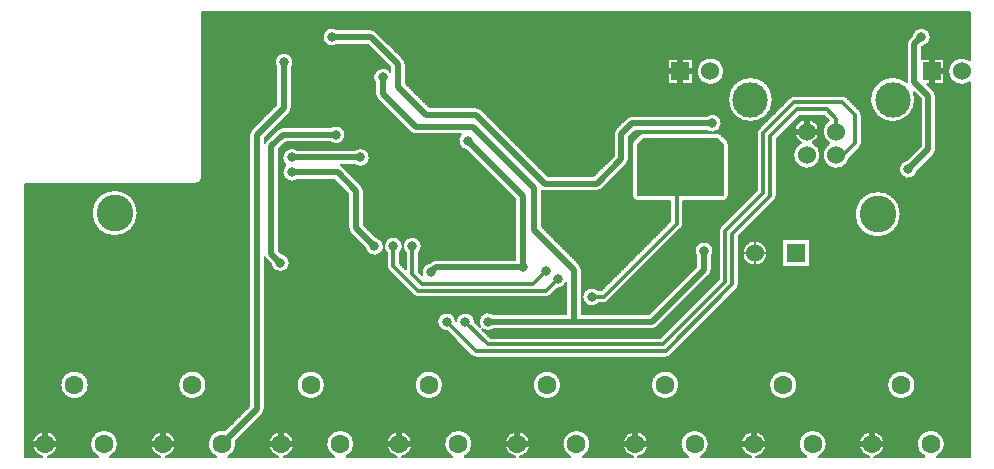
<source format=gbl>
G04 Layer_Physical_Order=2*
G04 Layer_Color=16711680*
%FSLAX24Y24*%
%MOIN*%
G70*
G01*
G75*
%ADD10C,0.0079*%
%ADD26C,0.0197*%
%ADD28C,0.0118*%
%ADD30C,0.1181*%
%ADD31C,0.0600*%
%ADD32C,0.0630*%
%ADD33R,0.0600X0.0600*%
%ADD34C,0.1220*%
%ADD35C,0.0236*%
%ADD36C,0.0315*%
D10*
X52807Y29610D02*
G03*
X53071Y29921I-51J311D01*
G01*
D02*
G03*
X52445Y29972I-315J0D01*
G01*
X54370Y29149D02*
G03*
X54370Y28410I-270J-370D01*
G01*
X53248Y27953D02*
G03*
X53173Y28134I-256J0D01*
G01*
X53248Y27953D02*
G03*
X53173Y28134I-256J0D01*
G01*
X52547Y27839D02*
G03*
X52509Y28074I-748J0D01*
G01*
X52339Y29866D02*
G03*
X52264Y29685I181J-181D01*
G01*
X52339Y29866D02*
G03*
X52264Y29685I181J-181D01*
G01*
Y28425D02*
G03*
X52547Y27839I-465J-586D01*
G01*
X50768Y27323D02*
G03*
X50704Y27476I-217J0D01*
G01*
X50768Y27323D02*
G03*
X50704Y27476I-217J0D01*
G01*
X50271Y27909D02*
G03*
X50118Y27972I-153J-153D01*
G01*
X50272Y27909D02*
G03*
X50118Y27972I-153J-153D01*
G01*
X53173Y26000D02*
G03*
X53248Y26181I-181J181D01*
G01*
X53173Y26000D02*
G03*
X53248Y26181I-181J181D01*
G01*
X50704Y26225D02*
G03*
X50768Y26378I-153J153D01*
G01*
X50704Y26225D02*
G03*
X50768Y26378I-153J153D01*
G01*
X52272Y25823D02*
G03*
X52634Y25461I51J-311D01*
G01*
X52067Y24016D02*
G03*
X52067Y24016I-768J0D01*
G01*
D02*
G03*
X52067Y24016I-768J0D01*
G01*
X49667Y27152D02*
G03*
X49688Y26378I254J-381D01*
G01*
X49355Y26772D02*
G03*
X48746Y26400I-418J0D01*
G01*
X49128D02*
G03*
X49355Y26772I-191J372D01*
G01*
X49394Y25984D02*
G03*
X49128Y26400I-457J0D01*
G01*
X49688Y26378D02*
G03*
X50369Y25889I233J-394D01*
G01*
X48746Y26400D02*
G03*
X49394Y25984I191J-416D01*
G01*
X48524Y27972D02*
G03*
X48371Y27909I0J-217D01*
G01*
X48524Y27972D02*
G03*
X48371Y27909I0J-217D01*
G01*
X47807Y27839D02*
G03*
X47807Y27839I-748J0D01*
G01*
X46102Y27047D02*
G03*
X45604Y27303I-315J0D01*
G01*
X45787Y26732D02*
G03*
X46102Y27047I0J315D01*
G01*
X46182Y28780D02*
G03*
X46182Y28780I-457J0D01*
G01*
X43110Y27303D02*
G03*
X42929Y27228I0J-256D01*
G01*
X43110Y27303D02*
G03*
X42929Y27228I0J-256D01*
G01*
X47328Y26865D02*
G03*
X47264Y26712I153J-153D01*
G01*
X47327Y26865D02*
G03*
X47264Y26712I153J-153D01*
G01*
X45604Y26791D02*
G03*
X45787Y26732I184J256D01*
G01*
X46084Y26675D02*
G03*
X45945Y26732I-139J-139D01*
G01*
X46339Y26339D02*
G03*
X46281Y26478I-197J0D01*
G01*
X46339Y26339D02*
G03*
X46281Y26478I-197J0D01*
G01*
X46084Y26675D02*
G03*
X45945Y26732I-139J-139D01*
G01*
X47870Y24473D02*
G03*
X47933Y24627I-153J153D01*
G01*
X47869Y24473D02*
G03*
X47933Y24627I-153J153D01*
G01*
X46142Y24449D02*
G03*
X46339Y24646I0J197D01*
G01*
X46142Y24449D02*
G03*
X46339Y24646I0J197D01*
G01*
X46068Y23618D02*
G03*
X46004Y23465I153J-153D01*
G01*
X46067Y23618D02*
G03*
X46004Y23465I153J-153D01*
G01*
X43504Y26732D02*
G03*
X43365Y26675I0J-197D01*
G01*
X43504Y26732D02*
G03*
X43365Y26675I0J-197D01*
G01*
X43168Y26478D02*
G03*
X43110Y26339I139J-139D01*
G01*
X43168Y26478D02*
G03*
X43110Y26339I139J-139D01*
G01*
X42575Y26874D02*
G03*
X42500Y26693I181J-181D01*
G01*
X42575Y26874D02*
G03*
X42500Y26693I181J-181D01*
G01*
X42937Y25685D02*
G03*
X43012Y25866I-181J181D01*
G01*
X42937Y25685D02*
G03*
X43012Y25866I-181J181D01*
G01*
X44759Y23547D02*
G03*
X44823Y23701I-153J153D01*
G01*
X44759Y23548D02*
G03*
X44823Y23701I-153J153D01*
G01*
X41929Y24783D02*
G03*
X42110Y24859I0J256D01*
G01*
X41929Y24783D02*
G03*
X42110Y24858I0J256D01*
G01*
X43110Y24646D02*
G03*
X43307Y24449I197J0D01*
G01*
X43110Y24646D02*
G03*
X43307Y24449I197J0D01*
G01*
X47623Y22717D02*
G03*
X47623Y22717I-418J0D01*
G01*
X45827Y22795D02*
G03*
X45256Y22612I-315J0D01*
G01*
X45768D02*
G03*
X45827Y22795I-256J184D01*
G01*
X45693Y21984D02*
G03*
X45768Y22165I-181J181D01*
G01*
X45693Y21984D02*
G03*
X45768Y22165I-181J181D01*
G01*
X46610Y21521D02*
G03*
X46673Y21674I-153J153D01*
G01*
X46609Y21520D02*
G03*
X46673Y21674I-153J153D01*
G01*
X52559Y18327D02*
G03*
X52559Y18327I-472J0D01*
G01*
X53281Y15935D02*
G03*
X53543Y16358I-210J423D01*
G01*
D02*
G03*
X52861Y15935I-472J0D01*
G01*
X51535Y16358D02*
G03*
X51011Y15935I-433J0D01*
G01*
X51194D02*
G03*
X51535Y16358I-92J423D01*
G01*
X49344Y15935D02*
G03*
X49606Y16358I-210J423D01*
G01*
D02*
G03*
X48924Y15935I-472J0D01*
G01*
X48622Y18327D02*
G03*
X48622Y18327I-472J0D01*
G01*
X47598Y16358D02*
G03*
X47074Y15935I-433J0D01*
G01*
X47257D02*
G03*
X47598Y16358I-92J423D01*
G01*
X45669D02*
G03*
X44987Y15935I-472J0D01*
G01*
X45407D02*
G03*
X45669Y16358I-210J423D01*
G01*
X41437Y22165D02*
G03*
X41362Y22346I-256J0D01*
G01*
X41437Y22165D02*
G03*
X41362Y22347I-256J0D01*
G01*
X40621Y21536D02*
G03*
X40925Y21741I9J315D01*
G01*
X42000Y21476D02*
G03*
X42000Y21043I-229J-217D01*
G01*
X42165D02*
G03*
X42319Y21107I0J217D01*
G01*
X42165Y21043D02*
G03*
X42318Y21107I0J217D01*
G01*
X43780Y20177D02*
G03*
X43961Y20252I0J256D01*
G01*
X44232Y19232D02*
G03*
X44385Y19296I0J217D01*
G01*
X44232Y19232D02*
G03*
X44385Y19296I0J217D01*
G01*
X44685Y18327D02*
G03*
X44685Y18327I-472J0D01*
G01*
X43780Y20177D02*
G03*
X43960Y20252I0J256D01*
G01*
X43320Y15935D02*
G03*
X43661Y16358I-92J423D01*
G01*
D02*
G03*
X43137Y15935I-433J0D01*
G01*
X41470D02*
G03*
X41732Y16358I-210J423D01*
G01*
D02*
G03*
X41050Y15935I-472J0D01*
G01*
X38094Y27504D02*
G03*
X37913Y27579I-181J-181D01*
G01*
X38095Y27504D02*
G03*
X37913Y27579I-181J-181D01*
G01*
X35725Y26748D02*
G03*
X35906Y26673I181J181D01*
G01*
X35724Y26748D02*
G03*
X35906Y26673I181J181D01*
G01*
X35571Y29016D02*
G03*
X35496Y29197I-256J0D01*
G01*
X35571Y29016D02*
G03*
X35496Y29197I-256J0D01*
G01*
X34590Y30102D02*
G03*
X34409Y30177I-181J-181D01*
G01*
X34591Y30102D02*
G03*
X34409Y30177I-181J-181D01*
G01*
X35059Y28766D02*
G03*
X34547Y28399I-256J-184D01*
G01*
Y28031D02*
G03*
X34622Y27850I256J0D01*
G01*
X34547Y28031D02*
G03*
X34622Y27851I256J0D01*
G01*
X37409Y26673D02*
G03*
X37587Y26146I229J-217D01*
G01*
X40098Y24803D02*
G03*
X40197Y24783I98J236D01*
G01*
X40098Y24803D02*
G03*
X40197Y24783I98J236D01*
G01*
X36575Y22500D02*
G03*
X36394Y22425I0J-256D01*
G01*
X36575Y22500D02*
G03*
X36394Y22425I0J-256D01*
G01*
X36366Y22397D02*
G03*
X36121Y21981I51J-311D01*
G01*
X36004Y22724D02*
G03*
X36102Y22953I-217J229D01*
G01*
D02*
G03*
X35472Y22953I-315J0D01*
G01*
D02*
G03*
X35571Y22724I315J0D01*
G01*
X34843Y22943D02*
G03*
X34579Y23254I-315J0D01*
G01*
X35472Y22953D02*
G03*
X34941Y22724I-315J0D01*
G01*
X35374D02*
G03*
X35472Y22953I-217J229D01*
G01*
X34217Y22892D02*
G03*
X34843Y22943I311J51D01*
G01*
X34941Y22283D02*
G03*
X35004Y22130I217J0D01*
G01*
X34941Y22283D02*
G03*
X35005Y22130I217J0D01*
G01*
X33294Y30177D02*
G03*
X33294Y29665I-184J-256D01*
G01*
X31772Y28901D02*
G03*
X31831Y29085I-256J184D01*
G01*
X31697Y27388D02*
G03*
X31772Y27569I-181J181D01*
G01*
X31696Y27388D02*
G03*
X31772Y27569I-181J181D01*
G01*
X33563Y26663D02*
G03*
X33064Y26919I-315J0D01*
G01*
Y26407D02*
G03*
X33563Y26663I184J256D01*
G01*
X31831Y29085D02*
G03*
X31260Y28901I-315J0D01*
G01*
X31476Y26919D02*
G03*
X31295Y26844I0J-256D01*
G01*
X31476Y26919D02*
G03*
X31295Y26844I0J-256D01*
G01*
X30912Y26461D02*
G03*
X30866Y26399I181J-181D01*
G01*
X30430Y26845D02*
G03*
X30354Y26663I181J-181D01*
G01*
X30429Y26844D02*
G03*
X30354Y26663I181J-181D01*
G01*
X30912Y26460D02*
G03*
X30866Y26399I181J-181D01*
G01*
X33872Y25650D02*
G03*
X34370Y25906I184J256D01*
G01*
D02*
G03*
X33872Y26161I-315J0D01*
G01*
X33478Y25594D02*
G03*
X33396Y25650I-181J-181D01*
G01*
X33478Y25594D02*
G03*
X33396Y25650I-181J-181D01*
G01*
X34163Y24803D02*
G03*
X34088Y24984I-256J0D01*
G01*
X34163Y24803D02*
G03*
X34088Y24984I-256J0D01*
G01*
X31955Y26161D02*
G03*
X31575Y25659I-184J-256D01*
G01*
D02*
G03*
X31457Y25413I197J-246D01*
G01*
D02*
G03*
X31955Y25157I315J0D01*
G01*
X33652Y23563D02*
G03*
X33727Y23382I256J0D01*
G01*
X33652Y23563D02*
G03*
X33727Y23382I256J0D01*
G01*
X31703Y22402D02*
G03*
X31439Y22712I-315J0D01*
G01*
X31077Y22350D02*
G03*
X31703Y22402I311J51D01*
G01*
X30866Y22578D02*
G03*
X30912Y22516I226J119D01*
G01*
X30866Y22578D02*
G03*
X30912Y22516I226J119D01*
G01*
X28583Y25039D02*
G03*
X28780Y25236I0J197D01*
G01*
X28583Y25039D02*
G03*
X28780Y25236I0J197D01*
G01*
X26634Y24055D02*
G03*
X26634Y24055I-768J0D01*
G01*
D02*
G03*
X26634Y24055I-768J0D01*
G01*
X40236Y21240D02*
G03*
X40390Y21304I0J217D01*
G01*
X40236Y21240D02*
G03*
X40389Y21304I0J217D01*
G01*
X38115Y20184D02*
G03*
X38491Y20177I193J249D01*
G01*
Y20689D02*
G03*
X38058Y20240I-184J-256D01*
G01*
X37874Y20433D02*
G03*
X37244Y20434I-315J0D01*
G01*
X37244D02*
G03*
X36938Y20118I-315J-1D01*
G01*
X35831Y21304D02*
G03*
X35984Y21240I153J153D01*
G01*
X35831Y21304D02*
G03*
X35984Y21240I153J153D01*
G01*
X40748Y18327D02*
G03*
X40748Y18327I-472J0D01*
G01*
X37760Y19296D02*
G03*
X37913Y19232I153J153D01*
G01*
X37760Y19296D02*
G03*
X37913Y19232I153J153D01*
G01*
X39724Y16358D02*
G03*
X39200Y15935I-433J0D01*
G01*
X39383D02*
G03*
X39724Y16358I-92J423D01*
G01*
X37795D02*
G03*
X37113Y15935I-472J0D01*
G01*
X37533D02*
G03*
X37795Y16358I-210J423D01*
G01*
X36811Y18327D02*
G03*
X36811Y18327I-472J0D01*
G01*
X35787Y16358D02*
G03*
X35263Y15935I-433J0D01*
G01*
X35446D02*
G03*
X35787Y16358I-92J423D01*
G01*
X33858D02*
G03*
X33176Y15935I-472J0D01*
G01*
X33596D02*
G03*
X33858Y16358I-210J423D01*
G01*
X32874Y18327D02*
G03*
X32874Y18327I-472J0D01*
G01*
X28927D02*
G03*
X28927Y18327I-472J0D01*
G01*
X25000D02*
G03*
X25000Y18327I-472J0D01*
G01*
X30791Y17339D02*
G03*
X30866Y17520I-181J181D01*
G01*
X30791Y17338D02*
G03*
X30866Y17520I-181J181D01*
G01*
X29921Y16358D02*
G03*
X29911Y16458I-472J0D01*
G01*
X31850Y16358D02*
G03*
X31326Y15935I-433J0D01*
G01*
X31509D02*
G03*
X31850Y16358I-92J423D01*
G01*
X29659Y15935D02*
G03*
X29921Y16358I-210J423D01*
G01*
X29549Y16820D02*
G03*
X29239Y15935I-100J-462D01*
G01*
X27913Y16358D02*
G03*
X27389Y15935I-433J0D01*
G01*
X27572D02*
G03*
X27913Y16358I-92J423D01*
G01*
X25984D02*
G03*
X25302Y15935I-472J0D01*
G01*
X25722D02*
G03*
X25984Y16358I-210J423D01*
G01*
X23976D02*
G03*
X23451Y15935I-433J0D01*
G01*
X23635D02*
G03*
X23976Y16358I-92J423D01*
G01*
X54153Y29234D02*
Y30748D01*
X54094Y29237D02*
Y30748D01*
X54212Y29223D02*
Y30748D01*
X53976Y29220D02*
Y30748D01*
X54035Y29232D02*
Y30748D01*
X54331Y29175D02*
Y30748D01*
X54370Y29149D02*
Y30748D01*
X53917Y29199D02*
Y30748D01*
X54272Y29204D02*
Y30748D01*
X53002Y30118D02*
X54370D01*
X53039Y30059D02*
X54370D01*
X52762Y30236D02*
X54370D01*
X52940Y30177D02*
X54370D01*
X53061Y30000D02*
X54370D01*
X53070Y29941D02*
X54370D01*
X53799Y29124D02*
Y30748D01*
X53858Y29168D02*
Y30748D01*
X53029Y29764D02*
X54370D01*
X52985Y29705D02*
X54370D01*
X53068Y29882D02*
X54370D01*
X53055Y29823D02*
X54370D01*
X54166Y29232D02*
X54370D01*
X54333Y29173D02*
X54370D01*
X53519D02*
X53867D01*
X53519Y29114D02*
X53788D01*
X52776Y29527D02*
X54370D01*
X52776Y29468D02*
X54370D01*
X52908Y29646D02*
X54370D01*
X52783Y29587D02*
X54370D01*
X52776Y29409D02*
X54370D01*
X52776Y29350D02*
X54370D01*
X52776Y29291D02*
X54370D01*
X52776Y29232D02*
X54034D01*
X53268Y29198D02*
Y30748D01*
X53327Y29198D02*
Y30748D01*
X53149Y29198D02*
Y30748D01*
X53209Y29198D02*
Y30748D01*
X53504Y29198D02*
Y30748D01*
X53740Y29061D02*
Y30748D01*
X53386Y29198D02*
Y30748D01*
X53445Y29198D02*
Y30748D01*
X52795Y30234D02*
Y30748D01*
X52913Y30194D02*
Y30748D01*
X52677Y30226D02*
Y30748D01*
X52736Y30236D02*
Y30748D01*
X53031Y30074D02*
Y30748D01*
X53090Y29198D02*
Y30748D01*
X52441Y29968D02*
Y30748D01*
X52972Y30150D02*
Y30748D01*
X53031Y29198D02*
Y29769D01*
X52854Y30220D02*
Y30748D01*
X52972Y29198D02*
Y29692D01*
X53519Y29055D02*
X53735D01*
X53519Y28996D02*
X53697D01*
X52913Y29198D02*
Y29648D01*
X52854Y29198D02*
Y29622D01*
X52618Y30204D02*
Y30748D01*
X52500Y30105D02*
Y30748D01*
X52559Y30167D02*
Y30748D01*
X52776Y29579D02*
X52807Y29610D01*
X52776Y29198D02*
X53519D01*
X52795D02*
Y29599D01*
X52776Y29198D02*
Y29579D01*
X53681Y28962D02*
Y30748D01*
X53519Y28937D02*
X53671D01*
X53519Y28878D02*
X53654D01*
X53519Y28819D02*
X53645D01*
X53519Y28760D02*
X53643D01*
X54248Y28346D02*
X54370D01*
X53519Y28361D02*
Y29198D01*
Y28701D02*
X53650D01*
X53519Y28583D02*
X53687D01*
X53519Y28524D02*
X53721D01*
X53519Y28642D02*
X53664D01*
X52960Y28346D02*
X53953D01*
X53019Y28287D02*
X54370D01*
X53519Y28465D02*
X53769D01*
X53519Y28405D02*
X53837D01*
X53248Y27638D02*
X54370D01*
X53248Y27579D02*
X54370D01*
X53248Y27756D02*
X54370D01*
X53248Y27697D02*
X54370D01*
X53248Y27402D02*
X54370D01*
X53248Y27342D02*
X54370D01*
X53248Y27520D02*
X54370D01*
X53248Y27461D02*
X54370D01*
X53194Y28110D02*
X54370D01*
X53228Y28051D02*
X54370D01*
X53078Y28228D02*
X54370D01*
X53138Y28169D02*
X54370D01*
X53248Y27874D02*
X54370D01*
X53248Y27815D02*
X54370D01*
X53245Y27992D02*
X54370D01*
X53248Y27933D02*
X54370D01*
X53090Y28216D02*
Y28361D01*
X53149Y28157D02*
Y28361D01*
X53248Y26181D02*
Y27953D01*
X53209Y28089D02*
Y28361D01*
X52945D02*
X53173Y28134D01*
X52945Y28361D02*
X53519D01*
X53031Y28275D02*
Y28361D01*
X52531Y27992D02*
X52591D01*
X52509Y28074D02*
X52736Y27847D01*
X52618Y26169D02*
Y27965D01*
X52559Y26110D02*
Y28024D01*
X52547Y27815D02*
X52736D01*
X52543Y27756D02*
X52736D01*
X52541Y27933D02*
X52650D01*
X52546Y27874D02*
X52709D01*
X52736Y26287D02*
Y27847D01*
X52534Y27697D02*
X52736D01*
X52677Y26228D02*
Y27906D01*
X52736Y26287D02*
Y27847D01*
X52476Y27520D02*
X52736D01*
X52445Y27461D02*
X52736D01*
X52520Y27638D02*
X52736D01*
X52501Y27579D02*
X52736D01*
X52500Y26051D02*
Y27577D01*
X52406Y27402D02*
X52736D01*
X52441Y25992D02*
Y27454D01*
X52382Y25933D02*
Y27369D01*
Y29909D02*
Y30748D01*
X52339Y29866D02*
X52445Y29972D01*
X52323Y29848D02*
Y30748D01*
X52205Y28467D02*
Y30748D01*
X52264Y28425D02*
Y30748D01*
X52087Y28529D02*
Y30748D01*
X52146Y28502D02*
Y30748D01*
X51850Y28585D02*
Y30748D01*
X51909Y28578D02*
Y30748D01*
X51732Y28584D02*
Y30748D01*
X51791Y28587D02*
Y30748D01*
X51968Y28567D02*
Y30748D01*
X52027Y28551D02*
Y30748D01*
X51614Y28563D02*
Y30748D01*
X51673Y28576D02*
Y30748D01*
X46175Y28701D02*
X52264D01*
X51876Y28583D02*
X52264D01*
X46180Y28819D02*
X52264D01*
X46181Y28760D02*
X52264D01*
Y28425D02*
Y29685D01*
X52209Y28465D02*
X52264D01*
X47136Y28583D02*
X51722D01*
X52100Y28524D02*
X52264D01*
X46036Y29114D02*
X52264D01*
X46090Y29055D02*
X52264D01*
X45790Y29232D02*
X52264D01*
X45958Y29173D02*
X52264D01*
X46171Y28878D02*
X52264D01*
X46161Y28642D02*
X52264D01*
X46127Y28996D02*
X52264D01*
X46154Y28937D02*
X52264D01*
X51496Y28522D02*
Y30748D01*
X51555Y28546D02*
Y30748D01*
X51378Y28457D02*
Y30748D01*
X51437Y28493D02*
Y30748D01*
X51260Y28357D02*
Y30748D01*
X51319Y28412D02*
Y30748D01*
X51142Y28195D02*
Y30748D01*
X51201Y28287D02*
Y30748D01*
X50079Y27972D02*
Y30748D01*
X51083Y28053D02*
Y30748D01*
X48957Y27972D02*
Y30748D01*
X50020Y27972D02*
Y30748D01*
X48838Y27972D02*
Y30748D01*
X48898Y27972D02*
Y30748D01*
X48543Y27972D02*
Y30748D01*
X48602Y27972D02*
Y30748D01*
X47776Y28051D02*
X51082D01*
X47791Y27992D02*
X51067D01*
X49016Y27972D02*
Y30748D01*
X49075Y27972D02*
Y30748D01*
X49901Y27972D02*
Y30748D01*
X49961Y27972D02*
Y30748D01*
X49134Y27972D02*
Y30748D01*
X49193Y27972D02*
Y30748D01*
X47360Y28524D02*
X51499D01*
X47469Y28465D02*
X51390D01*
X47547Y28405D02*
X51311D01*
X47608Y28346D02*
X51250D01*
X47658Y28287D02*
X51201D01*
X47698Y28228D02*
X51161D01*
X47730Y28169D02*
X51128D01*
X47756Y28110D02*
X51102D01*
X51024Y24732D02*
Y30748D01*
X50669Y27511D02*
Y30748D01*
X50728Y27447D02*
Y30748D01*
X50905Y24675D02*
Y30748D01*
X50964Y24707D02*
Y30748D01*
X50787Y24588D02*
Y30748D01*
X50846Y24636D02*
Y30748D01*
X50243Y27933D02*
X51057D01*
X50424Y27756D02*
X51056D01*
X50306Y27874D02*
X51052D01*
X50365Y27815D02*
X51052D01*
X50610Y27570D02*
Y30748D01*
X50272Y27909D02*
X50704Y27476D01*
X50492Y27688D02*
Y30748D01*
X50551Y27629D02*
Y30748D01*
X52359Y27342D02*
X52736D01*
X52323Y25874D02*
Y27304D01*
X50767Y27342D02*
X51239D01*
X50768Y26378D02*
Y27323D01*
X51201Y24777D02*
Y27390D01*
X51260Y24782D02*
Y27320D01*
X51083Y24752D02*
Y27624D01*
X51142Y24767D02*
Y27482D01*
X50602Y27579D02*
X51098D01*
X50661Y27520D02*
X51123D01*
X50483Y27697D02*
X51065D01*
X50542Y27638D02*
X51079D01*
X50718Y27461D02*
X51154D01*
X50753Y27402D02*
X51192D01*
X50138Y27972D02*
Y30748D01*
X50197Y27958D02*
Y30748D01*
X49783Y27972D02*
Y30748D01*
X49842Y27972D02*
Y30748D01*
X50374Y27806D02*
Y30748D01*
X50433Y27747D02*
Y30748D01*
X50256Y27923D02*
Y30748D01*
X50315Y27865D02*
Y30748D01*
X49311Y27972D02*
Y30748D01*
X49488Y27972D02*
Y30748D01*
X48779Y27972D02*
Y30748D01*
X49252Y27972D02*
Y30748D01*
X49665Y27972D02*
Y30748D01*
X49724Y27972D02*
Y30748D01*
X49547Y27972D02*
Y30748D01*
X49606Y27972D02*
Y30748D01*
X49370Y27972D02*
Y30748D01*
X49429Y27972D02*
Y30748D01*
X49488Y26919D02*
Y27303D01*
X49517D02*
X49667Y27152D01*
X49311Y26959D02*
Y27303D01*
X49370Y26132D02*
Y27303D01*
X48524Y27972D02*
X50118D01*
X48712Y27303D02*
X49517D01*
X48661Y27972D02*
Y30748D01*
X48720Y27972D02*
Y30748D01*
X49193Y27102D02*
Y27303D01*
X49252Y27047D02*
Y27303D01*
X48838Y27178D02*
Y27303D01*
X49134Y27141D02*
Y27303D01*
X53248Y27106D02*
X54370D01*
X53248Y27165D02*
X54370D01*
X53248Y27047D02*
X54370D01*
X53248Y27283D02*
X54370D01*
X53248Y27224D02*
X54370D01*
X53248Y26811D02*
X54370D01*
X53248Y26752D02*
X54370D01*
X53248Y26988D02*
X54370D01*
X53248Y26929D02*
X54370D01*
X50768Y26870D02*
X52736D01*
X53248D02*
X54370D01*
X52226Y27224D02*
X52736D01*
X50768Y26988D02*
X52736D01*
X53248Y26693D02*
X54370D01*
X53248Y26634D02*
X54370D01*
X50768Y26811D02*
X52736D01*
X50768Y26752D02*
X52736D01*
X53248Y26457D02*
X54370D01*
X53248Y26398D02*
X54370D01*
X53248Y26575D02*
X54370D01*
X53248Y26516D02*
X54370D01*
X53248Y26220D02*
X54370D01*
X53247Y26161D02*
X54370D01*
X53248Y26339D02*
X54370D01*
X53248Y26279D02*
X54370D01*
X53236Y26102D02*
X54370D01*
X53208Y26043D02*
X54370D01*
X53039Y25866D02*
X54370D01*
X52980Y25807D02*
X54370D01*
X53157Y25984D02*
X54370D01*
X53098Y25925D02*
X54370D01*
X52301Y27283D02*
X52736D01*
X52125Y27165D02*
X52736D01*
X50768Y27224D02*
X51372D01*
X51952Y27106D02*
X52736D01*
X50768Y26575D02*
X52736D01*
X50768Y26516D02*
X52736D01*
X52264Y25821D02*
Y27252D01*
X50768Y26457D02*
X52736D01*
X50768Y27165D02*
X51473D01*
X50768Y27106D02*
X51647D01*
X50768Y27283D02*
X51298D01*
X49606Y27103D02*
Y27214D01*
X50768Y26693D02*
X52736D01*
X50768Y26634D02*
X52736D01*
X50768Y27047D02*
X52736D01*
X50768Y26929D02*
X52736D01*
X50768Y26398D02*
X52736D01*
X50764Y26339D02*
X52736D01*
X50744Y26279D02*
X52729D01*
X52272Y25823D02*
X52736Y26287D01*
X50700Y26220D02*
X52670D01*
X50641Y26161D02*
X52610D01*
X50582Y26102D02*
X52551D01*
X50523Y26043D02*
X52492D01*
X49606Y26316D02*
Y26440D01*
X50464Y25984D02*
X52433D01*
X50405Y25925D02*
X52374D01*
X50363Y25866D02*
X52315D01*
X50369Y25889D02*
X50704Y26225D01*
X50343Y25807D02*
X52213D01*
X52803Y25630D02*
X54370D01*
X52744Y25571D02*
X54370D01*
X52685Y25512D02*
X54370D01*
X52921Y25748D02*
X54370D01*
X52862Y25689D02*
X54370D01*
X52583Y25335D02*
X54370D01*
X52531Y25276D02*
X54370D01*
X52632Y25453D02*
X54370D01*
X52615Y25394D02*
X54370D01*
X51675Y24685D02*
X54370D01*
X51765Y24626D02*
X54370D01*
X52432Y25216D02*
X54370D01*
X51542Y24744D02*
X54370D01*
X51933Y24449D02*
X54370D01*
X51970Y24390D02*
X54370D01*
X51834Y24567D02*
X54370D01*
X51888Y24508D02*
X54370D01*
X52041Y24213D02*
X54370D01*
X52066Y23976D02*
X54370D01*
X51999Y24331D02*
X54370D01*
X52023Y24272D02*
X54370D01*
X52036Y23799D02*
X54370D01*
X52016Y23740D02*
X54370D01*
X52061Y23917D02*
X54370D01*
X52051Y23858D02*
X54370D01*
X51919Y23563D02*
X54370D01*
X51871Y23504D02*
X54370D01*
X51990Y23681D02*
X54370D01*
X51958Y23622D02*
X54370D01*
X51638Y23327D02*
X54370D01*
X51472Y23268D02*
X54370D01*
X51812Y23445D02*
X54370D01*
X51738Y23386D02*
X54370D01*
X52205Y25804D02*
Y27210D01*
X52146Y25772D02*
Y27176D01*
X52087Y25720D02*
Y27148D01*
X52027Y25621D02*
Y27126D01*
X51968Y24392D02*
Y27110D01*
X51909Y24482D02*
Y27099D01*
X51850Y24550D02*
Y27092D01*
X51791Y24605D02*
Y27091D01*
X51437Y24771D02*
Y27184D01*
X51496Y24758D02*
Y27155D01*
X51319Y24783D02*
Y27265D01*
X51378Y24779D02*
Y27221D01*
X51673Y24686D02*
Y27101D01*
X51732Y24650D02*
Y27094D01*
X51555Y24740D02*
Y27132D01*
X51614Y24716D02*
Y27114D01*
X52634Y25461D02*
X53173Y26000D01*
X50728Y24529D02*
Y26253D01*
X50669Y24454D02*
Y26190D01*
X52063Y24094D02*
X54370D01*
X52067Y24035D02*
X54370D01*
X52027Y24259D02*
Y25402D01*
X52054Y24153D02*
X54370D01*
X50313Y25748D02*
X52114D01*
X50271Y25689D02*
X52062D01*
X50211Y25630D02*
X52031D01*
X50117Y25571D02*
X52013D01*
X50610Y24354D02*
Y26131D01*
X50551Y24188D02*
Y26072D01*
X49547Y27035D02*
Y27273D01*
X49295Y26988D02*
X49518D01*
X49324Y26929D02*
X49492D01*
X49343Y26870D02*
X49474D01*
X49353Y26811D02*
X49465D01*
X49332Y26634D02*
X49485D01*
X49355Y26752D02*
X49464D01*
X49348Y26693D02*
X49471D01*
X49078Y27165D02*
X49654D01*
X49188Y27106D02*
X49609D01*
X48692Y27283D02*
X49536D01*
X48633Y27224D02*
X49595D01*
X49251Y27047D02*
X49556D01*
X49547Y26248D02*
Y26508D01*
X49359Y26161D02*
X49499D01*
X49488Y26131D02*
Y26625D01*
X49379Y26102D02*
X49479D01*
X49391Y25925D02*
X49468D01*
X49379Y25866D02*
X49479D01*
X49391Y26043D02*
X49468D01*
X49394Y25984D02*
X49464D01*
X49212Y26457D02*
X49590D01*
X49133Y26398D02*
X49658D01*
X49306Y26575D02*
X49508D01*
X49268Y26516D02*
X49542D01*
X49226Y26339D02*
X49632D01*
X49286Y26279D02*
X49572D01*
X49329Y26220D02*
X49529D01*
X49016Y27182D02*
Y27303D01*
X49075Y27166D02*
Y27303D01*
X48898Y27188D02*
Y27303D01*
X48957Y27189D02*
Y27303D01*
X48779Y27159D02*
Y27303D01*
X48720Y27129D02*
Y27303D01*
X48661Y27086D02*
Y27253D01*
X48574Y27165D02*
X48796D01*
X48515Y27106D02*
X48686D01*
X48602Y27022D02*
Y27194D01*
X48456Y27047D02*
X48623D01*
X47933Y26524D02*
X48712Y27303D01*
X48397Y26988D02*
X48579D01*
X48543Y26912D02*
Y27135D01*
X48338Y26929D02*
X48550D01*
X49193Y26364D02*
Y26441D01*
X48279Y26870D02*
X48531D01*
X48661Y26349D02*
Y26457D01*
X49311Y26248D02*
Y26585D01*
X49252Y26316D02*
Y26497D01*
X48543Y26217D02*
Y26631D01*
X48602Y26296D02*
Y26521D01*
X47933Y26516D02*
X48606D01*
X47933Y26457D02*
X48662D01*
X48042Y26634D02*
X48542D01*
X47983Y26575D02*
X48568D01*
X47933Y26398D02*
X48741D01*
X47933Y26339D02*
X48648D01*
X47933Y26279D02*
X48588D01*
X47933Y26220D02*
X48545D01*
X47933Y25394D02*
X52031D01*
X47933Y25335D02*
X52062D01*
X47933Y25512D02*
X52008D01*
X47933Y25453D02*
X52013D01*
X47933Y25157D02*
X54370D01*
X47933Y25098D02*
X54370D01*
X47933Y25276D02*
X52115D01*
X47933Y25216D02*
X52213D01*
X47933Y24921D02*
X54370D01*
X47933Y24862D02*
X54370D01*
X47933Y25039D02*
X54370D01*
X47933Y24980D02*
X54370D01*
X47933Y24803D02*
X54370D01*
X47933Y24744D02*
X51056D01*
X47933Y24685D02*
X50923D01*
X47933Y24626D02*
X50833D01*
X47925Y24567D02*
X50765D01*
X47898Y24508D02*
X50710D01*
X47845Y24449D02*
X50665D01*
X47786Y24390D02*
X50629D01*
X49040Y23091D02*
X54370D01*
X49040Y23031D02*
X54370D01*
X47077Y23681D02*
X50608D01*
X49040Y23150D02*
X54370D01*
X46900Y23504D02*
X50727D01*
X46841Y23445D02*
X50786D01*
X47018Y23622D02*
X50640D01*
X46959Y23563D02*
X50679D01*
X46673Y23268D02*
X51127D01*
X46673Y23209D02*
X54370D01*
X46782Y23386D02*
X50860D01*
X46723Y23327D02*
X50961D01*
X49286Y25689D02*
X49572D01*
X49226Y25630D02*
X49632D01*
X49359Y25807D02*
X49500D01*
X49329Y25748D02*
X49530D01*
X49133Y25571D02*
X49725D01*
X48720Y23174D02*
Y25581D01*
X48779Y23174D02*
Y25555D01*
X47933Y25630D02*
X48648D01*
X47933Y25571D02*
X48741D01*
X47933Y25748D02*
X48545D01*
X47933Y25689D02*
X48588D01*
X48661Y23174D02*
Y25619D01*
X48543Y23174D02*
Y25751D01*
X48602Y23174D02*
Y25672D01*
X47727Y24331D02*
X50599D01*
X47668Y24272D02*
X50575D01*
X48957Y23174D02*
Y25527D01*
X47609Y24213D02*
X50557D01*
X49016Y23174D02*
Y25534D01*
X48125Y23174D02*
X49040D01*
X48838D02*
Y25538D01*
X48898Y23174D02*
Y25528D01*
X47550Y24153D02*
X50544D01*
X47491Y24094D02*
X50536D01*
X47432Y24035D02*
X50532D01*
X47373Y23976D02*
X50533D01*
X47195Y23799D02*
X50563D01*
X47136Y23740D02*
X50583D01*
X47313Y23917D02*
X50538D01*
X47254Y23858D02*
X50548D01*
X48425Y27948D02*
Y30748D01*
X48366Y27904D02*
Y30748D01*
X48484Y27969D02*
Y30748D01*
X48248Y27786D02*
Y30748D01*
X48307Y27845D02*
Y30748D01*
X48130Y27668D02*
Y30748D01*
X48189Y27727D02*
Y30748D01*
X48012Y27550D02*
Y30748D01*
X48071Y27609D02*
Y30748D01*
X47303Y28546D02*
Y30748D01*
X47362Y28522D02*
Y30748D01*
X47185Y28576D02*
Y30748D01*
X47244Y28563D02*
Y30748D01*
X47894Y27432D02*
Y30748D01*
X47953Y27491D02*
Y30748D01*
X47421Y28493D02*
Y30748D01*
X47480Y28457D02*
Y30748D01*
X47801Y27933D02*
X48400D01*
X47806Y27874D02*
X48336D01*
X47807Y27815D02*
X48277D01*
X47803Y27756D02*
X48218D01*
X47794Y27697D02*
X48159D01*
X47780Y27638D02*
X48100D01*
X47657Y28288D02*
Y30748D01*
X47716Y28196D02*
Y30748D01*
X47539Y28412D02*
Y30748D01*
X47598Y28357D02*
Y30748D01*
X47760Y27579D02*
X48041D01*
X47736Y27520D02*
X47982D01*
X47776Y28054D02*
Y30748D01*
X47705Y27461D02*
X47923D01*
X47067Y28587D02*
Y30748D01*
X47126Y28584D02*
Y30748D01*
X46949Y28578D02*
Y30748D01*
X47008Y28585D02*
Y30748D01*
X46831Y28551D02*
Y30748D01*
X46890Y28567D02*
Y30748D01*
X46713Y28502D02*
Y30748D01*
X46772Y28529D02*
Y30748D01*
X46594Y28425D02*
Y30748D01*
X46653Y28467D02*
Y30748D01*
X45709Y29237D02*
Y30748D01*
X45768Y29235D02*
Y30748D01*
X46476Y28308D02*
Y30748D01*
X46535Y28373D02*
Y30748D01*
X46358Y28100D02*
Y30748D01*
X46417Y28223D02*
Y30748D01*
X46122Y29006D02*
Y30748D01*
X46181Y28808D02*
Y30748D01*
X46004Y29142D02*
Y30748D01*
X46063Y29087D02*
Y30748D01*
X46137Y28583D02*
X46982D01*
X46104Y28524D02*
X46758D01*
X46056Y28465D02*
X46649D01*
X45988Y28405D02*
X46571D01*
X45827Y29225D02*
Y30748D01*
X45886Y29208D02*
Y30748D01*
X45590Y29217D02*
Y30748D01*
X45650Y29231D02*
Y30748D01*
X45945Y29180D02*
Y30748D01*
X45872Y28346D02*
X46510D01*
X45472Y29161D02*
Y30748D01*
X45531Y29194D02*
Y30748D01*
X47835Y27372D02*
Y30748D01*
X47666Y27402D02*
X47864D01*
X47619Y27342D02*
X47805D01*
X47776Y27313D02*
Y27623D01*
X47560Y27283D02*
X47745D01*
X47716Y27254D02*
Y27482D01*
X47657Y27195D02*
Y27390D01*
X47598Y27136D02*
Y27320D01*
X47539Y27077D02*
Y27265D01*
X47486Y27224D02*
X47686D01*
X47480Y27018D02*
Y27220D01*
X47385Y27165D02*
X47627D01*
X47328Y26865D02*
X48371Y27909D01*
X47421Y26959D02*
Y27184D01*
X47362Y26900D02*
Y27155D01*
X47303Y26836D02*
Y27131D01*
X47211Y27106D02*
X47568D01*
X48484Y26049D02*
Y27076D01*
X47244Y24794D02*
Y27114D01*
X47185Y24735D02*
Y27101D01*
X48425Y23174D02*
Y27017D01*
X48366Y23174D02*
Y26957D01*
X47126Y24676D02*
Y27094D01*
X48307Y23174D02*
Y26898D01*
X46102Y27047D02*
X47509D01*
X46097Y26988D02*
X47450D01*
X46097Y27106D02*
X46907D01*
X46079Y26929D02*
X47391D01*
X47008Y24558D02*
Y27092D01*
X47067Y24617D02*
Y27091D01*
X46890Y24440D02*
Y27110D01*
X46949Y24499D02*
Y27099D01*
X46063Y27200D02*
Y28472D01*
X46004Y27276D02*
Y28417D01*
X45945Y27320D02*
Y28379D01*
X45886Y27346D02*
Y28351D01*
X46240Y26519D02*
Y30748D01*
X46299Y26457D02*
Y30748D01*
X46181Y26578D02*
Y28751D01*
X46122Y26637D02*
Y28553D01*
X45827Y27360D02*
Y28334D01*
X45768Y27362D02*
Y28324D01*
X45650Y27330D02*
Y28328D01*
X45709Y27352D02*
Y28322D01*
X45531Y27303D02*
Y28365D01*
X45590Y27303D02*
Y28342D01*
X45413Y27303D02*
Y28444D01*
X45472Y27303D02*
Y28398D01*
X46772Y24322D02*
Y27148D01*
X46831Y24381D02*
Y27126D01*
X46653Y24204D02*
Y27210D01*
X46713Y24263D02*
Y27176D01*
X46535Y24086D02*
Y27304D01*
X46594Y24145D02*
Y27252D01*
X46417Y23968D02*
Y27454D01*
X46476Y24027D02*
Y27370D01*
X46048Y27224D02*
X46632D01*
X46079Y27165D02*
X46733D01*
X45897Y27342D02*
X46499D01*
X45996Y27283D02*
X46558D01*
X46358Y23908D02*
Y27577D01*
X46063Y26693D02*
Y26895D01*
X45413Y29115D02*
Y30748D01*
X45354Y29048D02*
Y30748D01*
X45143Y29055D02*
X45359D01*
X45295Y28938D02*
Y30748D01*
X45143Y28996D02*
X45321D01*
X45236Y27303D02*
Y30748D01*
X45177Y27303D02*
Y30748D01*
X45143Y28361D02*
Y29198D01*
X45118D02*
Y30748D01*
X44306Y29198D02*
X45143D01*
X45000D02*
Y30748D01*
X45059Y29198D02*
Y30748D01*
X45143Y29173D02*
X45491D01*
X45143Y29114D02*
X45412D01*
X44941Y29198D02*
Y30748D01*
X45143Y28937D02*
X45295D01*
X45143Y28878D02*
X45278D01*
X45143Y28701D02*
X45274D01*
X45143Y28819D02*
X45269D01*
X45143Y28760D02*
X45267D01*
X45143Y28583D02*
X45311D01*
X45354Y27303D02*
Y28511D01*
X45143Y28642D02*
X45288D01*
X45295Y27303D02*
Y28621D01*
X45143Y28465D02*
X45393D01*
X45143Y28405D02*
X45461D01*
X45143Y28524D02*
X45345D01*
X45118Y27303D02*
Y28361D01*
X44306D02*
X45143D01*
X45000Y27303D02*
Y28361D01*
X45059Y27303D02*
Y28361D01*
X44587Y29198D02*
Y30748D01*
X44646Y29198D02*
Y30748D01*
X44468Y29198D02*
Y30748D01*
X44527Y29198D02*
Y30748D01*
X44823Y29198D02*
Y30748D01*
X44882Y29198D02*
Y30748D01*
X44705Y29198D02*
Y30748D01*
X44764Y29198D02*
Y30748D01*
X44291Y27303D02*
Y30748D01*
X44409Y29198D02*
Y30748D01*
X44173Y27303D02*
Y30748D01*
X44232Y27303D02*
Y30748D01*
X44055Y27303D02*
Y30748D01*
X44114Y27303D02*
Y30748D01*
X43937Y27303D02*
Y30748D01*
X43996Y27303D02*
Y30748D01*
X44823Y27303D02*
Y28361D01*
X44882Y27303D02*
Y28361D01*
X44764Y27303D02*
Y28361D01*
X44941Y27303D02*
Y28361D01*
X44646Y27303D02*
Y28361D01*
X44705Y27303D02*
Y28361D01*
X44527Y27303D02*
Y28361D01*
X44350Y29198D02*
Y30748D01*
X44306Y28361D02*
Y29198D01*
X44468Y27303D02*
Y28361D01*
X44587Y27303D02*
Y28361D01*
X44350Y27303D02*
Y28361D01*
X44409Y27303D02*
Y28361D01*
X43583Y27303D02*
Y30748D01*
X43642Y27303D02*
Y30748D01*
X43464Y27303D02*
Y30748D01*
X43524Y27303D02*
Y30748D01*
X43819Y27303D02*
Y30748D01*
X43878Y27303D02*
Y30748D01*
X43701Y27303D02*
Y30748D01*
X43760Y27303D02*
Y30748D01*
X43346Y27303D02*
Y30748D01*
X43405Y27303D02*
Y30748D01*
X43228Y27303D02*
Y30748D01*
X43287Y27303D02*
Y30748D01*
X43110Y27303D02*
Y30748D01*
X43169Y27303D02*
Y30748D01*
X42520Y26791D02*
Y30748D01*
X43051Y27296D02*
Y30748D01*
X43110Y27303D02*
X45604D01*
X42933Y27232D02*
Y30748D01*
X42992Y27274D02*
Y30748D01*
X42874Y27173D02*
Y30748D01*
X42756Y27055D02*
Y30748D01*
X42815Y27114D02*
Y30748D01*
X42697Y26996D02*
Y30748D01*
X42575Y26874D02*
X42929Y27228D01*
X42579Y26878D02*
Y30748D01*
X42638Y26937D02*
Y30748D01*
X42401Y25874D02*
Y30748D01*
X42461Y25933D02*
Y30748D01*
X42283Y25756D02*
Y30748D01*
X42342Y25815D02*
Y30748D01*
X40984Y25295D02*
Y30748D01*
X41043Y25295D02*
Y30748D01*
X40866Y25295D02*
Y30748D01*
X40925Y25295D02*
Y30748D01*
X41220Y25295D02*
Y30748D01*
X41279Y25295D02*
Y30748D01*
X41102Y25295D02*
Y30748D01*
X41161Y25295D02*
Y30748D01*
X40512Y25295D02*
Y30748D01*
X40571Y25295D02*
Y30748D01*
X40394Y25295D02*
Y30748D01*
X40453Y25295D02*
Y30748D01*
X40748Y25295D02*
Y30748D01*
X40807Y25295D02*
Y30748D01*
X40630Y25295D02*
Y30748D01*
X40689Y25295D02*
Y30748D01*
X42165Y25637D02*
Y30748D01*
X42224Y25696D02*
Y30748D01*
X42047Y25519D02*
Y30748D01*
X42106Y25578D02*
Y30748D01*
X41929Y25401D02*
Y30748D01*
X41988Y25460D02*
Y30748D01*
X41811Y25295D02*
Y30748D01*
X41870Y25342D02*
Y30748D01*
X41457Y25295D02*
Y30748D01*
X41516Y25295D02*
Y30748D01*
X41339Y25295D02*
Y30748D01*
X41398Y25295D02*
Y30748D01*
X41693Y25295D02*
Y30748D01*
X41752Y25295D02*
Y30748D01*
X41575Y25295D02*
Y30748D01*
X41634Y25295D02*
Y30748D01*
X48220Y26811D02*
X48521D01*
X48161Y26752D02*
X48519D01*
X48101Y26693D02*
X48526D01*
X46339Y26279D02*
X47264D01*
X46339Y26220D02*
X47264D01*
X46330Y26398D02*
X47264D01*
X46339Y26339D02*
X47264D01*
X46048Y26870D02*
X47332D01*
X45996Y26811D02*
X47288D01*
X45897Y26752D02*
X47267D01*
X46063Y26693D02*
X47264D01*
X46243Y26516D02*
X47264D01*
X46299Y26457D02*
X47264D01*
X46125Y26634D02*
X47264D01*
X46184Y26575D02*
X47264D01*
X47933Y26161D02*
X48515D01*
X47933Y26102D02*
X48495D01*
X47933Y26043D02*
X48483D01*
X47933Y25984D02*
X48480D01*
X47933Y25866D02*
X48495D01*
X47933Y25807D02*
X48515D01*
X47933Y25925D02*
X48483D01*
X46339Y25748D02*
X47264D01*
X46339Y25571D02*
X47264D01*
X46339Y25512D02*
X47264D01*
X46339Y25689D02*
X47264D01*
X46339Y25630D02*
X47264D01*
X46339Y25335D02*
X47264D01*
X46339Y25216D02*
X47264D01*
X46339Y25453D02*
X47264D01*
X46339Y25394D02*
X47264D01*
X45472Y26732D02*
Y26791D01*
X45531Y26732D02*
Y26791D01*
X45354Y26732D02*
Y26791D01*
X45413Y26732D02*
Y26791D01*
X46004Y26723D02*
Y26818D01*
X45945Y26732D02*
Y26774D01*
X45590Y26732D02*
Y26791D01*
X45000Y26732D02*
Y26791D01*
X45059Y26732D02*
Y26791D01*
X44882Y26732D02*
Y26791D01*
X44941Y26732D02*
Y26791D01*
X45236Y26732D02*
Y26791D01*
X45295Y26732D02*
Y26791D01*
X45118Y26732D02*
Y26791D01*
X45177Y26732D02*
Y26791D01*
X46339Y26043D02*
X47264D01*
X46339Y25984D02*
X47264D01*
X46339Y26161D02*
X47264D01*
X46339Y26102D02*
X47264D01*
X46339Y25807D02*
X47264D01*
X46339Y25276D02*
X47264D01*
X46339Y25925D02*
X47264D01*
X46339Y25866D02*
X47264D01*
X45787Y26732D02*
X45945D01*
X45650D02*
Y26764D01*
X45669Y26732D02*
X45787D01*
X46084Y26675D02*
X46281Y26478D01*
X47933Y24627D02*
Y26524D01*
X47264Y24814D02*
Y26712D01*
X46339Y25157D02*
X47264D01*
X46339Y25098D02*
X47264D01*
X48248Y23174D02*
Y26839D01*
X48484Y23174D02*
Y25919D01*
X48189Y23174D02*
Y26780D01*
X48130Y23174D02*
Y26721D01*
X46339Y24921D02*
X47264D01*
X46339Y24862D02*
X47264D01*
X46339Y25039D02*
X47264D01*
X46339Y24980D02*
X47264D01*
X46068Y23618D02*
X47264Y24814D01*
X46339Y24803D02*
X47253D01*
X46339Y24744D02*
X47194D01*
X46339Y24685D02*
X47135D01*
X47362Y23104D02*
Y23966D01*
X47303Y23123D02*
Y23907D01*
X47244Y23133D02*
Y23848D01*
X47392Y23091D02*
X48125D01*
X47480Y23031D02*
X48125D01*
X47480Y23031D02*
Y24084D01*
X47421Y23074D02*
Y24025D01*
X46673Y23277D02*
X47869Y24473D01*
X46673Y23150D02*
X48125D01*
X46338Y24626D02*
X47076D01*
X46322Y24567D02*
X47017D01*
X47185Y23134D02*
Y23789D01*
X47126Y23127D02*
Y23730D01*
X47067Y23111D02*
Y23671D01*
X46673Y23091D02*
X47018D01*
X46339Y24646D02*
Y26339D01*
X46282Y24508D02*
X46958D01*
X46299Y23849D02*
Y24527D01*
X46240Y23790D02*
Y24475D01*
X46181Y23731D02*
Y24453D01*
X46122Y23672D02*
Y24449D01*
X45590Y23100D02*
Y24449D01*
X46063Y23613D02*
Y24449D01*
X45472Y23108D02*
Y24449D01*
X45531Y23110D02*
Y24449D01*
X45413Y23094D02*
Y24449D01*
X45650Y23079D02*
Y24449D01*
X45295Y23024D02*
Y24449D01*
X45354Y23068D02*
Y24449D01*
X47008Y23085D02*
Y23612D01*
X45622Y23091D02*
X46004D01*
X46949Y23047D02*
Y23553D01*
X46673Y23031D02*
X46930D01*
X45709Y23041D02*
Y24449D01*
X45720Y23031D02*
X46004D01*
X44823Y24153D02*
X46603D01*
X44823Y24094D02*
X46544D01*
X44823Y24035D02*
X46485D01*
X44823Y23976D02*
X46426D01*
X44823Y23917D02*
X46367D01*
X44823Y23858D02*
X46308D01*
X44823Y23799D02*
X46249D01*
X44823Y23740D02*
X46190D01*
X44527Y26732D02*
Y26791D01*
X44468Y26732D02*
Y26791D01*
X44587Y26732D02*
Y26791D01*
X44350Y26732D02*
Y26791D01*
X44409Y26732D02*
Y26791D01*
X44764Y26732D02*
Y26791D01*
X44823Y26732D02*
Y26791D01*
X44646Y26732D02*
Y26791D01*
X44705Y26732D02*
Y26791D01*
X44055Y26732D02*
Y26791D01*
X43216D02*
X45604D01*
X43524Y26732D02*
Y26791D01*
X43996Y26732D02*
Y26791D01*
X44232Y26732D02*
Y26791D01*
X44291Y26732D02*
Y26791D01*
X44114Y26732D02*
Y26791D01*
X44173Y26732D02*
Y26791D01*
X43701Y26732D02*
Y26791D01*
X43504Y26732D02*
X45669D01*
X43583D02*
Y26791D01*
X43642Y26732D02*
Y26791D01*
X43878Y26732D02*
Y26791D01*
X43937Y26732D02*
Y26791D01*
X43760Y26732D02*
Y26791D01*
X43819Y26732D02*
Y26791D01*
X43464Y26728D02*
Y26791D01*
X43177Y26752D02*
X45678D01*
X43405Y26706D02*
Y26791D01*
X43118Y26693D02*
X43386D01*
X43346Y26656D02*
Y26791D01*
X43168Y26478D02*
X43365Y26675D01*
X43287Y26597D02*
Y26791D01*
X43059Y26634D02*
X43324D01*
X43228Y26538D02*
Y26791D01*
X43169Y26479D02*
Y26744D01*
X43012Y26457D02*
X43150D01*
X43012Y26398D02*
X43119D01*
X43012Y26587D02*
X43216Y26791D01*
X43012Y26575D02*
X43265D01*
X43012Y26516D02*
X43206D01*
X43012Y26339D02*
X43110D01*
X42500Y25972D02*
Y26693D01*
X43012Y25866D02*
Y26587D01*
Y26161D02*
X43110D01*
X43012Y26102D02*
X43110D01*
X43012Y26279D02*
X43110D01*
X43012Y26220D02*
X43110D01*
X43012Y25925D02*
X43110D01*
X43012Y25866D02*
X43110D01*
X43012Y26043D02*
X43110D01*
X43012Y25984D02*
X43110D01*
X43005Y25807D02*
X43110D01*
X42983Y25748D02*
X43110D01*
X42941Y25689D02*
X43110D01*
X42822Y25571D02*
X43110D01*
X42763Y25512D02*
X43110D01*
X42882Y25630D02*
X43110D01*
X44823Y24449D02*
X46898D01*
X44823Y24390D02*
X46839D01*
X44823Y24449D02*
X46142D01*
X44823Y24331D02*
X46780D01*
X44390Y23790D02*
Y24449D01*
X44823Y23701D02*
Y24449D01*
X44291Y23692D02*
Y24449D01*
X44350Y23751D02*
Y24449D01*
X44232Y23633D02*
Y24449D01*
X43307D02*
X44390D01*
X44114Y23515D02*
Y24449D01*
X44173Y23574D02*
Y24449D01*
X43996Y23397D02*
Y24449D01*
X44055Y23456D02*
Y24449D01*
X43878Y23279D02*
Y24449D01*
X43937Y23338D02*
Y24449D01*
X44823Y24272D02*
X46721D01*
X44823Y24213D02*
X46662D01*
X44822Y23681D02*
X46131D01*
X44808Y23622D02*
X46072D01*
X44773Y23563D02*
X46028D01*
X44716Y23504D02*
X46008D01*
X44538Y23327D02*
X46004D01*
X44479Y23268D02*
X46004D01*
X44657Y23445D02*
X46004D01*
X44598Y23386D02*
X46004D01*
X44420Y23209D02*
X46004D01*
X44361Y23150D02*
X46004D01*
X44302Y23091D02*
X45402D01*
X44243Y23031D02*
X45303D01*
X42586Y25335D02*
X43110D01*
X42527Y25276D02*
X43110D01*
X42704Y25453D02*
X43110D01*
X42645Y25394D02*
X43110D01*
Y24646D02*
Y26339D01*
X42350Y25098D02*
X43110D01*
X42468Y25216D02*
X43110D01*
X42409Y25157D02*
X43110D01*
X42232Y24980D02*
X43110D01*
X42173Y24921D02*
X43110D01*
X41823Y25295D02*
X42500Y25972D01*
X42291Y25039D02*
X43110D01*
X42110Y24859D02*
X42937Y25685D01*
X42114Y24862D02*
X43110D01*
X43819Y23220D02*
Y24449D01*
X42027Y24803D02*
X43110D01*
X43701Y23101D02*
Y24449D01*
X43760Y23160D02*
Y24449D01*
X43642Y23042D02*
Y24449D01*
X40677Y23031D02*
X43631D01*
X40441Y23268D02*
X43867D01*
X40500Y23209D02*
X43808D01*
X40453Y23256D02*
Y24783D01*
X40512Y23197D02*
Y24783D01*
X40559Y23150D02*
X43749D01*
X40618Y23091D02*
X43690D01*
X40571Y23138D02*
Y24783D01*
X40630Y23079D02*
Y24783D01*
X53149Y16824D02*
Y25977D01*
X53090Y16830D02*
Y25918D01*
X53031Y16829D02*
Y25858D01*
X52559Y18337D02*
Y25303D01*
X52500Y18556D02*
Y25251D01*
X53268Y16788D02*
Y28361D01*
X53209Y16810D02*
Y26045D01*
X52972Y16820D02*
Y25799D01*
X52913Y16804D02*
Y25740D01*
X52146Y18796D02*
Y25251D01*
X52205Y18784D02*
Y25220D01*
X52087Y18799D02*
Y25304D01*
X52027Y18795D02*
Y23773D01*
X52441Y18639D02*
Y25220D01*
X52382Y18696D02*
Y25202D01*
X52264Y18765D02*
Y25202D01*
X52323Y18736D02*
Y25197D01*
X49040Y22854D02*
X54370D01*
X49040Y22795D02*
X54370D01*
X49040Y22972D02*
X54370D01*
X49040Y22913D02*
X54370D01*
X51968Y18784D02*
Y23639D01*
X49040Y22736D02*
X54370D01*
X51909Y18765D02*
Y23550D01*
X51850Y18736D02*
Y23481D01*
X49040Y22559D02*
X54370D01*
X49040Y22500D02*
X54370D01*
X49040Y22677D02*
X54370D01*
X49040Y22618D02*
X54370D01*
X49040Y22323D02*
X54370D01*
X49040Y22264D02*
X54370D01*
X49040Y22441D02*
X54370D01*
X49040Y22382D02*
X54370D01*
X51791Y18695D02*
Y23426D01*
X51732Y18639D02*
Y23382D01*
X49134Y16831D02*
Y25571D01*
X51673Y18555D02*
Y23345D01*
X49311Y16796D02*
Y25721D01*
X51024Y16784D02*
Y23299D01*
X49252Y16816D02*
Y25652D01*
X49193Y16827D02*
Y25605D01*
X48071Y18793D02*
Y26662D01*
X48012Y18779D02*
Y26603D01*
X47953Y18756D02*
Y26544D01*
X47894Y18724D02*
Y24502D01*
X49075Y16827D02*
Y25548D01*
X47835Y18679D02*
Y24438D01*
X47776Y18615D02*
Y24379D01*
X47716Y18515D02*
Y24320D01*
X49040Y22259D02*
Y23174D01*
X48602Y18462D02*
Y22259D01*
X48484Y18660D02*
Y22259D01*
X48543Y18588D02*
Y22259D01*
X51083Y16791D02*
Y23279D01*
X51142Y16790D02*
Y23264D01*
X48957Y16796D02*
Y22259D01*
X49016Y16816D02*
Y22259D01*
X48189Y18798D02*
Y22259D01*
X48125D02*
X49040D01*
X48125D02*
Y23174D01*
X48130Y18799D02*
Y22259D01*
X48366Y18747D02*
Y22259D01*
X48425Y18711D02*
Y22259D01*
X48248Y18789D02*
Y22259D01*
X48307Y18772D02*
Y22259D01*
X53976Y15935D02*
Y28339D01*
X53917Y15935D02*
Y28360D01*
X54035Y15935D02*
Y28327D01*
X53799Y15935D02*
Y28435D01*
X53858Y15935D02*
Y28391D01*
X54370Y15935D02*
Y28410D01*
X54331Y15935D02*
Y28384D01*
X54272Y15935D02*
Y28355D01*
X54212Y15935D02*
Y28336D01*
X53445Y16647D02*
Y28361D01*
X53504Y16547D02*
Y28361D01*
X53327Y16755D02*
Y28361D01*
X53386Y16710D02*
Y28361D01*
X53681Y15935D02*
Y28597D01*
X53740Y15935D02*
Y28498D01*
X53563Y15935D02*
Y30748D01*
X53622Y15935D02*
Y30748D01*
X52854Y16778D02*
Y25681D01*
X52795Y16742D02*
Y25622D01*
X52736Y16692D02*
Y25563D01*
X52677Y16619D02*
Y25504D01*
X54153Y15935D02*
Y28325D01*
X54094Y15935D02*
Y28322D01*
X52618Y16493D02*
Y25402D01*
X51614Y15935D02*
Y23316D01*
X51260Y16762D02*
Y23249D01*
X51319Y16733D02*
Y23248D01*
X50964Y16769D02*
Y23325D01*
X51201Y16780D02*
Y23254D01*
X51555Y15935D02*
Y23292D01*
X51496Y16539D02*
Y23274D01*
X51437Y16633D02*
Y23260D01*
X51378Y16692D02*
Y23252D01*
X50256Y15935D02*
Y25672D01*
X50197Y15935D02*
Y25619D01*
X50138Y15935D02*
Y25581D01*
X50079Y15935D02*
Y25555D01*
X50492Y15935D02*
Y26013D01*
X50433Y15935D02*
Y25954D01*
X50374Y15935D02*
Y25894D01*
X50315Y15935D02*
Y25751D01*
X49488Y16671D02*
Y25837D01*
X49547Y16587D02*
Y25721D01*
X49429Y16727D02*
Y27303D01*
X49370Y16767D02*
Y25837D01*
X49724Y15935D02*
Y25571D01*
X49783Y15935D02*
Y25548D01*
X49606Y16368D02*
Y25653D01*
X49665Y15935D02*
Y25605D01*
X50846Y16708D02*
Y23396D01*
X50905Y16744D02*
Y23357D01*
X50728Y16576D02*
Y23503D01*
X50787Y16655D02*
Y23444D01*
X50610Y15935D02*
Y23677D01*
X50669Y15935D02*
Y23577D01*
X50020Y15935D02*
Y25537D01*
X50551Y15935D02*
Y23843D01*
X48838Y16727D02*
Y22259D01*
X48898Y16767D02*
Y22259D01*
X48720Y16587D02*
Y22259D01*
X48779Y16671D02*
Y22259D01*
X49961Y15935D02*
Y25528D01*
X49901Y15935D02*
Y25527D01*
X49842Y15935D02*
Y25534D01*
X48661Y15935D02*
Y22259D01*
X47574Y22913D02*
X48125D01*
X47535Y22972D02*
X48125D01*
X47599Y22854D02*
X48125D01*
X47598Y22858D02*
Y24202D01*
X47539Y22967D02*
Y24143D01*
X47615Y22795D02*
X48125D01*
X47622Y22736D02*
X48125D01*
X47205Y22717D02*
Y23095D01*
X47621Y22677D02*
X48125D01*
X46890Y22991D02*
Y23493D01*
X46673Y22972D02*
X46874D01*
X46831Y22903D02*
Y23434D01*
X46673Y22913D02*
X46836D01*
X47205Y22717D02*
X47583D01*
X47205Y22338D02*
Y22717D01*
X46826D02*
X47205D01*
X47611Y22618D02*
X48125D01*
X47592Y22559D02*
X48125D01*
X46673Y22500D02*
X46847D01*
X47562D02*
X48125D01*
X47519Y22441D02*
X48125D01*
X47455Y22382D02*
X48125D01*
X46673Y22441D02*
X46890D01*
X47345Y22323D02*
X48125D01*
X46673Y22264D02*
X48125D01*
X46673Y22205D02*
X54370D01*
X46673Y22382D02*
X46954D01*
X46673Y22323D02*
X47064D01*
X46673Y22028D02*
X54370D01*
X46673Y21968D02*
X54370D01*
X46673Y22146D02*
X54370D01*
X46673Y22087D02*
X54370D01*
X45821Y22854D02*
X46004D01*
X46673D02*
X46810D01*
X45827Y22803D02*
Y24449D01*
X45827Y22795D02*
X46004D01*
X46673D02*
X46794D01*
X46673Y22618D02*
X46798D01*
X46673Y22736D02*
X46787D01*
X46673Y22677D02*
X46788D01*
X45804Y22913D02*
X46004D01*
X45821Y22736D02*
X46004D01*
X45768Y22979D02*
Y24449D01*
X45772Y22972D02*
X46004D01*
X45804Y22677D02*
X46004D01*
X45772Y22618D02*
X46004D01*
X45768Y22559D02*
X46004D01*
X46673D02*
X46817D01*
X45768Y22500D02*
X46004D01*
X45768Y22441D02*
X46004D01*
X45768Y22382D02*
X46004D01*
X45768Y22323D02*
X46004D01*
X45768Y22165D02*
Y22612D01*
Y22264D02*
X46004D01*
X45755Y22087D02*
X46004D01*
X45727Y22028D02*
X46004D01*
X45768Y22205D02*
X46004D01*
X45767Y22146D02*
X46004D01*
X45677Y21968D02*
X46004D01*
X45618Y21909D02*
X46004D01*
X47421Y16708D02*
Y22359D01*
X47362Y16744D02*
Y22329D01*
X47303Y16769D02*
Y22310D01*
X47244Y16784D02*
Y22300D01*
X47657Y15935D02*
Y24261D01*
X47598Y16367D02*
Y22576D01*
X47539Y16577D02*
Y22466D01*
X47480Y16656D02*
Y22402D01*
X47067Y16780D02*
Y22322D01*
X47126Y16790D02*
Y22306D01*
X46949Y16733D02*
Y22386D01*
X47008Y16762D02*
Y22348D01*
X46831Y16633D02*
Y22530D01*
X46890Y16692D02*
Y22442D01*
X46772Y16538D02*
Y23375D01*
X46713Y15935D02*
Y23316D01*
X46673Y21791D02*
X54370D01*
X46673Y21732D02*
X54370D01*
X46673Y21909D02*
X54370D01*
X46673Y21850D02*
X54370D01*
X46673Y21673D02*
X54370D01*
X46665Y21614D02*
X54370D01*
X47185Y16791D02*
Y22299D01*
X46638Y21555D02*
X54370D01*
X46526Y21437D02*
X54370D01*
X46467Y21378D02*
X54370D01*
X46585Y21496D02*
X54370D01*
X46290Y21201D02*
X54370D01*
X46231Y21142D02*
X54370D01*
X46408Y21319D02*
X54370D01*
X46349Y21260D02*
X54370D01*
X46004Y21861D02*
Y24449D01*
X46004Y21861D02*
Y23465D01*
X45886Y21743D02*
Y24449D01*
X45945Y21802D02*
Y24449D01*
X46673Y21674D02*
Y23277D01*
X45827Y21684D02*
Y22788D01*
X45768Y21625D02*
Y22159D01*
X45709Y21566D02*
Y22002D01*
X45559Y21850D02*
X45993D01*
X45500Y21791D02*
X45934D01*
X45650Y21507D02*
Y21941D01*
X45441Y21732D02*
X45875D01*
X43961Y20252D02*
X45693Y21984D01*
X44044Y19902D02*
X46004Y21861D01*
X45590Y21448D02*
Y21882D01*
X45531Y21389D02*
Y21823D01*
X46653Y15935D02*
Y21583D01*
X46594Y15935D02*
Y21505D01*
X46535Y15935D02*
Y21446D01*
X46476Y15935D02*
Y21387D01*
X46417Y15935D02*
Y21328D01*
X46358Y15935D02*
Y21269D01*
X46299Y15935D02*
Y21210D01*
X45382Y21673D02*
X45816D01*
X45322Y21614D02*
X45757D01*
X45263Y21555D02*
X45698D01*
X45204Y21496D02*
X45639D01*
X44385Y19296D02*
X46609Y21520D01*
X46240Y15935D02*
Y21151D01*
X45145Y21437D02*
X45580D01*
X45086Y21378D02*
X45521D01*
X52557Y18366D02*
X54370D01*
X52549Y18425D02*
X54370D01*
X52559Y18307D02*
X54370D01*
X52507Y18543D02*
X54370D01*
X52532Y18484D02*
X54370D01*
X52516Y18130D02*
X54370D01*
X52484Y18071D02*
X54370D01*
X52552Y18248D02*
X54370D01*
X52538Y18189D02*
X54370D01*
X52420Y18661D02*
X54370D01*
X52470Y18602D02*
X54370D01*
X52222Y18779D02*
X54370D01*
X52348Y18720D02*
X54370D01*
X52439Y18012D02*
X54370D01*
X52375Y17953D02*
X54370D01*
X52275Y17894D02*
X54370D01*
X49140Y16831D02*
X53065D01*
X53509Y16535D02*
X54370D01*
X53528Y16476D02*
X54370D01*
X53440Y16654D02*
X54370D01*
X53480Y16594D02*
X54370D01*
X53540Y16299D02*
X54370D01*
X53528Y16240D02*
X54370D01*
X53540Y16417D02*
X54370D01*
X53543Y16358D02*
X54370D01*
X53077Y16831D02*
X54370D01*
X53300Y16772D02*
X54370D01*
X51232D02*
X52842D01*
X53383Y16713D02*
X54370D01*
X51351D02*
X52758D01*
X51419Y16654D02*
X52702D01*
X51465Y16594D02*
X52662D01*
X51498Y16535D02*
X52633D01*
X48612Y18425D02*
X51625D01*
X48615Y18248D02*
X51621D01*
X48620Y18366D02*
X51616D01*
X48622Y18307D02*
X51615D01*
X48601Y18189D02*
X51635D01*
X49363Y16772D02*
X50973D01*
X48483Y18661D02*
X51753D01*
X48533Y18602D02*
X51703D01*
X48570Y18543D02*
X51667D01*
X48595Y18484D02*
X51641D01*
X48502Y18012D02*
X51735D01*
X48438Y17953D02*
X51798D01*
X48579Y18130D02*
X51657D01*
X48547Y18071D02*
X51690D01*
X51519Y16476D02*
X52613D01*
X51531Y16417D02*
X52602D01*
X49606Y16358D02*
X50669D01*
X51535D02*
X52598D01*
X51531Y16299D02*
X52602D01*
X51519Y16240D02*
X52613D01*
X49446Y16713D02*
X50853D01*
X49503Y16654D02*
X50786D01*
X49543Y16594D02*
X50739D01*
X49572Y16535D02*
X50707D01*
X49591Y16476D02*
X50686D01*
X49591Y16240D02*
X50686D01*
X49603Y16417D02*
X50673D01*
X49603Y16299D02*
X50673D01*
X53509Y16181D02*
X54370D01*
X52559Y15935D02*
Y18317D01*
X52618Y15935D02*
Y16224D01*
X52500Y15935D02*
Y18098D01*
X52441Y15935D02*
Y18014D01*
X52382Y15935D02*
Y17958D01*
X52323Y15935D02*
Y17918D01*
X52027Y15935D02*
Y17858D01*
X51498Y16181D02*
X52633D01*
X51909Y15935D02*
Y17889D01*
X51968Y15935D02*
Y17869D01*
X52264Y15935D02*
Y17889D01*
X52205Y15935D02*
Y17869D01*
X52146Y15935D02*
Y17858D01*
X52087Y15935D02*
Y17854D01*
X53383Y16004D02*
X54370D01*
X53300Y15945D02*
X54370D01*
X53480Y16122D02*
X54370D01*
X53440Y16063D02*
X54370D01*
X53504Y15935D02*
Y16169D01*
X53281Y15935D02*
X54370D01*
X53445D02*
Y16069D01*
X53386Y15935D02*
Y16006D01*
X51351Y16004D02*
X52758D01*
X51231Y15945D02*
X52842D01*
X51465Y16122D02*
X52662D01*
X51419Y16063D02*
X52702D01*
X52795Y15935D02*
Y15975D01*
X51194Y15935D02*
X52861D01*
X52677D02*
Y16097D01*
X52736Y15935D02*
Y16025D01*
X51496Y15935D02*
Y16178D01*
X50728Y15935D02*
Y16140D01*
X51791Y15935D02*
Y17958D01*
X51850Y15935D02*
Y17918D01*
X51673Y15935D02*
Y18098D01*
X51732Y15935D02*
Y18014D01*
X49572Y16181D02*
X50707D01*
X49606Y15935D02*
Y16349D01*
X48720Y15935D02*
Y16130D01*
X48602Y15935D02*
Y18191D01*
X48543Y15935D02*
Y18065D01*
X48484Y15935D02*
Y17993D01*
X50787Y15935D02*
Y16061D01*
X50846Y15935D02*
Y16009D01*
X49547Y15935D02*
Y16129D01*
X49543Y16122D02*
X50739D01*
X51437Y15935D02*
Y16083D01*
X51378Y15935D02*
Y16024D01*
X51319Y15935D02*
Y15983D01*
X50905Y15935D02*
Y15973D01*
X49446Y16004D02*
X50853D01*
X49363Y15945D02*
X50973D01*
X49503Y16063D02*
X50786D01*
X49488Y15935D02*
Y16046D01*
X49429Y15935D02*
Y15989D01*
X49344Y15935D02*
X51011D01*
X48779D02*
Y16046D01*
X48838Y15935D02*
Y15990D01*
X46054Y20965D02*
X54370D01*
X45995Y20905D02*
X54370D01*
X45936Y20846D02*
X54370D01*
X46172Y21083D02*
X54370D01*
X46113Y21024D02*
X54370D01*
X45758Y20669D02*
X54370D01*
X45699Y20610D02*
X54370D01*
X45876Y20787D02*
X54370D01*
X45817Y20728D02*
X54370D01*
X45522Y20433D02*
X54370D01*
X45463Y20374D02*
X54370D01*
X45640Y20551D02*
X54370D01*
X45581Y20492D02*
X54370D01*
X45286Y20197D02*
X54370D01*
X45227Y20138D02*
X54370D01*
X45404Y20315D02*
X54370D01*
X45345Y20256D02*
X54370D01*
X45050Y19961D02*
X54370D01*
X44991Y19902D02*
X54370D01*
X45168Y20079D02*
X54370D01*
X45109Y20020D02*
X54370D01*
X44932Y19842D02*
X54370D01*
X44873Y19783D02*
X54370D01*
X44813Y19724D02*
X54370D01*
X48285Y18779D02*
X51952D01*
X44636Y19547D02*
X54370D01*
X44577Y19488D02*
X54370D01*
X44754Y19665D02*
X54370D01*
X44695Y19606D02*
X54370D01*
X44400Y19311D02*
X54370D01*
X44322Y19252D02*
X54370D01*
X44518Y19429D02*
X54370D01*
X44459Y19370D02*
X54370D01*
X48411Y18720D02*
X51825D01*
X44675Y18425D02*
X47688D01*
X44683Y18366D02*
X47679D01*
X44685Y18307D02*
X47678D01*
X44678Y18248D02*
X47684D01*
X45590Y16620D02*
Y20501D01*
X45531Y16692D02*
Y20442D01*
X44348Y18779D02*
X48015D01*
X44474Y18720D02*
X47888D01*
X44546Y18661D02*
X47816D01*
X44596Y18602D02*
X47766D01*
X44633Y18543D02*
X47730D01*
X44642Y18130D02*
X47720D01*
X44658Y18484D02*
X47704D01*
X44664Y18189D02*
X47698D01*
X48338Y17894D02*
X51898D01*
X47295Y16772D02*
X48905D01*
X47414Y16713D02*
X48821D01*
X47482Y16654D02*
X48765D01*
X47528Y16594D02*
X48725D01*
X47561Y16535D02*
X48696D01*
X45606Y16594D02*
X46802D01*
X45635Y16535D02*
X46770D01*
X44501Y17953D02*
X47861D01*
X44401Y17894D02*
X47961D01*
X44610Y18071D02*
X47752D01*
X44565Y18012D02*
X47797D01*
X45203Y16831D02*
X49128D01*
X45426Y16772D02*
X47036D01*
X45509Y16713D02*
X46916D01*
X45566Y16654D02*
X46849D01*
X48189Y15935D02*
Y17856D01*
X48130Y15935D02*
Y17855D01*
X48012Y15935D02*
Y17875D01*
X48071Y15935D02*
Y17861D01*
X48425Y15935D02*
Y17943D01*
X48366Y15935D02*
Y17907D01*
X48307Y15935D02*
Y17881D01*
X48248Y15935D02*
Y17865D01*
X47894Y15935D02*
Y17930D01*
X47582Y16476D02*
X48676D01*
X47835Y15935D02*
Y17975D01*
X47776Y15935D02*
Y18038D01*
X47953Y15935D02*
Y17897D01*
X47716Y15935D02*
Y18138D01*
X47594Y16299D02*
X48665D01*
X47582Y16240D02*
X48676D01*
X47594Y16417D02*
X48665D01*
X47598Y16358D02*
X48661D01*
X47561Y16181D02*
X48696D01*
X47528Y16122D02*
X48725D01*
X47598Y15935D02*
Y16349D01*
X47539Y15935D02*
Y16140D01*
X47414Y16004D02*
X48821D01*
X47294Y15945D02*
X48905D01*
X47482Y16063D02*
X48765D01*
X47480Y15935D02*
Y16061D01*
X47257Y15935D02*
X48924D01*
X47421D02*
Y16009D01*
X47362Y15935D02*
Y15972D01*
X46181Y15935D02*
Y21092D01*
X46122Y15935D02*
Y21033D01*
X46063Y15935D02*
Y20974D01*
X46004Y15935D02*
Y20915D01*
X45945Y15935D02*
Y20856D01*
X45886Y15935D02*
Y20797D01*
X45654Y16476D02*
X46749D01*
X45666Y16417D02*
X46736D01*
X45768Y15935D02*
Y20679D01*
X45650Y16494D02*
Y20560D01*
X45827Y15935D02*
Y20738D01*
X45709Y15935D02*
Y20619D01*
X45654Y16240D02*
X46749D01*
X46890Y15935D02*
Y16024D01*
X45669Y16358D02*
X46732D01*
X45666Y16299D02*
X46736D01*
X46831Y15935D02*
Y16084D01*
X46949Y15935D02*
Y15983D01*
X45650Y15935D02*
Y16223D01*
X46772Y15935D02*
Y16178D01*
X45566Y16063D02*
X46849D01*
X45509Y16004D02*
X46916D01*
X45635Y16181D02*
X46770D01*
X45606Y16122D02*
X46802D01*
X45426Y15945D02*
X47036D01*
X45407Y15935D02*
X47074D01*
X45590D02*
Y16097D01*
X45531Y15935D02*
Y16025D01*
X45236Y22252D02*
Y22643D01*
Y22948D02*
Y24449D01*
X45256Y22271D02*
Y22612D01*
X45118Y22133D02*
Y24449D01*
X45177Y22193D02*
Y24449D01*
X45000Y22015D02*
Y24449D01*
X45059Y22074D02*
Y24449D01*
X44882Y21897D02*
Y24449D01*
X44941Y21956D02*
Y24449D01*
X44184Y22972D02*
X45251D01*
X44125Y22913D02*
X45220D01*
X44066Y22854D02*
X45202D01*
X44007Y22795D02*
X45197D01*
X43889Y22677D02*
X45220D01*
X43830Y22618D02*
X45251D01*
X44823Y21838D02*
Y23695D01*
X43948Y22736D02*
X45202D01*
X43653Y22441D02*
X45256D01*
X43594Y22382D02*
X45256D01*
X43771Y22559D02*
X45256D01*
X43712Y22500D02*
X45256D01*
X45472Y21330D02*
Y21764D01*
X45027Y21319D02*
X45461D01*
X43535Y22323D02*
X45256D01*
X43475Y22264D02*
X45248D01*
X43416Y22205D02*
X45189D01*
X43357Y22146D02*
X45130D01*
X43298Y22087D02*
X45071D01*
X43239Y22028D02*
X45012D01*
X43180Y21968D02*
X44953D01*
X43121Y21909D02*
X44894D01*
X43062Y21850D02*
X44835D01*
X43003Y21791D02*
X44776D01*
X43524Y22924D02*
Y24449D01*
X43583Y22983D02*
Y24449D01*
X43346Y22747D02*
Y24449D01*
X43464Y22865D02*
Y24449D01*
X43228Y22629D02*
Y24465D01*
X43287Y22688D02*
Y24450D01*
X43110Y22511D02*
Y26685D01*
X43169Y22570D02*
Y24505D01*
X43051Y22452D02*
Y26626D01*
X42992Y22393D02*
Y25768D01*
X42933Y22334D02*
Y25681D01*
X42874Y22275D02*
Y25622D01*
X42815Y22216D02*
Y25563D01*
X42756Y22157D02*
Y25504D01*
X42697Y22097D02*
Y25445D01*
X42638Y22038D02*
Y25386D01*
X44764Y21779D02*
Y23552D01*
X44705Y21720D02*
Y23493D01*
X44646Y21661D02*
Y23434D01*
X44587Y21602D02*
Y23375D01*
X44527Y21543D02*
Y23316D01*
X44468Y21484D02*
Y23257D01*
X44409Y21425D02*
Y23198D01*
X44350Y21366D02*
Y23139D01*
X42944Y21732D02*
X44717D01*
X42885Y21673D02*
X44658D01*
X43405Y22806D02*
Y24449D01*
X42826Y21614D02*
X44599D01*
X42767Y21555D02*
X44540D01*
X42708Y21496D02*
X44481D01*
X44291Y21307D02*
Y23080D01*
X42649Y21437D02*
X44422D01*
X45413Y21271D02*
Y21705D01*
X45354Y21212D02*
Y21646D01*
X44968Y21260D02*
X45402D01*
X45295Y21153D02*
Y21587D01*
X45236Y21094D02*
Y21528D01*
X45177Y21034D02*
Y21469D01*
X45118Y20975D02*
Y21410D01*
X45059Y20916D02*
Y21351D01*
X45000Y20857D02*
Y21292D01*
X44909Y21201D02*
X45343D01*
X44850Y21142D02*
X45284D01*
X44941Y20798D02*
Y21232D01*
X44791Y21083D02*
X45225D01*
X43674Y20689D02*
X45256Y22271D01*
X44882Y20739D02*
Y21173D01*
X44823Y20680D02*
Y21114D01*
X44764Y20621D02*
Y21055D01*
X44732Y21024D02*
X45166D01*
X44673Y20965D02*
X45107D01*
X44614Y20905D02*
X45048D01*
X44555Y20846D02*
X44989D01*
X44705Y20562D02*
Y20996D01*
X44646Y20503D02*
Y20937D01*
X44587Y20444D02*
Y20878D01*
X44527Y20385D02*
Y20819D01*
X44496Y20787D02*
X44930D01*
X44437Y20728D02*
X44871D01*
X44378Y20669D02*
X44812D01*
X44319Y20610D02*
X44753D01*
X44260Y20551D02*
X44694D01*
X44200Y20492D02*
X44635D01*
X44468Y20326D02*
Y20760D01*
X44141Y20433D02*
X44576D01*
X44232Y21248D02*
Y23020D01*
X44173Y21189D02*
Y22961D01*
X44114Y21130D02*
Y22902D01*
X44055Y21070D02*
Y22843D01*
X43996Y21011D02*
Y22784D01*
X43937Y20952D02*
Y22725D01*
X43878Y20893D02*
Y22666D01*
X43819Y20834D02*
Y22607D01*
X43760Y20775D02*
Y22548D01*
X43701Y20716D02*
Y22489D01*
X43642Y20689D02*
Y22430D01*
X43583Y20689D02*
Y22371D01*
X43524Y20689D02*
Y22312D01*
X43464Y20689D02*
Y22253D01*
X43405Y20689D02*
Y22194D01*
X43346Y20689D02*
Y22135D01*
X43287Y20689D02*
Y22076D01*
X44409Y20267D02*
Y20701D01*
X43228Y20689D02*
Y22017D01*
X43169Y20689D02*
Y21957D01*
X44350Y20208D02*
Y20642D01*
X44291Y20149D02*
Y20583D01*
X44232Y20090D02*
Y20524D01*
X44173Y20031D02*
Y20465D01*
X42874Y20689D02*
Y21662D01*
X42815Y20689D02*
Y21603D01*
X42756Y20689D02*
Y21544D01*
X42697Y20689D02*
Y21485D01*
X43110Y20689D02*
Y21898D01*
X43051Y20689D02*
Y21839D01*
X42992Y20689D02*
Y21780D01*
X42933Y20689D02*
Y21721D01*
X42579Y21979D02*
Y25327D01*
X42520Y21920D02*
Y25268D01*
X41208Y22500D02*
X43099D01*
X42461Y21861D02*
Y25209D01*
X42401Y21802D02*
Y25150D01*
X42342Y21743D02*
Y25091D01*
X42283Y21684D02*
Y25032D01*
X42224Y21625D02*
Y24973D01*
X42165Y21566D02*
Y24914D01*
X40736Y22972D02*
X43572D01*
X40795Y22913D02*
X43513D01*
X40854Y22854D02*
X43454D01*
X40913Y22795D02*
X43395D01*
X40972Y22736D02*
X43335D01*
X41031Y22677D02*
X43276D01*
X41090Y22618D02*
X43217D01*
X41149Y22559D02*
X43158D01*
X41437Y21968D02*
X42568D01*
X41437Y21909D02*
X42509D01*
X41437Y21850D02*
X42450D01*
X41437Y21791D02*
X42391D01*
X41437Y21732D02*
X42332D01*
X41437Y21673D02*
X42272D01*
X41437Y21614D02*
X42213D01*
X41881Y21555D02*
X42154D01*
X41267Y22441D02*
X43040D01*
X41327Y22382D02*
X42981D01*
X41383Y22323D02*
X42922D01*
X41417Y22264D02*
X42863D01*
X41434Y22205D02*
X42804D01*
X41437Y22146D02*
X42745D01*
X41437Y22087D02*
X42686D01*
X41437Y22028D02*
X42627D01*
X41811Y21572D02*
Y24783D01*
X41870Y21559D02*
Y24783D01*
X41693Y21565D02*
Y24783D01*
X41752Y21574D02*
Y24783D01*
X42106Y21507D02*
Y24855D01*
X41988Y21489D02*
Y24790D01*
X41634Y21543D02*
Y24783D01*
X41929Y21533D02*
Y24783D01*
X41161Y22547D02*
Y24783D01*
X41220Y22488D02*
Y24783D01*
X40748Y22960D02*
Y24783D01*
X40807Y22901D02*
Y24783D01*
X41398Y22302D02*
Y24783D01*
X41575Y21506D02*
Y24783D01*
X41279Y22429D02*
Y24783D01*
X41339Y22370D02*
Y24783D01*
X41102Y22606D02*
Y24783D01*
X40984Y22724D02*
Y24783D01*
X41043Y22665D02*
Y24783D01*
X41437Y21555D02*
X41662D01*
X41980Y21496D02*
X42095D01*
X41437D02*
X41563D01*
X40925Y22783D02*
Y24783D01*
X40890Y21673D02*
X40925D01*
X40689Y23019D02*
Y24783D01*
X40866Y22842D02*
Y24783D01*
X40582Y21496D02*
X40925D01*
X40838Y21614D02*
X40925D01*
X40739Y21555D02*
X40925D01*
X42590Y21378D02*
X44362D01*
X42531Y21319D02*
X44303D01*
X42472Y21260D02*
X44244D01*
X42412Y21201D02*
X44185D01*
X42638Y20689D02*
Y21426D01*
X42579Y20689D02*
Y21367D01*
X42520Y20689D02*
Y21308D01*
X42461Y20689D02*
Y21249D01*
X42076Y21476D02*
X44390Y23790D01*
X42353Y21142D02*
X44126D01*
X42047Y21476D02*
Y24812D01*
X42000Y21476D02*
X42076D01*
X42319Y21107D02*
X44759Y23547D01*
X42401Y20689D02*
Y21190D01*
X42342Y20689D02*
Y21131D01*
X42290Y21083D02*
X44067D01*
X42283Y20689D02*
Y21078D01*
X42224Y20689D02*
Y21051D01*
X42165Y20689D02*
Y21043D01*
X42047Y20689D02*
Y21043D01*
X42106Y20689D02*
Y21043D01*
X41980Y21024D02*
X44008D01*
X41881Y20965D02*
X43949D01*
X42000Y21043D02*
X42165D01*
X41437Y20905D02*
X43890D01*
X41437Y20846D02*
X43831D01*
X41437Y20787D02*
X43772D01*
X41437Y20728D02*
X43713D01*
X41437Y20689D02*
X43674D01*
X41516Y21443D02*
Y24783D01*
X41437Y21437D02*
X41511D01*
X41457Y20689D02*
Y24783D01*
X41437Y21378D02*
X41480D01*
X41437Y20689D02*
Y22165D01*
X40925Y20689D02*
Y21741D01*
X40925Y20689D02*
Y21741D01*
X40866Y20689D02*
Y21642D01*
X40523Y21437D02*
X40925D01*
X40464Y21378D02*
X40925D01*
X40748Y20689D02*
Y21558D01*
X40689Y20689D02*
Y21541D01*
X40807Y20689D02*
Y21590D01*
X40630Y20689D02*
Y21535D01*
X40571Y20689D02*
Y21485D01*
X40512Y20689D02*
Y21426D01*
X41693Y20689D02*
Y20955D01*
X41752Y20689D02*
Y20945D01*
X41575Y20689D02*
Y21014D01*
X41634Y20689D02*
Y20977D01*
X41988Y20689D02*
Y21031D01*
X41929Y20689D02*
Y20987D01*
X41870Y20689D02*
Y20961D01*
X41811Y20689D02*
Y20947D01*
X41437Y21083D02*
X41511D01*
X41437Y21024D02*
X41563D01*
X40405Y21319D02*
X40925D01*
X41437Y21142D02*
X41480D01*
X41516Y20689D02*
Y21076D01*
X41437Y20965D02*
X41662D01*
X40453Y20689D02*
Y21367D01*
X40394Y20689D02*
Y21308D01*
X45295Y16820D02*
Y20206D01*
X45236Y16829D02*
Y20147D01*
X45177Y16830D02*
Y20088D01*
X45118Y16824D02*
Y20029D01*
X45059Y16810D02*
Y19970D01*
X45413Y16778D02*
Y20324D01*
X45354Y16804D02*
Y20265D01*
X45000Y16788D02*
Y19911D01*
X44941Y16755D02*
Y19852D01*
X44082Y20374D02*
X44517D01*
X44023Y20315D02*
X44458D01*
X43964Y20256D02*
X44398D01*
X43878Y20197D02*
X44339D01*
X44114Y19971D02*
Y20406D01*
X44055Y19912D02*
Y20347D01*
X43996Y19902D02*
Y20288D01*
X44409Y18756D02*
Y19320D01*
X44350Y18779D02*
Y19268D01*
X44291Y18793D02*
Y19241D01*
X44232Y18799D02*
Y19232D01*
X44646Y18516D02*
Y19556D01*
X44587Y18616D02*
Y19497D01*
X44527Y18679D02*
Y19438D01*
X44468Y18724D02*
Y19379D01*
X44114Y18789D02*
Y19232D01*
X44173Y18798D02*
Y19232D01*
X43358Y16772D02*
X44968D01*
X43996Y18747D02*
Y19232D01*
X44055Y18772D02*
Y19232D01*
X43937Y19902D02*
Y20231D01*
X43878Y19902D02*
Y20197D01*
X43819Y19902D02*
Y20180D01*
X43701Y19902D02*
Y20177D01*
X43760Y19902D02*
Y20177D01*
X43583Y19902D02*
Y20177D01*
X43642Y19902D02*
Y20177D01*
X43051Y19902D02*
Y20177D01*
X43287Y19902D02*
Y20177D01*
X42933Y19902D02*
Y20177D01*
X42992Y19902D02*
Y20177D01*
X43464Y19902D02*
Y20177D01*
X43524Y19902D02*
Y20177D01*
X43346Y19902D02*
Y20177D01*
X43405Y19902D02*
Y20177D01*
X43878Y18660D02*
Y19232D01*
X43937Y18710D02*
Y19232D01*
X43228Y19902D02*
Y20177D01*
X43819Y18588D02*
Y19232D01*
X43346Y16775D02*
Y19232D01*
X43760Y18461D02*
Y19232D01*
X43228Y16791D02*
Y19232D01*
X43287Y16787D02*
Y19232D01*
X43110Y19902D02*
Y20177D01*
X43169Y19902D02*
Y20177D01*
X42697Y19902D02*
Y20177D01*
X42874Y19902D02*
Y20177D01*
X43110Y16775D02*
Y19232D01*
X43169Y16787D02*
Y19232D01*
X42756Y19902D02*
Y20177D01*
X42815Y19902D02*
Y20177D01*
X45472Y16742D02*
Y20383D01*
X44882Y16710D02*
Y19793D01*
X44823Y16647D02*
Y19734D01*
X44764Y16547D02*
Y19675D01*
X44705Y15935D02*
Y19616D01*
X44646Y15935D02*
Y18138D01*
X44587Y15935D02*
Y18038D01*
X44527Y15935D02*
Y17975D01*
X44468Y15935D02*
Y17930D01*
X43477Y16713D02*
X44884D01*
X43545Y16654D02*
X44828D01*
X44173Y15935D02*
Y17856D01*
X43591Y16594D02*
X44788D01*
X44409Y15935D02*
Y17897D01*
X44350Y15935D02*
Y17875D01*
X44291Y15935D02*
Y17861D01*
X44232Y15935D02*
Y17855D01*
X43645Y16476D02*
X44739D01*
X43657Y16299D02*
X44728D01*
X43657Y16417D02*
X44728D01*
X43661Y16358D02*
X44724D01*
X44882Y15935D02*
Y16006D01*
X45472Y15935D02*
Y15974D01*
X44764Y15935D02*
Y16170D01*
X44823Y15935D02*
Y16070D01*
X43624Y16181D02*
X44759D01*
X43591Y16122D02*
X44788D01*
X43624Y16535D02*
X44759D01*
X43645Y16240D02*
X44739D01*
X43357Y15945D02*
X44968D01*
X43320Y15935D02*
X44987D01*
X43545Y16063D02*
X44828D01*
X43477Y16004D02*
X44884D01*
X43642Y16488D02*
Y19232D01*
X43701Y15935D02*
Y19232D01*
X43524Y16675D02*
Y19232D01*
X43583Y16607D02*
Y19232D01*
X43878Y15935D02*
Y17993D01*
X43937Y15935D02*
Y17943D01*
X43760Y15935D02*
Y18192D01*
X43819Y15935D02*
Y18066D01*
X43405Y16753D02*
Y19232D01*
X43464Y16721D02*
Y19232D01*
X42992Y16721D02*
Y19232D01*
X43051Y16753D02*
Y19232D01*
X42874Y16607D02*
Y19232D01*
X42933Y16675D02*
Y19232D01*
X42756Y15935D02*
Y19232D01*
X42815Y16487D02*
Y19232D01*
X43583Y15935D02*
Y16109D01*
X43524Y15935D02*
Y16041D01*
X43464Y15935D02*
Y15995D01*
X44055Y15935D02*
Y17881D01*
X44114Y15935D02*
Y17865D01*
X43996Y15935D02*
Y17907D01*
X43642Y15935D02*
Y16229D01*
X42992Y15935D02*
Y15995D01*
X42933Y15935D02*
Y16042D01*
X42815Y15935D02*
Y16229D01*
X42874Y15935D02*
Y16109D01*
X42342Y19902D02*
Y20177D01*
X42283Y19902D02*
Y20177D01*
X42401Y19902D02*
Y20177D01*
X42165Y19902D02*
Y20177D01*
X42224Y19902D02*
Y20177D01*
X42579Y19902D02*
Y20177D01*
X42638Y19902D02*
Y20177D01*
X42461Y19902D02*
Y20177D01*
X42520Y19902D02*
Y20177D01*
X42106Y19902D02*
Y20177D01*
X41181D02*
X43780D01*
X41988Y19902D02*
Y20177D01*
X42047Y19902D02*
Y20177D01*
X41929Y19902D02*
Y20177D01*
X40411Y18779D02*
X44078D01*
X41811Y19902D02*
Y20177D01*
X41870Y19902D02*
Y20177D01*
X40721Y18484D02*
X43767D01*
X40738Y18425D02*
X43751D01*
X40746Y18366D02*
X43742D01*
X40748Y18307D02*
X43741D01*
X40705Y18130D02*
X43783D01*
X41266Y16831D02*
X45191D01*
X40741Y18248D02*
X43747D01*
X40727Y18189D02*
X43761D01*
X40537Y18720D02*
X43951D01*
X40609Y18661D02*
X43879D01*
X40659Y18602D02*
X43829D01*
X40696Y18543D02*
X43793D01*
X40564Y17953D02*
X43924D01*
X40464Y17894D02*
X44024D01*
X40673Y18071D02*
X43815D01*
X40628Y18012D02*
X43860D01*
X41457Y19902D02*
Y20177D01*
X41516Y19902D02*
Y20177D01*
X41339Y19902D02*
Y20177D01*
X41398Y19902D02*
Y20177D01*
X41693Y19902D02*
Y20177D01*
X41752Y19902D02*
Y20177D01*
X41575Y19902D02*
Y20177D01*
X41634Y19902D02*
Y20177D01*
X40984Y19902D02*
Y20177D01*
X41043Y19902D02*
Y20177D01*
X40866Y19902D02*
Y20177D01*
X40925Y19902D02*
Y20177D01*
X41220Y19902D02*
Y20177D01*
X41279Y19902D02*
Y20177D01*
X41102Y19902D02*
Y20177D01*
X41161Y19902D02*
Y20177D01*
X40748Y19902D02*
Y20177D01*
X40807Y19902D02*
Y20177D01*
X40630Y19902D02*
Y20177D01*
X40689Y19902D02*
Y20177D01*
X40748Y18336D02*
Y19232D01*
X41279Y16830D02*
Y19232D01*
X40630Y18639D02*
Y19232D01*
X40689Y18556D02*
Y19232D01*
X40512Y19902D02*
Y20177D01*
X40571Y19902D02*
Y20177D01*
X40394Y19902D02*
Y20177D01*
X40453Y19902D02*
Y20177D01*
X40512Y18736D02*
Y19232D01*
X40571Y18696D02*
Y19232D01*
X40394Y18784D02*
Y19232D01*
X40453Y18765D02*
Y19232D01*
X42401Y15935D02*
Y19232D01*
X42461Y15935D02*
Y19232D01*
X42283Y15935D02*
Y19232D01*
X42342Y15935D02*
Y19232D01*
X42638Y15935D02*
Y19232D01*
X42697Y15935D02*
Y19232D01*
X42520Y15935D02*
Y19232D01*
X42579Y15935D02*
Y19232D01*
X41929Y15935D02*
Y19232D01*
X41988Y15935D02*
Y19232D01*
X41811Y15935D02*
Y19232D01*
X41870Y15935D02*
Y19232D01*
X42165Y15935D02*
Y19232D01*
X42224Y15935D02*
Y19232D01*
X42047Y15935D02*
Y19232D01*
X42106Y15935D02*
Y19232D01*
X41669Y16594D02*
X42865D01*
X41698Y16535D02*
X42833D01*
X41717Y16476D02*
X42812D01*
X41729Y16417D02*
X42799D01*
X41717Y16240D02*
X42812D01*
X41698Y16181D02*
X42833D01*
X41732Y16358D02*
X42795D01*
X41729Y16299D02*
X42799D01*
X41489Y16772D02*
X43099D01*
X41572Y16713D02*
X42979D01*
X41629Y16654D02*
X42912D01*
X41669Y16122D02*
X42865D01*
X41488Y15945D02*
X43099D01*
X41470Y15935D02*
X43137D01*
X41629Y16063D02*
X42912D01*
X41572Y16004D02*
X42979D01*
X41457Y16788D02*
Y19232D01*
X41516Y16755D02*
Y19232D01*
X41339Y16824D02*
Y19232D01*
X41398Y16810D02*
Y19232D01*
X41693Y16547D02*
Y19232D01*
X41752Y15935D02*
Y19232D01*
X41575Y16710D02*
Y19232D01*
X41634Y16647D02*
Y19232D01*
X41161Y16820D02*
Y19232D01*
X41220Y16829D02*
Y19232D01*
X41043Y16778D02*
Y19232D01*
X41102Y16804D02*
Y19232D01*
X40925Y16692D02*
Y19232D01*
X40984Y16742D02*
Y19232D01*
X40807Y16493D02*
Y19232D01*
X40866Y16619D02*
Y19232D01*
X40925Y15935D02*
Y16025D01*
X40984Y15935D02*
Y15975D01*
X40807Y15935D02*
Y16224D01*
X40866Y15935D02*
Y16097D01*
X41693Y15935D02*
Y16169D01*
X41634Y15935D02*
Y16070D01*
X41575Y15935D02*
Y16006D01*
X40571Y15935D02*
Y17958D01*
X40512Y15935D02*
Y17918D01*
X40453Y15935D02*
Y17889D01*
X40394Y15935D02*
Y17869D01*
X40748Y15935D02*
Y18318D01*
X40689Y15935D02*
Y18098D01*
X40630Y15935D02*
Y18014D01*
X37677Y27579D02*
Y30748D01*
X37618Y27579D02*
Y30748D01*
X37736Y27579D02*
Y30748D01*
X37500Y27579D02*
Y30748D01*
X37559Y27579D02*
Y30748D01*
X37913Y27579D02*
Y30748D01*
X37972Y27572D02*
Y30748D01*
X37795Y27579D02*
Y30748D01*
X37854Y27579D02*
Y30748D01*
X35571Y28878D02*
X44306D01*
X35571Y28819D02*
X44306D01*
X35571Y28996D02*
X44306D01*
X35571Y28937D02*
X44306D01*
X35571Y28760D02*
X44306D01*
X35571Y28701D02*
X44306D01*
X37441Y27579D02*
Y30748D01*
X35571Y28642D02*
X44306D01*
X36012Y27933D02*
X46317D01*
X36189Y27756D02*
X46316D01*
X36071Y27874D02*
X46312D01*
X36130Y27815D02*
X46311D01*
X36307Y27638D02*
X46338D01*
X37919Y27579D02*
X46358D01*
X36248Y27697D02*
X46325D01*
X36366Y27579D02*
X37913D01*
X35657Y28287D02*
X46461D01*
X35716Y28228D02*
X46421D01*
X35571Y28583D02*
X44306D01*
X35598Y28346D02*
X45577D01*
X35775Y28169D02*
X46388D01*
X35834Y28110D02*
X46362D01*
X35893Y28051D02*
X46342D01*
X35953Y27992D02*
X46327D01*
X37087Y27579D02*
Y30748D01*
X37146Y27579D02*
Y30748D01*
X36968Y27579D02*
Y30748D01*
X37027Y27579D02*
Y30748D01*
X37323Y27579D02*
Y30748D01*
X37382Y27579D02*
Y30748D01*
X37205Y27579D02*
Y30748D01*
X37264Y27579D02*
Y30748D01*
X36614Y27579D02*
Y30748D01*
X36673Y27579D02*
Y30748D01*
X36496Y27579D02*
Y30748D01*
X36555Y27579D02*
Y30748D01*
X36850Y27579D02*
Y30748D01*
X36909Y27579D02*
Y30748D01*
X36732Y27579D02*
Y30748D01*
X36791Y27579D02*
Y30748D01*
X36142Y27803D02*
Y30748D01*
X36201Y27744D02*
Y30748D01*
X36024Y27921D02*
Y30748D01*
X36083Y27862D02*
Y30748D01*
X36378Y27579D02*
Y30748D01*
X36437Y27579D02*
Y30748D01*
X36260Y27685D02*
Y30748D01*
X36319Y27626D02*
Y30748D01*
X35669Y28275D02*
Y30748D01*
X35728Y28216D02*
Y30748D01*
X35610Y28334D02*
Y30748D01*
X35571Y28374D02*
Y29016D01*
X35905Y28039D02*
Y30748D01*
X35965Y27980D02*
Y30748D01*
X35787Y28157D02*
Y30748D01*
X35846Y28098D02*
Y30748D01*
X40039Y25559D02*
Y30748D01*
X39980Y25618D02*
Y30748D01*
X40098Y25500D02*
Y30748D01*
X39862Y25736D02*
Y30748D01*
X39921Y25677D02*
Y30748D01*
X40276Y25323D02*
Y30748D01*
X40335Y25295D02*
Y30748D01*
X40157Y25441D02*
Y30748D01*
X40216Y25382D02*
Y30748D01*
X39508Y26090D02*
Y30748D01*
X39567Y26031D02*
Y30748D01*
X39390Y26208D02*
Y30748D01*
X39449Y26149D02*
Y30748D01*
X39744Y25854D02*
Y30748D01*
X39803Y25795D02*
Y30748D01*
X39626Y25972D02*
Y30748D01*
X39685Y25913D02*
Y30748D01*
X38492Y27106D02*
X42807D01*
X38551Y27047D02*
X42748D01*
X38610Y26988D02*
X42689D01*
X38669Y26929D02*
X42630D01*
X38728Y26870D02*
X42571D01*
X38787Y26811D02*
X42529D01*
X38846Y26752D02*
X42507D01*
X38905Y26693D02*
X42500D01*
X38138Y27461D02*
X46414D01*
X38197Y27402D02*
X46452D01*
X38077Y27520D02*
X46382D01*
X38256Y27342D02*
X45678D01*
X38315Y27283D02*
X43012D01*
X38374Y27224D02*
X42925D01*
X38095Y27504D02*
X40303Y25295D01*
X38433Y27165D02*
X42866D01*
X39035Y26563D02*
Y30748D01*
X39094Y26504D02*
Y30748D01*
X38917Y26681D02*
Y30748D01*
X38976Y26622D02*
Y30748D01*
X39272Y26327D02*
Y30748D01*
X39331Y26267D02*
Y30748D01*
X39153Y26445D02*
Y30748D01*
X39213Y26386D02*
Y30748D01*
X38563Y27035D02*
Y30748D01*
X38622Y26976D02*
Y30748D01*
X38445Y27153D02*
Y30748D01*
X38504Y27094D02*
Y30748D01*
X38799Y26799D02*
Y30748D01*
X38858Y26740D02*
Y30748D01*
X38681Y26917D02*
Y30748D01*
X38740Y26858D02*
Y30748D01*
X38150Y27449D02*
Y30748D01*
X38031Y27550D02*
Y30748D01*
X38090Y27508D02*
Y30748D01*
X38327Y27271D02*
Y30748D01*
X38386Y27212D02*
Y30748D01*
X38209Y27390D02*
Y30748D01*
X38268Y27330D02*
Y30748D01*
X35787Y23268D02*
Y26702D01*
X35728Y23262D02*
Y26745D01*
X35846Y23262D02*
Y26680D01*
X35610Y23213D02*
Y26863D01*
X35669Y23245D02*
Y26804D01*
X33116Y30236D02*
X52750D01*
X28780Y30650D02*
X54370D01*
X34415Y30177D02*
X52572D01*
X34573Y30118D02*
X52510D01*
X34634Y30059D02*
X52473D01*
X34693Y30000D02*
X52451D01*
X34752Y29941D02*
X52414D01*
X35551Y29114D02*
Y30748D01*
X34811Y29882D02*
X52355D01*
X28780Y30590D02*
X54370D01*
X28780Y30531D02*
X54370D01*
X28780Y30748D02*
X54370D01*
X28780Y30709D02*
X54370D01*
X28780Y30354D02*
X54370D01*
X28780Y30295D02*
X54370D01*
X28780Y30472D02*
X54370D01*
X28780Y30413D02*
X54370D01*
X35342Y29350D02*
X52264D01*
X35401Y29291D02*
X52264D01*
X35460Y29232D02*
X45658D01*
X35517Y29173D02*
X44306D01*
X35551Y29114D02*
X44306D01*
X35568Y29055D02*
X44306D01*
X34870Y29823D02*
X52304D01*
X34929Y29764D02*
X52276D01*
X34988Y29705D02*
X52265D01*
X35047Y29646D02*
X52264D01*
X35224Y29468D02*
X52264D01*
X35283Y29409D02*
X52264D01*
X35106Y29587D02*
X52264D01*
X35165Y29527D02*
X52264D01*
X35197Y29496D02*
Y30748D01*
X35256Y29437D02*
Y30748D01*
X35079Y29614D02*
Y30748D01*
X35138Y29555D02*
Y30748D01*
X35433Y29260D02*
Y30748D01*
X35492Y29201D02*
Y30748D01*
X35315Y29378D02*
Y30748D01*
X35374Y29319D02*
Y30748D01*
X34724Y29968D02*
Y30748D01*
X34783Y29909D02*
Y30748D01*
X34606Y30086D02*
Y30748D01*
X34665Y30027D02*
Y30748D01*
X34961Y29732D02*
Y30748D01*
X35020Y29673D02*
Y30748D01*
X34842Y29850D02*
Y30748D01*
X34902Y29791D02*
Y30748D01*
X34591Y30102D02*
X35496Y29197D01*
X31829Y29114D02*
X34855D01*
X34303Y29665D02*
X35059Y28910D01*
X34842Y28895D02*
Y29126D01*
X34724Y28888D02*
Y29244D01*
X34783Y28897D02*
Y29185D01*
X31753Y29291D02*
X34678D01*
X31794Y29232D02*
X34737D01*
X28780Y29409D02*
X34559D01*
X31685Y29350D02*
X34618D01*
X31818Y28996D02*
X34973D01*
X31794Y28937D02*
X35032D01*
X31818Y29173D02*
X34796D01*
X31829Y29055D02*
X34914D01*
X35571Y28465D02*
X44306D01*
X35571Y28405D02*
X44306D01*
X35059Y28766D02*
Y28910D01*
X35571Y28524D02*
X44306D01*
X35571Y28374D02*
X36366Y27579D01*
X35197Y23265D02*
Y27276D01*
X35079Y23258D02*
Y27394D01*
X35138Y23267D02*
Y27335D01*
X31709Y27402D02*
X35071D01*
X34913Y28878D02*
X35059D01*
X35012Y28819D02*
X35059D01*
X34622Y27850D02*
X35724Y26748D01*
X31592Y27283D02*
X35189D01*
X35020Y23236D02*
Y27453D01*
X31651Y27342D02*
X35130D01*
X33550Y26752D02*
X35721D01*
X33562Y26693D02*
X35807D01*
X35256Y23252D02*
Y27217D01*
X35315Y23226D02*
Y27158D01*
X35492Y23062D02*
Y26981D01*
X35551Y23161D02*
Y26922D01*
X35374Y23182D02*
Y27099D01*
X35433Y23105D02*
Y27040D01*
X31415Y27106D02*
X35366D01*
X31356Y27047D02*
X35426D01*
X31533Y27224D02*
X35248D01*
X31474Y27165D02*
X35307D01*
X33486Y26870D02*
X35603D01*
X33526Y26811D02*
X35662D01*
X31297Y26988D02*
X35485D01*
X33417Y26929D02*
X35544D01*
X34902Y28882D02*
Y29067D01*
X34961Y28855D02*
Y29008D01*
X34606Y28828D02*
Y29363D01*
X34665Y28866D02*
Y29304D01*
X35020Y28811D02*
Y28949D01*
X34547Y28031D02*
Y28399D01*
X31772Y28878D02*
X34693D01*
X31772Y28819D02*
X34595D01*
X31772Y28287D02*
X34547D01*
X31772Y28228D02*
X34547D01*
X31772Y28051D02*
X34547D01*
X31772Y27992D02*
X34550D01*
X31772Y28169D02*
X34547D01*
X31772Y28110D02*
X34547D01*
X34665Y23226D02*
Y27807D01*
X34961Y23199D02*
Y27512D01*
X31772Y27874D02*
X34601D01*
X34606Y23248D02*
Y27868D01*
X34842Y22950D02*
Y27630D01*
X34902Y23136D02*
Y27571D01*
X34724Y23189D02*
Y27748D01*
X34783Y23127D02*
Y27689D01*
X31772Y27756D02*
X34717D01*
X31772Y27697D02*
X34776D01*
X31772Y27933D02*
X34567D01*
X31772Y27815D02*
X34658D01*
X31767Y27520D02*
X34953D01*
X31748Y27461D02*
X35012D01*
X31772Y27638D02*
X34835D01*
X31772Y27579D02*
X34894D01*
X40098Y24567D02*
X43127D01*
X40098Y24626D02*
X43111D01*
X40098Y24508D02*
X43167D01*
X40098Y24744D02*
X43110D01*
X40098Y24685D02*
X43110D01*
X40098Y24331D02*
X44390D01*
X40098Y24272D02*
X44390D01*
X40098Y24449D02*
X44390D01*
X40098Y24390D02*
X44390D01*
X39082Y26516D02*
X42500D01*
X39141Y26457D02*
X42500D01*
X38964Y26634D02*
X42500D01*
X39023Y26575D02*
X42500D01*
X39555Y26043D02*
X42500D01*
X39614Y25984D02*
X42500D01*
X39437Y26161D02*
X42500D01*
X39496Y26102D02*
X42500D01*
X40098Y23740D02*
X44339D01*
X40098Y23681D02*
X44280D01*
X40098Y23622D02*
X44221D01*
X40145Y23563D02*
X44162D01*
X40204Y23504D02*
X44103D01*
X40264Y23445D02*
X44044D01*
X40323Y23386D02*
X43985D01*
X40382Y23327D02*
X43926D01*
X40098Y24094D02*
X44390D01*
X40098Y24035D02*
X44390D01*
X40098Y24213D02*
X44390D01*
X40098Y24153D02*
X44390D01*
X40098Y23858D02*
X44390D01*
X40098Y23799D02*
X44390D01*
X40098Y23976D02*
X44390D01*
X40098Y23917D02*
X44390D01*
X39673Y25925D02*
X42453D01*
X39732Y25866D02*
X42394D01*
X39791Y25807D02*
X42335D01*
X39850Y25748D02*
X42276D01*
X39909Y25689D02*
X42217D01*
X39968Y25630D02*
X42158D01*
X40027Y25571D02*
X42099D01*
X40086Y25512D02*
X42040D01*
X39260Y26339D02*
X42500D01*
X39319Y26279D02*
X42500D01*
X37382Y26640D02*
Y26673D01*
X39201Y26398D02*
X42500D01*
X39378Y26220D02*
X42500D01*
X37587Y26146D02*
X39213Y24520D01*
X36083Y23063D02*
Y26673D01*
X40204Y25394D02*
X41922D01*
X40197Y24783D02*
X41929D01*
X40264Y25335D02*
X41862D01*
X40303Y25295D02*
X41823D01*
X40335Y23374D02*
Y24783D01*
X40394Y23315D02*
Y24783D01*
X40216Y23492D02*
Y24783D01*
X40276Y23433D02*
Y24783D01*
X40145Y25453D02*
X41981D01*
X40098Y23610D02*
Y24803D01*
X40157Y23551D02*
Y24787D01*
X36071Y23091D02*
X39213D01*
X36092Y23031D02*
X39213D01*
X36102Y22972D02*
X39213D01*
X38327Y22500D02*
Y25406D01*
X38268Y22500D02*
Y25465D01*
X38386Y22500D02*
Y25347D01*
X38150Y22500D02*
Y25583D01*
X38209Y22500D02*
Y25524D01*
X38563Y22500D02*
Y25170D01*
X38622Y22500D02*
Y25111D01*
X38445Y22500D02*
Y25288D01*
X38504Y22500D02*
Y25229D01*
X37795Y22500D02*
Y25937D01*
X37854Y22500D02*
Y25878D01*
X37677Y22500D02*
Y26056D01*
X37736Y22500D02*
Y25996D01*
X38031Y22500D02*
Y25701D01*
X38090Y22500D02*
Y25642D01*
X37913Y22500D02*
Y25819D01*
X37972Y22500D02*
Y25760D01*
X39035Y22500D02*
Y24697D01*
X39094Y22500D02*
Y24638D01*
X38917Y22500D02*
Y24815D01*
X38976Y22500D02*
Y24756D01*
X39213Y22500D02*
Y24520D01*
X40098Y23610D02*
X41362Y22347D01*
X39153Y22500D02*
Y24579D01*
X39213Y22500D02*
Y24520D01*
X36100Y22913D02*
X39213D01*
X36087Y22854D02*
X39213D01*
X38799Y22500D02*
Y24933D01*
X36060Y22795D02*
X39213D01*
X38858Y22500D02*
Y24874D01*
X36575Y22500D02*
X39213D01*
X38681D02*
Y25052D01*
X38740Y22500D02*
Y24993D01*
X37027Y22500D02*
Y26673D01*
X37087Y22500D02*
Y26673D01*
X36909Y22500D02*
Y26673D01*
X36968Y22500D02*
Y26673D01*
X37264Y22500D02*
Y26673D01*
X37323Y22500D02*
Y26673D01*
X37146Y22500D02*
Y26673D01*
X37205Y22500D02*
Y26673D01*
X36791Y22500D02*
Y26673D01*
X36850Y22500D02*
Y26673D01*
X36673Y22500D02*
Y26673D01*
X36732Y22500D02*
Y26673D01*
X36378Y22409D02*
Y26673D01*
X36614Y22500D02*
Y26673D01*
X36260Y22359D02*
Y26673D01*
X36319Y22386D02*
Y26673D01*
X37559Y22500D02*
Y26152D01*
X37618Y22500D02*
Y26115D01*
X37441Y22500D02*
Y26211D01*
X37500Y22500D02*
Y26174D01*
X36555Y22499D02*
Y26673D01*
X37382Y22500D02*
Y26273D01*
X36437Y22460D02*
Y26673D01*
X36496Y22488D02*
Y26673D01*
X36201Y22315D02*
Y26673D01*
X36366Y22397D02*
X36394Y22425D01*
X36142Y22239D02*
Y26673D01*
X36083Y22019D02*
Y22843D01*
X36074Y22028D02*
X36108D01*
X34163Y24508D02*
X39213D01*
X34163Y24567D02*
X39166D01*
X34163Y24449D02*
X39213D01*
X34163Y24685D02*
X39048D01*
X34163Y24626D02*
X39107D01*
X34163Y24272D02*
X39213D01*
X34163Y24213D02*
X39213D01*
X34163Y24390D02*
X39213D01*
X34163Y24331D02*
X39213D01*
X34033Y25039D02*
X38693D01*
X34092Y24980D02*
X38752D01*
X33915Y25157D02*
X38575D01*
X33974Y25098D02*
X38634D01*
X34163Y24803D02*
X38929D01*
X34163Y24744D02*
X38989D01*
X34135Y24921D02*
X38811D01*
X34156Y24862D02*
X38870D01*
X34269Y23563D02*
X39213D01*
X34328Y23504D02*
X39213D01*
X34163Y23681D02*
X39213D01*
X34210Y23622D02*
X39213D01*
X34506Y23327D02*
X39213D01*
X35793Y23268D02*
X39213D01*
X34388Y23445D02*
X39213D01*
X34447Y23386D02*
X39213D01*
X34163Y24035D02*
X39213D01*
X34163Y23976D02*
X39213D01*
X34163Y24153D02*
X39213D01*
X34163Y24094D02*
X39213D01*
X34163Y23799D02*
X39213D01*
X34163Y23740D02*
X39213D01*
X34163Y23917D02*
X39213D01*
X34163Y23858D02*
X39213D01*
X34301Y26102D02*
X37630D01*
X34338Y26043D02*
X37689D01*
X35906Y26673D02*
X37409D01*
X34239Y26161D02*
X37528D01*
X34360Y25984D02*
X37748D01*
X34369Y25925D02*
X37807D01*
X35905Y23245D02*
Y26673D01*
X35965Y23213D02*
Y26673D01*
X33562Y26634D02*
X37377D01*
X33550Y26575D02*
X37346D01*
X33526Y26516D02*
X37328D01*
X33486Y26457D02*
X37323D01*
X31454Y26279D02*
X37377D01*
X34061Y26220D02*
X37430D01*
X33417Y26398D02*
X37328D01*
X31513Y26339D02*
X37346D01*
X34328Y25748D02*
X37985D01*
X34284Y25689D02*
X38044D01*
X34368Y25866D02*
X37866D01*
X34354Y25807D02*
X37926D01*
X34208Y25630D02*
X38103D01*
X35163Y23268D02*
X35782D01*
X34565D02*
X35152D01*
X34697Y23209D02*
X34974D01*
X33620Y25453D02*
X38280D01*
X33679Y25394D02*
X38339D01*
X33502Y25571D02*
X38162D01*
X33561Y25512D02*
X38221D01*
X33797Y25276D02*
X38457D01*
X33856Y25216D02*
X38516D01*
X33738Y25335D02*
X38398D01*
X34163Y23669D02*
X34579Y23254D01*
X36033Y23150D02*
X39213D01*
X36016Y22736D02*
X39213D01*
X36024Y23161D02*
Y26673D01*
X36004Y22677D02*
X39213D01*
X36004Y22618D02*
X39213D01*
X36024Y22078D02*
Y22744D01*
X36004Y22559D02*
X39213D01*
X35971Y23209D02*
X39213D01*
X35341D02*
X35604D01*
X35571Y22176D02*
Y22724D01*
X36004Y22098D02*
Y22724D01*
X35374Y22677D02*
X35571D01*
X35374Y22618D02*
X35571D01*
X36004Y22500D02*
X36570D01*
X36004Y22441D02*
X36411D01*
X36004Y22382D02*
X36308D01*
X36004Y22323D02*
X36209D01*
X36004Y22205D02*
X36125D01*
X36004Y22098D02*
X36121Y21981D01*
X36004Y22146D02*
X36108D01*
X36015Y22087D02*
X36102D01*
X35374Y22441D02*
X35571D01*
X35374Y22382D02*
X35571D01*
X35374Y22559D02*
X35571D01*
X35374Y22500D02*
X35571D01*
X35424Y22323D02*
X35571D01*
X36004Y22264D02*
X36157D01*
X35374Y22373D02*
X35571Y22176D01*
X35483Y22264D02*
X35571D01*
X35403Y23150D02*
X35542D01*
X35430Y22795D02*
X35515D01*
X35441Y23091D02*
X35504D01*
X35457Y22854D02*
X35488D01*
X35551Y22196D02*
Y22745D01*
X35386Y22736D02*
X35559D01*
X35492Y22255D02*
Y22843D01*
X35433Y22314D02*
Y22800D01*
X34765Y23150D02*
X34912D01*
X34806Y22795D02*
X34885D01*
X34806Y23091D02*
X34874D01*
X34765Y22736D02*
X34929D01*
X35374Y22373D02*
Y22724D01*
X31702Y22382D02*
X34941D01*
X34697Y22677D02*
X34941D01*
X31700Y22441D02*
X34941D01*
Y22283D02*
Y22724D01*
X31693Y22323D02*
X34941D01*
X31687Y22500D02*
X34941D01*
X31671Y22264D02*
X34942D01*
X31617Y22618D02*
X34941D01*
X31661Y22559D02*
X34941D01*
X30866Y22087D02*
X35048D01*
X30866Y22028D02*
X35107D01*
X31634Y22205D02*
X34956D01*
X31571Y22146D02*
X34990D01*
X34252Y30177D02*
Y30748D01*
X34193Y30177D02*
Y30748D01*
X34311Y30177D02*
Y30748D01*
X34075Y30177D02*
Y30748D01*
X34134Y30177D02*
Y30748D01*
X34488Y30165D02*
Y30748D01*
X34547Y30137D02*
Y30748D01*
X34370Y30177D02*
Y30748D01*
X34429Y30176D02*
Y30748D01*
X33543Y30177D02*
Y30748D01*
X33602Y30177D02*
Y30748D01*
X33425Y30177D02*
Y30748D01*
X33484Y30177D02*
Y30748D01*
X33957Y30177D02*
Y30748D01*
X34016Y30177D02*
Y30748D01*
X33839Y30177D02*
Y30748D01*
X33898Y30177D02*
Y30748D01*
X33779Y30177D02*
Y30748D01*
X33294Y30177D02*
X34409D01*
X33661D02*
Y30748D01*
X33720Y30177D02*
Y30748D01*
X33263Y29646D02*
X34323D01*
X34547Y28766D02*
Y29422D01*
X33425Y26924D02*
Y29665D01*
X33294D02*
X34303D01*
X31772Y28760D02*
X34543D01*
X31772Y28701D02*
X34511D01*
X31772Y28642D02*
X34494D01*
X31772Y28583D02*
X34488D01*
X31772Y28405D02*
X34543D01*
X31772Y28346D02*
X34547D01*
X31772Y28524D02*
X34494D01*
X31772Y28465D02*
X34511D01*
X33130Y30236D02*
Y30748D01*
X33189Y30226D02*
Y30748D01*
X33012Y30220D02*
Y30748D01*
X33071Y30234D02*
Y30748D01*
X33307Y30177D02*
Y30748D01*
X33366Y30177D02*
Y30748D01*
X32953Y30194D02*
Y30748D01*
X33248Y30205D02*
Y30748D01*
X32835Y30074D02*
Y30748D01*
X32894Y30150D02*
Y30748D01*
X31713Y29331D02*
Y30748D01*
X31772Y29268D02*
Y30748D01*
X32480Y26919D02*
Y30748D01*
X32539Y26919D02*
Y30748D01*
X31831Y29091D02*
Y30748D01*
X32008Y26919D02*
Y30748D01*
X33307Y26973D02*
Y29665D01*
X33248Y26978D02*
Y29638D01*
X33189Y26973D02*
Y29616D01*
X33366Y26955D02*
Y29665D01*
X33130Y26955D02*
Y29607D01*
X33012Y26919D02*
Y29622D01*
X33071Y26924D02*
Y29609D01*
X31772Y27569D02*
Y28901D01*
X31949Y26919D02*
Y30748D01*
X32067Y26919D02*
Y30748D01*
X31772Y26919D02*
Y27563D01*
X31713Y26919D02*
Y27405D01*
X34134Y26210D02*
Y29665D01*
X34075Y26220D02*
Y29665D01*
X34193Y26189D02*
Y29665D01*
X33957Y26205D02*
Y29665D01*
X34016Y26218D02*
Y29665D01*
X34252Y26151D02*
Y29665D01*
X34311Y26089D02*
Y29658D01*
X33839Y26161D02*
Y29665D01*
X33898Y26178D02*
Y29665D01*
X33484Y26872D02*
Y29665D01*
X33543Y26773D02*
Y29665D01*
X32835Y26919D02*
Y29769D01*
X32894Y26919D02*
Y29693D01*
X33720Y26161D02*
Y29665D01*
X33779Y26161D02*
Y29665D01*
X33602Y26161D02*
Y29665D01*
X33661Y26161D02*
Y29665D01*
X33543Y26161D02*
Y26554D01*
X33484Y26161D02*
Y26455D01*
X33425Y26161D02*
Y26403D01*
X33130Y26161D02*
Y26371D01*
X34488Y23344D02*
Y29481D01*
X34547Y23285D02*
Y28399D01*
X34370Y25912D02*
Y29599D01*
X34429Y23403D02*
Y29540D01*
X32953Y26919D02*
Y29649D01*
X33071Y26161D02*
Y26403D01*
X32953Y26161D02*
Y26407D01*
X33012Y26161D02*
Y26407D01*
X32835Y26161D02*
Y26407D01*
X32894Y26161D02*
Y26407D01*
X32716Y26919D02*
Y30748D01*
X32776Y26919D02*
Y30748D01*
X32598Y26919D02*
Y30748D01*
X32657Y26919D02*
Y30748D01*
X32539Y26161D02*
Y26407D01*
X32598Y26161D02*
Y26407D01*
X32421Y26919D02*
Y30748D01*
X32480Y26161D02*
Y26407D01*
X32303Y26919D02*
Y30748D01*
X32362Y26919D02*
Y30748D01*
X32185Y26919D02*
Y30748D01*
X32244Y26919D02*
Y30748D01*
X31890Y26919D02*
Y30748D01*
X32126Y26919D02*
Y30748D01*
X31831Y26919D02*
Y29078D01*
X31772Y26220D02*
Y26407D01*
X32303Y26161D02*
Y26407D01*
X32362Y26161D02*
Y26407D01*
X32185Y26161D02*
Y26407D01*
X32244Y26161D02*
Y26407D01*
X32716Y26161D02*
Y26407D01*
X32776Y26161D02*
Y26407D01*
X32421Y26161D02*
Y26407D01*
X32657Y26161D02*
Y26407D01*
X31831Y26215D02*
Y26407D01*
X31890Y26198D02*
Y26407D01*
X31653Y26197D02*
Y26407D01*
X31713Y26215D02*
Y26407D01*
X32067Y26161D02*
Y26407D01*
X32126Y26161D02*
Y26407D01*
X31949Y26166D02*
Y26407D01*
X32008Y26161D02*
Y26407D01*
X31594Y29390D02*
Y30748D01*
X28780Y30236D02*
X33104D01*
X28780Y30177D02*
X32927D01*
X31476Y29397D02*
Y30748D01*
X31535Y29399D02*
Y30748D01*
X31417Y29384D02*
Y30748D01*
X31653Y29368D02*
Y30748D01*
X31299Y29313D02*
Y30748D01*
X31358Y29357D02*
Y30748D01*
X28780Y30118D02*
X32864D01*
X28780Y30059D02*
X32827D01*
X28780Y30000D02*
X32805D01*
X28780Y29941D02*
X32796D01*
X28780Y29764D02*
X32838D01*
X28780Y29705D02*
X32882D01*
X28780Y29882D02*
X32798D01*
X28780Y29823D02*
X32811D01*
X28780Y29527D02*
X34441D01*
X28780Y29468D02*
X34500D01*
X28780Y29646D02*
X32958D01*
X28780Y29587D02*
X34382D01*
X28780Y29350D02*
X31347D01*
X28780Y29291D02*
X31278D01*
X28780Y28878D02*
X31260D01*
X28780Y28701D02*
X31260D01*
X28780Y28642D02*
X31260D01*
X28780Y28819D02*
X31260D01*
X28780Y28760D02*
X31260D01*
X28780Y28051D02*
X31260D01*
X28780Y27992D02*
X31260D01*
X28780Y28228D02*
X31260D01*
X28780Y28110D02*
X31260D01*
X31240Y29237D02*
Y30748D01*
X31260Y27675D02*
Y28901D01*
X31181Y27596D02*
Y30748D01*
X31240Y27655D02*
Y28932D01*
X31063Y27478D02*
Y30748D01*
X31122Y27537D02*
Y30748D01*
X30945Y27360D02*
Y30748D01*
X31004Y27419D02*
Y30748D01*
X28780Y29232D02*
X31237D01*
X28780Y29173D02*
X31213D01*
X28780Y29114D02*
X31202D01*
X28780Y29055D02*
X31202D01*
X28780Y28583D02*
X31260D01*
X28780Y28524D02*
X31260D01*
X28780Y28996D02*
X31214D01*
X28780Y28937D02*
X31238D01*
X28780Y27756D02*
X31260D01*
X28780Y27697D02*
X31260D01*
X28780Y27638D02*
X31223D01*
X28780Y27579D02*
X31164D01*
X28780Y27520D02*
X31105D01*
X28780Y27461D02*
X31046D01*
X28780Y27402D02*
X30986D01*
X28780Y27342D02*
X30927D01*
X28780Y28346D02*
X31260D01*
X28780Y28287D02*
X31260D01*
X28780Y28465D02*
X31260D01*
X28780Y28405D02*
X31260D01*
X28780Y27874D02*
X31260D01*
X28780Y27815D02*
X31260D01*
X28780Y28169D02*
X31260D01*
X28780Y27933D02*
X31260D01*
X31653Y26919D02*
Y27345D01*
X31476Y26919D02*
X33064D01*
X31594D02*
Y27286D01*
X31535Y26919D02*
Y27227D01*
X31476Y26919D02*
Y27168D01*
X31417Y26912D02*
Y27109D01*
X31358Y26890D02*
Y27049D01*
X31299Y26848D02*
Y26990D01*
X31238Y26929D02*
X33079D01*
X30430Y26845D02*
X31260Y27675D01*
X31179Y26870D02*
X31325D01*
X30866Y26557D02*
X31696Y27388D01*
X31240Y26789D02*
Y26931D01*
X31181Y26730D02*
Y26872D01*
X31120Y26811D02*
X31262D01*
X31061Y26752D02*
X31203D01*
X31122Y26671D02*
Y26813D01*
X31063Y26612D02*
Y26754D01*
X31582Y26407D02*
X33064D01*
X31572Y26398D02*
X33079D01*
X31348Y26174D02*
X31582Y26407D01*
X31594Y26166D02*
Y26407D01*
X31002Y26693D02*
X31144D01*
X30943Y26634D02*
X31085D01*
X31004Y26553D02*
Y26695D01*
X30884Y26575D02*
X31026D01*
X30912Y26461D02*
X31295Y26844D01*
X30866Y26516D02*
X30967D01*
X30945Y26494D02*
Y26636D01*
X30827Y27242D02*
Y30748D01*
X30886Y27301D02*
Y30748D01*
X30709Y27124D02*
Y30748D01*
X30768Y27183D02*
Y30748D01*
X30590Y27006D02*
Y30748D01*
X30650Y27065D02*
Y30748D01*
X30472Y26887D02*
Y30748D01*
X30531Y26946D02*
Y30748D01*
X28780Y27283D02*
X30868D01*
X28780Y27224D02*
X30809D01*
X28780Y27165D02*
X30750D01*
X28780Y27106D02*
X30691D01*
X28780Y27047D02*
X30632D01*
X28780Y26988D02*
X30573D01*
X28780Y25236D02*
Y30748D01*
X30413Y26827D02*
Y30748D01*
X28780Y26811D02*
X30401D01*
X28780Y26752D02*
X30370D01*
X30866Y26457D02*
X30908D01*
X30886Y26430D02*
Y26577D01*
X30866Y26399D02*
Y26557D01*
X28780Y26929D02*
X30514D01*
X28780Y26870D02*
X30455D01*
X28780Y26693D02*
X30356D01*
X28780Y26634D02*
X30354D01*
X28780Y26457D02*
X30354D01*
X28780Y26398D02*
X30354D01*
X28780Y26575D02*
X30354D01*
X28780Y26516D02*
X30354D01*
X33602Y25470D02*
Y25650D01*
X33484Y25588D02*
Y25650D01*
X33543Y25529D02*
Y25650D01*
X33779Y25293D02*
Y25650D01*
X33839Y25234D02*
Y25650D01*
X33661Y25411D02*
Y25650D01*
X33720Y25352D02*
Y25650D01*
X31777Y26220D02*
X34049D01*
X31955Y26161D02*
X33872D01*
X33307D02*
Y26354D01*
X33248Y26161D02*
Y26348D01*
X33396Y25650D02*
X33872D01*
X33366Y26161D02*
Y26371D01*
X34016Y25057D02*
Y25593D01*
X34075Y24998D02*
Y25591D01*
X33898Y25175D02*
Y25633D01*
X33957Y25116D02*
Y25606D01*
X34134Y24923D02*
Y25601D01*
X33478Y25594D02*
X34088Y24984D01*
X33434Y25630D02*
X33903D01*
X31348Y24980D02*
X33368D01*
X31348Y25098D02*
X33250D01*
X31348Y25039D02*
X33309D01*
X31348Y24803D02*
X33546D01*
X31348Y24744D02*
X33605D01*
X31348Y24921D02*
X33428D01*
X31348Y24862D02*
X33487D01*
X33189Y26161D02*
Y26354D01*
X31395Y26220D02*
X31766D01*
X31535Y26114D02*
Y26360D01*
X31348Y26161D02*
X31588D01*
X31348Y26102D02*
X31526D01*
X31476Y26015D02*
Y26301D01*
Y25523D02*
Y25796D01*
X31348Y26043D02*
X31488D01*
X31348Y25984D02*
X31467D01*
X28780D02*
X30354D01*
X31348Y25925D02*
X31457D01*
X31348Y25866D02*
X31459D01*
X31348Y25807D02*
X31472D01*
X28780Y25925D02*
X30354D01*
X28780Y25866D02*
X30354D01*
X31535Y25622D02*
Y25697D01*
X31348Y25630D02*
X31543D01*
X31348Y25748D02*
X31499D01*
X31348Y25571D02*
X31499D01*
X31955Y25157D02*
X33191D01*
X31955Y25157D02*
X33191D01*
X31348Y25689D02*
X31543D01*
X31348Y25512D02*
X31472D01*
X31348Y25453D02*
X31459D01*
X31348Y25394D02*
X31457D01*
X31348Y25216D02*
X31526D01*
X31348Y25157D02*
X31588D01*
X31348Y25335D02*
X31467D01*
X31348Y25276D02*
X31488D01*
X34252Y23580D02*
Y25660D01*
X34193Y23640D02*
Y25622D01*
X34163Y23669D02*
Y24803D01*
X31348Y24567D02*
X33652D01*
X31348Y24508D02*
X33652D01*
X34370Y23462D02*
Y25899D01*
X34311Y23521D02*
Y25722D01*
X31348Y23917D02*
X33652D01*
X31348Y23858D02*
X33652D01*
X31348Y24035D02*
X33652D01*
X31348Y23976D02*
X33652D01*
X31348Y23681D02*
X33652D01*
X31348Y23622D02*
X33652D01*
X31348Y23799D02*
X33652D01*
X31348Y23740D02*
X33652D01*
X31348Y23327D02*
X33782D01*
X31348Y23268D02*
X33841D01*
X31348Y23504D02*
X33658D01*
X31348Y23445D02*
X33680D01*
X31415Y22736D02*
X34290D01*
X31540Y22677D02*
X34359D01*
X33727Y23382D02*
X34217Y22892D01*
X31356Y22795D02*
X34249D01*
X31348Y23150D02*
X33959D01*
X31348Y23091D02*
X34018D01*
X31348Y23386D02*
X33723D01*
X31348Y23209D02*
X33900D01*
X31348Y22913D02*
X34195D01*
X31348Y22854D02*
X34225D01*
X31348Y23031D02*
X34077D01*
X31348Y22972D02*
X34136D01*
X33191Y25157D02*
X33652Y24697D01*
Y23563D02*
Y24697D01*
X31417Y22734D02*
Y26242D01*
X31358Y22793D02*
Y26183D01*
X31594Y22639D02*
Y25153D01*
X31653Y22571D02*
Y25121D01*
X31476Y22704D02*
Y25304D01*
X31535Y22680D02*
Y25205D01*
X31348Y24449D02*
X33652D01*
X31348Y24390D02*
X33652D01*
X31348Y24685D02*
X33652D01*
X31348Y24626D02*
X33652D01*
X31348Y24331D02*
X33652D01*
X31348Y24272D02*
X33652D01*
X31348Y22803D02*
Y26174D01*
Y24213D02*
X33652D01*
X31348Y24153D02*
X33652D01*
X31348Y24094D02*
X33652D01*
X31348Y23563D02*
X33652D01*
X31348Y22803D02*
X31439Y22712D01*
X30912Y22516D02*
X31077Y22350D01*
X30866Y22264D02*
X31105D01*
X30866Y22500D02*
X30928D01*
X30866Y22441D02*
X30987D01*
X30866Y22205D02*
X31142D01*
X30866Y22146D02*
X31204D01*
X30866Y22382D02*
X31046D01*
X30866Y22323D02*
X31083D01*
X28780Y26161D02*
X30354D01*
X28780Y26220D02*
X30354D01*
X28780Y26102D02*
X30354D01*
X28780Y26339D02*
X30354D01*
X28780Y26279D02*
X30354D01*
X28780Y25748D02*
X30354D01*
X28780Y25689D02*
X30354D01*
X28780Y26043D02*
X30354D01*
X28780Y25807D02*
X30354D01*
X28780Y25512D02*
X30354D01*
X28780Y25453D02*
X30354D01*
X28780Y25630D02*
X30354D01*
X28780Y25571D02*
X30354D01*
X28780Y25394D02*
X30354D01*
X28780Y25335D02*
X30354D01*
X28780Y25276D02*
X30354D01*
X28779Y25216D02*
X30354D01*
X28763Y25157D02*
X30354D01*
X28723Y25098D02*
X30354D01*
X26525Y24449D02*
X30354D01*
X26557Y24390D02*
X30354D01*
X26438Y24567D02*
X30354D01*
X26486Y24508D02*
X30354D01*
X22874Y24921D02*
X30354D01*
X22874Y24862D02*
X30354D01*
X22874Y25039D02*
X30354D01*
X22874Y24980D02*
X30354D01*
X26305Y24685D02*
X30354D01*
X26380Y24626D02*
X30354D01*
X26039Y24803D02*
X30354D01*
X26205Y24744D02*
X30354D01*
X26043Y24802D02*
Y25039D01*
X26102Y24786D02*
Y25039D01*
X25925Y24821D02*
Y25039D01*
X25984Y24814D02*
Y25039D01*
X26398Y24609D02*
Y25039D01*
X26457Y24546D02*
Y25039D01*
X26161Y24764D02*
Y25039D01*
X26220Y24736D02*
Y25039D01*
X25866Y24823D02*
Y25039D01*
X22874D02*
X28583D01*
X25748Y24814D02*
Y25039D01*
X25807Y24821D02*
Y25039D01*
X25630Y24786D02*
Y25039D01*
X25689Y24802D02*
Y25039D01*
X25276Y24546D02*
Y25039D01*
X25571Y24764D02*
Y25039D01*
X26279Y24702D02*
Y25039D01*
X26339Y24660D02*
Y25039D01*
X25453Y24702D02*
Y25039D01*
X25512Y24736D02*
Y25039D01*
X25394Y24660D02*
Y25039D01*
X26516Y24464D02*
Y25039D01*
X25216Y24464D02*
Y25039D01*
X25335Y24609D02*
Y25039D01*
X22874Y24803D02*
X25693D01*
X22874Y24744D02*
X25527D01*
X22874Y24685D02*
X25427D01*
X22874Y24626D02*
X25353D01*
X22874Y24567D02*
X25294D01*
X22874Y24508D02*
X25246D01*
X22874Y24449D02*
X25207D01*
X22874Y24390D02*
X25175D01*
X26628Y24153D02*
X30354D01*
X26633Y24094D02*
X30354D01*
X26603Y24272D02*
X30354D01*
X26618Y24213D02*
X30354D01*
X26621Y23917D02*
X30354D01*
X26608Y23858D02*
X30354D01*
X26634Y24035D02*
X30354D01*
X26630Y23976D02*
X30354D01*
X26566Y23740D02*
X30354D01*
X26537Y23681D02*
X30354D01*
X26583Y24331D02*
X30354D01*
X26590Y23799D02*
X30354D01*
X26400Y23504D02*
X30354D01*
X26332Y23445D02*
X30354D01*
X26500Y23622D02*
X30354D01*
X26455Y23563D02*
X30354D01*
X22874Y23268D02*
X30354D01*
X22874Y23209D02*
X30354D01*
X26242Y23386D02*
X30354D01*
X26109Y23327D02*
X30354D01*
X22874Y22500D02*
X30354D01*
X22874Y22441D02*
X30354D01*
X22874Y23150D02*
X30354D01*
X22874Y22913D02*
X30354D01*
X22874Y22264D02*
X30354D01*
X22874Y22205D02*
X30354D01*
X22874Y22382D02*
X30354D01*
X22874Y22323D02*
X30354D01*
X22874Y22028D02*
X30354D01*
X22874Y21968D02*
X30354D01*
X22874Y22146D02*
X30354D01*
X22874Y22087D02*
X30354D01*
X25157Y24350D02*
Y25039D01*
X26575Y24351D02*
Y25039D01*
X22874Y24331D02*
X25150D01*
X22874Y24272D02*
X25130D01*
X26634Y24064D02*
Y25039D01*
X22874Y24213D02*
X25115D01*
X22874Y24153D02*
X25105D01*
X22874Y23976D02*
X25102D01*
X22874Y24094D02*
X25099D01*
X22874Y24035D02*
X25099D01*
X22874Y23799D02*
X25142D01*
X22874Y23740D02*
X25166D01*
X22874Y23917D02*
X25111D01*
X22874Y23858D02*
X25124D01*
X22874Y22854D02*
X30354D01*
X22874Y22795D02*
X30354D01*
X22874Y23031D02*
X30354D01*
X22874Y22972D02*
X30354D01*
X22874Y22618D02*
X30354D01*
X22874Y22559D02*
X30354D01*
X22874Y22736D02*
X30354D01*
X22874Y22677D02*
X30354D01*
X22874Y23563D02*
X25277D01*
X22874Y23504D02*
X25332D01*
X22874Y23681D02*
X25196D01*
X22874Y23622D02*
X25232D01*
X22874Y23327D02*
X25624D01*
X22874Y23091D02*
X30354D01*
X22874Y23445D02*
X25400D01*
X22874Y23386D02*
X25490D01*
X40390Y21304D02*
X40621Y21536D01*
X40326Y21260D02*
X40925D01*
X40335Y20689D02*
Y21264D01*
X40276Y20689D02*
Y21244D01*
X40216Y20689D02*
Y21240D01*
X40098Y20689D02*
Y21240D01*
X40157Y20689D02*
Y21240D01*
X39744Y20689D02*
Y21240D01*
X39803Y20689D02*
Y21240D01*
X39035Y20689D02*
Y21240D01*
X39685Y20689D02*
Y21240D01*
X39980Y20689D02*
Y21240D01*
X40039Y20689D02*
Y21240D01*
X39862Y20689D02*
Y21240D01*
X39921Y20689D02*
Y21240D01*
X39331Y20689D02*
Y21240D01*
X39390Y20689D02*
Y21240D01*
X39213Y20689D02*
Y21240D01*
X39272Y20689D02*
Y21240D01*
X39567Y20689D02*
Y21240D01*
X39626Y20689D02*
Y21240D01*
X39449Y20689D02*
Y21240D01*
X39508Y20689D02*
Y21240D01*
X38417Y20728D02*
X40925D01*
X38491Y20689D02*
X40925D01*
X38799D02*
Y21240D01*
X38858Y20689D02*
Y21240D01*
X39094Y20689D02*
Y21240D01*
X39153Y20689D02*
Y21240D01*
X38917Y20689D02*
Y21240D01*
X38976Y20689D02*
Y21240D01*
X38445Y20716D02*
Y21240D01*
X38504Y20689D02*
Y21240D01*
X38327Y20747D02*
Y21240D01*
X38386Y20738D02*
Y21240D01*
X38681Y20689D02*
Y21240D01*
X38740Y20689D02*
Y21240D01*
X38563Y20689D02*
Y21240D01*
X38622Y20689D02*
Y21240D01*
X38209Y20732D02*
Y21240D01*
X38268Y20746D02*
Y21240D01*
X37441Y20725D02*
Y21240D01*
X37500Y20742D02*
Y21240D01*
X38090Y20662D02*
Y21240D01*
X38150Y20706D02*
Y21240D01*
X37854Y20543D02*
Y21240D01*
X38031Y20585D02*
Y21240D01*
X37736Y20694D02*
Y21240D01*
X37669Y20728D02*
X38197D01*
X37618Y20742D02*
Y21240D01*
X37677Y20725D02*
Y21240D01*
X37767Y20669D02*
X38099D01*
X37819Y20610D02*
X38047D01*
X37795Y20641D02*
Y21240D01*
X37851Y20551D02*
X38015D01*
X37382Y20693D02*
Y21240D01*
X37559Y20748D02*
Y21240D01*
X37146Y20662D02*
Y21240D01*
X37138Y20669D02*
X37351D01*
X37323Y20641D02*
Y21240D01*
X37190Y20610D02*
X37299D01*
X37205Y20586D02*
Y21240D01*
X37221Y20551D02*
X37267D01*
X40039Y19902D02*
Y20177D01*
X39980Y19902D02*
Y20177D01*
X40098Y19902D02*
Y20177D01*
X39862Y19902D02*
Y20177D01*
X39921Y19902D02*
Y20177D01*
X40276Y19902D02*
Y20177D01*
X40335Y19902D02*
Y20177D01*
X40157Y19902D02*
Y20177D01*
X40216Y19902D02*
Y20177D01*
X39153Y19902D02*
Y20177D01*
X38491D02*
X41181D01*
X39035Y19902D02*
Y20177D01*
X39094Y19902D02*
Y20177D01*
X39744Y19902D02*
Y20177D01*
X39803Y19902D02*
Y20177D01*
X39626Y19902D02*
Y20177D01*
X39685Y19902D02*
Y20177D01*
X39272Y19902D02*
Y20177D01*
X39331Y19902D02*
Y20177D01*
X38976Y19902D02*
Y20177D01*
X39213Y19902D02*
Y20177D01*
X39508Y19902D02*
Y20177D01*
X39567Y19902D02*
Y20177D01*
X39390Y19902D02*
Y20177D01*
X39449Y19902D02*
Y20177D01*
X38417Y20138D02*
X44280D01*
X38220Y20079D02*
X44221D01*
X38279Y20020D02*
X44162D01*
X38338Y19961D02*
X44103D01*
X38917Y19902D02*
Y20177D01*
X38397Y19902D02*
X44044D01*
X38799D02*
Y20177D01*
X38858Y19902D02*
Y20177D01*
X38681Y19902D02*
Y20177D01*
X37983Y20315D02*
X38015D01*
X38563Y19902D02*
Y20177D01*
X38740Y19902D02*
Y20177D01*
X38115Y20184D02*
X38397Y19902D01*
X38504D02*
Y20177D01*
X37868Y20492D02*
X37998D01*
X37874Y20433D02*
X37992D01*
X37264Y20542D02*
Y21240D01*
X37874Y20424D02*
X38058Y20240D01*
X37924Y20374D02*
X37998D01*
X37913Y20385D02*
Y21240D01*
X37972Y20326D02*
Y21240D01*
X38268Y20031D02*
Y20121D01*
X38327Y19972D02*
Y20119D01*
X38161Y20138D02*
X38198D01*
X38209Y20090D02*
Y20134D01*
X38622Y19902D02*
Y20177D01*
X38445Y19902D02*
Y20150D01*
X38386Y19913D02*
Y20128D01*
X37618Y16727D02*
Y19438D01*
X37382Y16827D02*
Y19674D01*
X37441Y16816D02*
Y19615D01*
X37264Y16827D02*
Y19792D01*
X37323Y16831D02*
Y19733D01*
X37500Y16796D02*
Y19556D01*
X37559Y16767D02*
Y19497D01*
X37146Y16796D02*
Y19910D01*
X37205Y16816D02*
Y19851D01*
X37027Y20732D02*
Y21240D01*
X36968Y20746D02*
Y21240D01*
X35984D02*
X40236D01*
X36850Y20738D02*
Y21240D01*
X36909Y20747D02*
Y21240D01*
X37087Y20706D02*
Y21240D01*
X36732Y20679D02*
Y21240D01*
X36791Y20716D02*
Y21240D01*
X30866Y21083D02*
X40925D01*
X30866Y21024D02*
X40925D01*
X30866Y21201D02*
X40925D01*
X30866Y21142D02*
X40925D01*
X30866Y20846D02*
X40925D01*
X30866Y20787D02*
X40925D01*
X30866Y20965D02*
X40925D01*
X30866Y20905D02*
X40925D01*
X37039Y20728D02*
X37449D01*
X30866Y20138D02*
X36820D01*
X30866Y20728D02*
X36819D01*
X30866Y20197D02*
X36721D01*
X36938Y20118D02*
X37760Y19296D01*
X30866Y19961D02*
X37095D01*
X30866Y20079D02*
X36977D01*
X30866Y20020D02*
X37036D01*
X30866Y19783D02*
X37273D01*
X30866Y19724D02*
X37332D01*
X30866Y19902D02*
X37154D01*
X30866Y19842D02*
X37213D01*
X30866Y19547D02*
X37509D01*
X30866Y19488D02*
X37568D01*
X30866Y19665D02*
X37391D01*
X30866Y19606D02*
X37450D01*
X30866Y21791D02*
X35343D01*
X30866Y21732D02*
X35402D01*
X30866Y21968D02*
X35166D01*
X30866Y21909D02*
X35225D01*
X35005Y22130D02*
X35831Y21304D01*
X30866Y21673D02*
X35462D01*
X30866Y21555D02*
X35580D01*
X30866Y21496D02*
X35639D01*
X30866Y21850D02*
X35284D01*
X30866Y21614D02*
X35521D01*
X30866Y21319D02*
X35816D01*
X30866Y21260D02*
X35894D01*
X30866Y21437D02*
X35698D01*
X30866Y21378D02*
X35757D01*
X36378Y18798D02*
Y21240D01*
X36673Y20617D02*
Y21240D01*
X36260Y18793D02*
Y21240D01*
X36319Y18799D02*
Y21240D01*
X36437Y18789D02*
Y21240D01*
X36496Y18772D02*
Y21240D01*
X36142Y18756D02*
Y21240D01*
X36201Y18779D02*
Y21240D01*
X30866Y20669D02*
X36721D01*
X30866Y20610D02*
X36669D01*
X30866Y20551D02*
X36637D01*
X30866Y20492D02*
X36620D01*
X30866Y20315D02*
X36637D01*
X30866Y20256D02*
X36669D01*
X30866Y20433D02*
X36614D01*
X30866Y20374D02*
X36620D01*
X35433Y16784D02*
Y21702D01*
X35492Y16769D02*
Y21643D01*
X35315Y16790D02*
Y21820D01*
X35374Y16791D02*
Y21761D01*
X35669Y16656D02*
Y21465D01*
X35728Y16577D02*
Y21406D01*
X35551Y16744D02*
Y21584D01*
X35610Y16708D02*
Y21525D01*
X35197Y16762D02*
Y21938D01*
X35256Y16780D02*
Y21879D01*
X35079Y16692D02*
Y22056D01*
X35138Y16733D02*
Y21997D01*
X34961Y16539D02*
Y22193D01*
X35020Y16633D02*
Y22115D01*
X34842Y15935D02*
Y22936D01*
X34902Y15935D02*
Y22769D01*
X36791Y18462D02*
Y20150D01*
X37087Y16767D02*
Y19969D01*
X36673Y18660D02*
Y20250D01*
X36732Y18588D02*
Y20187D01*
X36968Y16671D02*
Y20088D01*
X37027Y16727D02*
Y20028D01*
X36850Y15935D02*
Y20128D01*
X36909Y16587D02*
Y20119D01*
X36555Y18747D02*
Y21240D01*
X36614Y18711D02*
Y21240D01*
X36024Y18679D02*
Y21240D01*
X36083Y18724D02*
Y21240D01*
X35905Y18515D02*
Y21255D01*
X35965Y18615D02*
Y21241D01*
X35787Y16366D02*
Y21347D01*
X35846Y15935D02*
Y21290D01*
X33543Y16804D02*
Y24805D01*
X33602Y16778D02*
Y24746D01*
X33425Y16829D02*
Y24924D01*
X33484Y16820D02*
Y24865D01*
X33779Y16620D02*
Y23329D01*
X33839Y16493D02*
Y23270D01*
X33661Y16742D02*
Y23493D01*
X33720Y16692D02*
Y23388D01*
X33307Y16824D02*
Y25042D01*
X33366Y16830D02*
Y24983D01*
X33189Y16788D02*
Y25157D01*
X33248Y16810D02*
Y25101D01*
X33071Y16710D02*
Y25157D01*
X33130Y16755D02*
Y25157D01*
X32953Y16547D02*
Y25157D01*
X33012Y16647D02*
Y25157D01*
X34488Y15935D02*
Y22630D01*
X34547Y15935D02*
Y22629D01*
X34370Y15935D02*
Y22670D01*
X34429Y15935D02*
Y22644D01*
X34783Y15935D02*
Y22759D01*
X34724Y15935D02*
Y22697D01*
X34665Y15935D02*
Y22660D01*
X34606Y15935D02*
Y22638D01*
X34016Y15935D02*
Y23093D01*
X34075Y15935D02*
Y23034D01*
X33898Y15935D02*
Y23211D01*
X33957Y15935D02*
Y23152D01*
X34252Y15935D02*
Y22791D01*
X34311Y15935D02*
Y22714D01*
X34134Y15935D02*
Y22975D01*
X34193Y15935D02*
Y22916D01*
X40276Y18799D02*
Y19232D01*
X40216Y18795D02*
Y19232D01*
X40335Y18796D02*
Y19232D01*
X40098Y18765D02*
Y19232D01*
X40157Y18784D02*
Y19232D01*
X39980Y18696D02*
Y19232D01*
X40039Y18736D02*
Y19232D01*
X39862Y18555D02*
Y19232D01*
X39921Y18639D02*
Y19232D01*
X37913D02*
X44232D01*
X36672Y18661D02*
X39942D01*
X36722Y18602D02*
X39892D01*
X36758Y18543D02*
X39856D01*
X36784Y18484D02*
X39830D01*
X36801Y18425D02*
X39814D01*
X36809Y18366D02*
X39805D01*
X39540Y16713D02*
X40947D01*
X39608Y16654D02*
X40891D01*
X39654Y16594D02*
X40851D01*
X39687Y16535D02*
X40822D01*
X39708Y16476D02*
X40802D01*
X39720Y16299D02*
X40791D01*
X39720Y16417D02*
X40791D01*
X39724Y16358D02*
X40787D01*
X36768Y18130D02*
X39846D01*
X36736Y18071D02*
X39878D01*
X36804Y18248D02*
X39810D01*
X36790Y18189D02*
X39824D01*
X37329Y16831D02*
X41254D01*
X39421Y16772D02*
X41031D01*
X36691Y18012D02*
X39923D01*
X36627Y17953D02*
X39987D01*
X39390Y16780D02*
Y19232D01*
X39449Y16762D02*
Y19232D01*
X39272Y16791D02*
Y19232D01*
X39331Y16790D02*
Y19232D01*
X39626Y16633D02*
Y19232D01*
X39685Y16539D02*
Y19232D01*
X39508Y16733D02*
Y19232D01*
X39567Y16692D02*
Y19232D01*
X39153Y16769D02*
Y19232D01*
X39213Y16784D02*
Y19232D01*
X37795Y16367D02*
Y19267D01*
X39094Y16744D02*
Y19232D01*
X37677Y16671D02*
Y19379D01*
X37736Y16587D02*
Y19320D01*
X38976Y16655D02*
Y19232D01*
X39035Y16708D02*
Y19232D01*
X38917Y16576D02*
Y19232D01*
X37792Y16417D02*
X38862D01*
X37795Y16358D02*
X38858D01*
X36811Y18307D02*
X39804D01*
X37552Y16772D02*
X39162D01*
X37635Y16713D02*
X39042D01*
X37692Y16654D02*
X38975D01*
X37732Y16594D02*
X38928D01*
X37761Y16535D02*
X38896D01*
X37780Y16476D02*
X38875D01*
X37792Y16299D02*
X38862D01*
X40039Y15935D02*
Y17918D01*
X39980Y15935D02*
Y17958D01*
X40098Y15935D02*
Y17889D01*
X39862Y15935D02*
Y18098D01*
X39921Y15935D02*
Y18014D01*
X40335Y15935D02*
Y17858D01*
X40276Y15935D02*
Y17854D01*
X40157Y15935D02*
Y17869D01*
X40216Y15935D02*
Y17858D01*
X39708Y16240D02*
X40802D01*
X39687Y16181D02*
X40822D01*
X39744Y15935D02*
Y19232D01*
X39803Y15935D02*
Y19232D01*
X39685Y15935D02*
Y16178D01*
X38917Y15935D02*
Y16140D01*
X39540Y16004D02*
X40947D01*
X39420Y15945D02*
X41031D01*
X39654Y16122D02*
X40851D01*
X39608Y16063D02*
X40891D01*
X39626Y15935D02*
Y16083D01*
X39383Y15935D02*
X41050D01*
X39567D02*
Y16024D01*
X39508Y15935D02*
Y15983D01*
X37635Y16004D02*
X39042D01*
X37551Y15945D02*
X39162D01*
X37732Y16122D02*
X38928D01*
X37692Y16063D02*
X38975D01*
X39094Y15935D02*
Y15973D01*
X37533Y15935D02*
X39200D01*
X38976D02*
Y16061D01*
X39035Y15935D02*
Y16009D01*
X38563Y15935D02*
Y19232D01*
X38622Y15935D02*
Y19232D01*
X38445Y15935D02*
Y19232D01*
X38504Y15935D02*
Y19232D01*
X38799Y15935D02*
Y19232D01*
X38858Y15935D02*
Y19232D01*
X38681Y15935D02*
Y19232D01*
X38740Y15935D02*
Y19232D01*
X38090Y15935D02*
Y19232D01*
X38150Y15935D02*
Y19232D01*
X37854Y15935D02*
Y19241D01*
X38031Y15935D02*
Y19232D01*
X38327Y15935D02*
Y19232D01*
X38386Y15935D02*
Y19232D01*
X38209Y15935D02*
Y19232D01*
X38268Y15935D02*
Y19232D01*
X37780Y16240D02*
X38875D01*
X37761Y16181D02*
X38896D01*
X37972Y15935D02*
Y19232D01*
X37795Y15935D02*
Y16350D01*
X37913Y15935D02*
Y19232D01*
X37736Y15935D02*
Y16129D01*
X37677Y15935D02*
Y16046D01*
X37618Y15935D02*
Y15989D01*
X36791Y15935D02*
Y18192D01*
X36732Y15935D02*
Y18066D01*
X36673Y15935D02*
Y17993D01*
X37027Y15935D02*
Y15990D01*
X36909Y15935D02*
Y16130D01*
X36968Y15935D02*
Y16046D01*
X30866Y19193D02*
X54370D01*
X30866Y19252D02*
X37823D01*
X30866Y19134D02*
X54370D01*
X30866Y19370D02*
X37686D01*
X30866Y19311D02*
X37745D01*
X30866Y19075D02*
X54370D01*
X36474Y18779D02*
X40141D01*
X36600Y18720D02*
X40014D01*
X36527Y17894D02*
X40087D01*
X30866Y18957D02*
X54370D01*
X30866Y18898D02*
X54370D01*
X30866Y19429D02*
X37627D01*
X30866Y19016D02*
X54370D01*
X30866Y17776D02*
X54370D01*
X30866Y17716D02*
X54370D01*
X30866Y18839D02*
X54370D01*
X30866Y17835D02*
X54370D01*
X30866Y17539D02*
X54370D01*
X30863Y17480D02*
X54370D01*
X30866Y17657D02*
X54370D01*
X30866Y17598D02*
X54370D01*
X30846Y17421D02*
X54370D01*
X30812Y17362D02*
X54370D01*
X33391Y16831D02*
X37317D01*
X35484Y16772D02*
X37094D01*
X30637Y17185D02*
X54370D01*
X30578Y17126D02*
X54370D01*
X30756Y17303D02*
X54370D01*
X30697Y17244D02*
X54370D01*
X30401Y16949D02*
X54370D01*
X30342Y16890D02*
X54370D01*
X30519Y17067D02*
X54370D01*
X30460Y17008D02*
X54370D01*
X32847Y18484D02*
X35893D01*
X32864Y18425D02*
X35877D01*
X32872Y18366D02*
X35868D01*
X32874Y18307D02*
X35867D01*
X32831Y18130D02*
X35909D01*
X32867Y18248D02*
X35873D01*
X32853Y18189D02*
X35887D01*
X32537Y18779D02*
X36203D01*
X32663Y18720D02*
X36077D01*
X32735Y18661D02*
X36005D01*
X32785Y18602D02*
X35955D01*
X32754Y18012D02*
X35986D01*
X32690Y17953D02*
X36050D01*
X32821Y18543D02*
X35919D01*
X32799Y18071D02*
X35941D01*
X35603Y16713D02*
X37010D01*
X35671Y16654D02*
X36954D01*
X33698Y16713D02*
X35105D01*
X33755Y16654D02*
X35038D01*
X35717Y16594D02*
X36914D01*
X35750Y16535D02*
X36885D01*
X33795Y16594D02*
X34991D01*
X33824Y16535D02*
X34959D01*
X32590Y17894D02*
X36150D01*
X33615Y16772D02*
X35225D01*
X30283Y16831D02*
X33380D01*
X31547Y16772D02*
X33157D01*
X31666Y16713D02*
X33073D01*
X31734Y16654D02*
X33017D01*
X31780Y16594D02*
X32977D01*
X31813Y16535D02*
X32948D01*
X36378Y15935D02*
Y17856D01*
X36319Y15935D02*
Y17855D01*
X36201Y15935D02*
Y17875D01*
X36260Y15935D02*
Y17861D01*
X36614Y15935D02*
Y17943D01*
X36555Y15935D02*
Y17907D01*
X36496Y15935D02*
Y17881D01*
X36437Y15935D02*
Y17865D01*
X36083Y15935D02*
Y17930D01*
X35771Y16476D02*
X36865D01*
X36024Y15935D02*
Y17975D01*
X35965Y15935D02*
Y18038D01*
X36142Y15935D02*
Y17897D01*
X35905Y15935D02*
Y18138D01*
X35783Y16299D02*
X36854D01*
X35771Y16240D02*
X36865D01*
X35783Y16417D02*
X36854D01*
X35787Y16358D02*
X36850D01*
X35749Y16181D02*
X36885D01*
X35717Y16122D02*
X36914D01*
X35787Y15935D02*
Y16350D01*
X35728Y15935D02*
Y16140D01*
X35603Y16004D02*
X37010D01*
X35483Y15945D02*
X37094D01*
X35671Y16063D02*
X36954D01*
X35669Y15935D02*
Y16061D01*
X35446Y15935D02*
X37113D01*
X35610D02*
Y16009D01*
X35551Y15935D02*
Y15972D01*
X33843Y16476D02*
X34938D01*
X33855Y16417D02*
X34925D01*
X33858Y16358D02*
X34921D01*
X34961Y15935D02*
Y16178D01*
X33855Y16299D02*
X34925D01*
X33843Y16240D02*
X34938D01*
X33824Y16181D02*
X34959D01*
X33795Y16122D02*
X34991D01*
X31812Y16181D02*
X32948D01*
X31780Y16122D02*
X32977D01*
X33839Y15935D02*
Y16223D01*
X32953Y15935D02*
Y16170D01*
X33698Y16004D02*
X35105D01*
X35138Y15935D02*
Y15983D01*
X35020Y15935D02*
Y16083D01*
X33755Y16063D02*
X35038D01*
X33779Y15935D02*
Y16097D01*
X35079Y15935D02*
Y16024D01*
X33720Y15935D02*
Y16025D01*
X33661Y15935D02*
Y15974D01*
X31546Y15945D02*
X33157D01*
X33614D02*
X35225D01*
X31734Y16063D02*
X33017D01*
X31666Y16004D02*
X33073D01*
X31509Y15935D02*
X33176D01*
X33596D02*
X35263D01*
X33012D02*
Y16070D01*
X33071Y15935D02*
Y16006D01*
X32539Y18779D02*
Y25157D01*
X32480Y18793D02*
Y25157D01*
X32598Y18756D02*
Y25157D01*
X32362Y18798D02*
Y25157D01*
X32421Y18799D02*
Y25157D01*
X32776Y18615D02*
Y25157D01*
X32835Y18516D02*
Y25157D01*
X32657Y18724D02*
Y25157D01*
X32716Y18679D02*
Y25157D01*
X32244Y18772D02*
Y25157D01*
X32303Y18789D02*
Y25157D01*
X32126Y18710D02*
Y25157D01*
X32185Y18747D02*
Y25157D01*
X32008Y18588D02*
Y25157D01*
X32067Y18660D02*
Y25157D01*
X30354Y17626D02*
Y26663D01*
X31949Y18462D02*
Y25153D01*
X30866Y18779D02*
X32266D01*
X30866Y18720D02*
X32140D01*
X30866Y18661D02*
X32068D01*
X30866Y18602D02*
X32018D01*
X30866Y18543D02*
X31982D01*
X30866Y17520D02*
Y22578D01*
Y18366D02*
X31931D01*
X28788Y18661D02*
X30354D01*
X30866Y18484D02*
X31956D01*
X28590Y18779D02*
X30354D01*
X28716Y18720D02*
X30354D01*
X30866Y18425D02*
X31939D01*
X30866Y18248D02*
X31936D01*
X28927Y18307D02*
X30354D01*
X30866D02*
X31930D01*
X30295Y17567D02*
Y30748D01*
X30354Y17626D02*
Y30748D01*
X30177Y17448D02*
Y30748D01*
X30236Y17508D02*
Y30748D01*
X30059Y17330D02*
Y30748D01*
X30118Y17389D02*
Y30748D01*
X29941Y17212D02*
Y30748D01*
X30000Y17271D02*
Y30748D01*
X28760Y18688D02*
Y25150D01*
X28701Y18730D02*
Y25079D01*
X28642Y18761D02*
Y25048D01*
X28169Y18703D02*
Y25039D01*
X29823Y17094D02*
Y30748D01*
X29882Y17153D02*
Y30748D01*
X28819Y18628D02*
Y30748D01*
X28878Y18537D02*
Y30748D01*
X28583Y18782D02*
Y25039D01*
X28838Y18602D02*
X30354D01*
X28465Y18799D02*
Y25039D01*
X28524Y18794D02*
Y25039D01*
X28917Y18425D02*
X30354D01*
X28926Y18366D02*
X30354D01*
X28875Y18543D02*
X30354D01*
X28900Y18484D02*
X30354D01*
X28346Y18787D02*
Y25039D01*
X28405Y18797D02*
Y25039D01*
X28228Y18741D02*
Y25039D01*
X28287Y18769D02*
Y25039D01*
X28110Y18650D02*
Y25039D01*
X27992Y18422D02*
Y25039D01*
X28051Y18572D02*
Y25039D01*
X29705Y16976D02*
Y30748D01*
X29646Y16917D02*
Y30748D01*
X29764Y17035D02*
Y30748D01*
X29468Y16830D02*
Y30748D01*
X29587Y16858D02*
Y30748D01*
X32894Y15935D02*
Y25157D01*
X31890Y15935D02*
Y25121D01*
X29527Y16824D02*
Y30748D01*
X31713Y16675D02*
Y25104D01*
X29350Y16820D02*
Y30748D01*
X29409Y16829D02*
Y30748D01*
X29232Y16778D02*
Y30748D01*
X29291Y16804D02*
Y30748D01*
X29114Y16692D02*
Y30748D01*
X29173Y16742D02*
Y30748D01*
X28996Y16493D02*
Y30748D01*
X29055Y16619D02*
Y30748D01*
X31535Y16775D02*
Y22123D01*
X31476Y16787D02*
Y22099D01*
X31358Y16787D02*
Y22088D01*
X31417Y16791D02*
Y22088D01*
X31831Y16488D02*
Y25104D01*
X31772Y16607D02*
Y25098D01*
X31653Y16721D02*
Y22232D01*
X31594Y16753D02*
Y22164D01*
X31240Y16753D02*
Y22123D01*
X31299Y16775D02*
Y22099D01*
X31122Y16675D02*
Y22233D01*
X31181Y16721D02*
Y22164D01*
X31004Y16487D02*
Y22424D01*
X31063Y16607D02*
Y22365D01*
X30886Y15935D02*
Y22546D01*
X30945Y15935D02*
Y22483D01*
X27697Y16733D02*
Y25039D01*
X27756Y16692D02*
Y25039D01*
X27579Y16780D02*
Y25039D01*
X27638Y16762D02*
Y25039D01*
X28937Y15935D02*
Y30748D01*
X27933Y15935D02*
Y25039D01*
X27815Y16633D02*
Y25039D01*
X27874Y16539D02*
Y25039D01*
X27461Y16791D02*
Y25039D01*
X27520Y16790D02*
Y25039D01*
X27342Y16769D02*
Y25039D01*
X27402Y16784D02*
Y25039D01*
X27224Y16708D02*
Y25039D01*
X27283Y16744D02*
Y25039D01*
X27106Y16576D02*
Y25039D01*
X27165Y16655D02*
Y25039D01*
X26752Y15935D02*
Y25039D01*
X26811Y15935D02*
Y25039D01*
X26693Y15935D02*
Y25039D01*
X26634Y15935D02*
Y24046D01*
X26988Y15935D02*
Y25039D01*
X27047Y15935D02*
Y25039D01*
X26870Y15935D02*
Y25039D01*
X26929Y15935D02*
Y25039D01*
X26339Y15935D02*
Y23450D01*
X26279Y15935D02*
Y23408D01*
X26220Y15935D02*
Y23374D01*
X26161Y15935D02*
Y23346D01*
X26575Y15935D02*
Y23760D01*
X26516Y15935D02*
Y23646D01*
X26457Y15935D02*
Y23565D01*
X26398Y15935D02*
Y23501D01*
X22874Y21260D02*
X30354D01*
X22874Y21319D02*
X30354D01*
X22874Y21201D02*
X30354D01*
X22874Y21437D02*
X30354D01*
X22874Y21378D02*
X30354D01*
X22874Y21024D02*
X30354D01*
X22874Y20965D02*
X30354D01*
X22874Y21142D02*
X30354D01*
X22874Y21083D02*
X30354D01*
X22874Y21791D02*
X30354D01*
X22874Y21732D02*
X30354D01*
X22874Y21909D02*
X30354D01*
X22874Y21850D02*
X30354D01*
X22874Y21555D02*
X30354D01*
X22874Y21496D02*
X30354D01*
X22874Y21673D02*
X30354D01*
X22874Y21614D02*
X30354D01*
X22874Y20315D02*
X30354D01*
X22874Y20256D02*
X30354D01*
X22874Y20433D02*
X30354D01*
X22874Y20374D02*
X30354D01*
X22874Y20079D02*
X30354D01*
X22874Y20020D02*
X30354D01*
X22874Y20197D02*
X30354D01*
X22874Y20138D02*
X30354D01*
X22874Y20787D02*
X30354D01*
X22874Y20728D02*
X30354D01*
X22874Y20905D02*
X30354D01*
X22874Y20846D02*
X30354D01*
X22874Y20551D02*
X30354D01*
X22874Y20492D02*
X30354D01*
X22874Y20669D02*
X30354D01*
X22874Y20610D02*
X30354D01*
X24567Y18798D02*
Y25039D01*
X24626Y18789D02*
Y25039D01*
X24449Y18793D02*
Y25039D01*
X24508Y18799D02*
Y25039D01*
X24685Y18772D02*
Y25039D01*
X24744Y18747D02*
Y25039D01*
X24331Y18756D02*
Y25039D01*
X24390Y18779D02*
Y25039D01*
X22874Y19842D02*
X30354D01*
X22874Y19783D02*
X30354D01*
X22874Y19961D02*
X30354D01*
X22874Y19902D02*
X30354D01*
X22874Y19724D02*
X30354D01*
X22874Y19665D02*
X30354D01*
X24272Y18724D02*
Y25039D01*
X22874Y19606D02*
X30354D01*
X22874Y19370D02*
X30354D01*
X22874Y19311D02*
X30354D01*
X22874Y19547D02*
X30354D01*
X22874Y19488D02*
X30354D01*
X22874Y19252D02*
X30354D01*
X22874Y19193D02*
X30354D01*
X24663Y18779D02*
X28320D01*
X24789Y18720D02*
X28194D01*
X22874Y19075D02*
X30354D01*
X22874Y19016D02*
X30354D01*
X22874Y19429D02*
X30354D01*
X22874Y19134D02*
X30354D01*
X22874Y18957D02*
X30354D01*
X22874Y18898D02*
X30354D01*
X22874Y18839D02*
X30354D01*
X22874Y18779D02*
X24392D01*
X25571Y16827D02*
Y23346D01*
X25630Y16816D02*
Y23325D01*
X25453Y16827D02*
Y23408D01*
X25512Y16831D02*
Y23374D01*
X25394Y16816D02*
Y23450D01*
X26102Y15935D02*
Y23325D01*
X25276Y16767D02*
Y23565D01*
X25335Y16796D02*
Y23501D01*
X24921Y18588D02*
Y25039D01*
X24980Y18462D02*
Y25039D01*
X24803Y18711D02*
Y25039D01*
X24862Y18660D02*
Y25039D01*
X25157Y16671D02*
Y23760D01*
X25216Y16727D02*
Y23646D01*
X25039Y15935D02*
Y25039D01*
X25098Y16587D02*
Y25039D01*
X25807Y16727D02*
Y23290D01*
X25000Y18307D02*
X27983D01*
X25689Y16796D02*
Y23308D01*
X25748Y16767D02*
Y23297D01*
X26043Y15935D02*
Y23308D01*
X25984Y16365D02*
Y23297D01*
X25925Y16587D02*
Y23290D01*
X25866Y16671D02*
Y23287D01*
X24861Y18661D02*
X28121D01*
X24911Y18602D02*
X28071D01*
X22874Y18720D02*
X24266D01*
X24947Y18543D02*
X28035D01*
X24973Y18484D02*
X28009D01*
X24990Y18425D02*
X27993D01*
X24998Y18366D02*
X27984D01*
X24153Y18615D02*
Y25039D01*
X24213Y18679D02*
Y25039D01*
X23799Y16708D02*
Y25039D01*
X24094Y18515D02*
Y25039D01*
X23976Y16365D02*
Y25039D01*
X24035Y15935D02*
Y25039D01*
X23858Y16656D02*
Y25039D01*
X23917Y16577D02*
Y25039D01*
X23681Y16769D02*
Y25039D01*
X23740Y16744D02*
Y25039D01*
X23563Y16791D02*
Y25039D01*
X23622Y16784D02*
Y25039D01*
X23091Y15935D02*
Y25039D01*
X23150Y16539D02*
Y25039D01*
X22972Y15935D02*
Y25039D01*
X23031Y15935D02*
Y25039D01*
X23504Y16790D02*
Y25039D01*
X22874Y18366D02*
X24057D01*
X23386Y16762D02*
Y25039D01*
X23445Y16780D02*
Y25039D01*
X23268Y16692D02*
Y25039D01*
X23327Y16733D02*
Y25039D01*
X22913Y15935D02*
Y25039D01*
X23209Y16633D02*
Y25039D01*
X22874Y18661D02*
X24194D01*
X22874Y18602D02*
X24144D01*
X22874Y18543D02*
X24108D01*
X22874Y18484D02*
X24082D01*
X22874Y18425D02*
X24065D01*
X22874Y18248D02*
X24062D01*
X22874Y15935D02*
Y25039D01*
Y18307D02*
X24056D01*
X30866Y17953D02*
X32113D01*
X30866Y18012D02*
X32049D01*
X31834Y16476D02*
X32928D01*
X30866Y18189D02*
X31950D01*
X30866Y18130D02*
X31972D01*
X32835Y15935D02*
Y18138D01*
X32716Y15935D02*
Y17975D01*
X32657Y15935D02*
Y17930D01*
X30866Y18071D02*
X32004D01*
X30866Y17894D02*
X32213D01*
X30224Y16772D02*
X31288D01*
X30165Y16713D02*
X31168D01*
X30106Y16654D02*
X31100D01*
X30047Y16594D02*
X31054D01*
X29988Y16535D02*
X31022D01*
X29929Y16476D02*
X31001D01*
X31846Y16417D02*
X32917D01*
X31846Y16299D02*
X32917D01*
X31850Y16358D02*
X32913D01*
X31834Y16240D02*
X32928D01*
X31181Y15935D02*
Y15995D01*
X31063Y15935D02*
Y16109D01*
X31122Y15935D02*
Y16042D01*
X29887Y16181D02*
X31022D01*
X29918Y16299D02*
X30988D01*
X29906Y16240D02*
X31001D01*
X29761Y16004D02*
X31168D01*
X29677Y15945D02*
X31288D01*
X29858Y16122D02*
X31054D01*
X29818Y16063D02*
X31101D01*
X28921Y18248D02*
X30354D01*
X28907Y18189D02*
X30354D01*
X30827Y15935D02*
Y17383D01*
X29911Y16458D02*
X30791Y17338D01*
X29549Y16820D02*
X30354Y17626D01*
X29454Y16831D02*
X29559D01*
X28807Y18012D02*
X30354D01*
X28743Y17953D02*
X30354D01*
X28884Y18130D02*
X30354D01*
X28852Y18071D02*
X30354D01*
X28643Y17894D02*
X30354D01*
X27610Y16772D02*
X29220D01*
X27729Y16713D02*
X29136D01*
X27797Y16654D02*
X29080D01*
X29918Y16417D02*
X30988D01*
X27897Y16476D02*
X28991D01*
X27909Y16417D02*
X28980D01*
X29921Y16358D02*
X30984D01*
X27897Y16240D02*
X28991D01*
X27913Y16358D02*
X28976D01*
X27909Y16299D02*
X28980D01*
X27843Y16594D02*
X29040D01*
X27843Y16122D02*
X29040D01*
X27875Y16535D02*
X29011D01*
X27875Y16181D02*
X29011D01*
X27729Y16004D02*
X29136D01*
X27609Y15945D02*
X29220D01*
X27874Y15935D02*
Y16178D01*
X27797Y16063D02*
X29080D01*
X32362Y15935D02*
Y17856D01*
X32421Y15935D02*
Y17855D01*
X32244Y15935D02*
Y17881D01*
X32303Y15935D02*
Y17865D01*
X32776Y15935D02*
Y18038D01*
X32598Y15935D02*
Y17897D01*
X32539Y15935D02*
Y17875D01*
X32480Y15935D02*
Y17861D01*
X31949Y15935D02*
Y18192D01*
X30768Y15935D02*
Y17315D01*
X30709Y15935D02*
Y17256D01*
X30650Y15935D02*
Y17197D01*
X32126Y15935D02*
Y17943D01*
X32185Y15935D02*
Y17907D01*
X32008Y15935D02*
Y18066D01*
X32067Y15935D02*
Y17993D01*
X30590Y15935D02*
Y17138D01*
X31004Y15935D02*
Y16229D01*
X31831Y15935D02*
Y16229D01*
X31772Y15935D02*
Y16109D01*
X31713Y15935D02*
Y16041D01*
X31653Y15935D02*
Y15995D01*
X30295Y15935D02*
Y16843D01*
X29659Y15935D02*
X31326D01*
X30236D02*
Y16784D01*
X30177Y15935D02*
Y16725D01*
X30531Y15935D02*
Y17079D01*
X30472Y15935D02*
Y17020D01*
X30413Y15935D02*
Y16961D01*
X30354Y15935D02*
Y16902D01*
X28642Y15935D02*
Y17893D01*
X28583Y15935D02*
Y17872D01*
X28524Y15935D02*
Y17859D01*
X28465Y15935D02*
Y17854D01*
X28878Y15935D02*
Y18117D01*
X28819Y15935D02*
Y18026D01*
X28760Y15935D02*
Y17966D01*
X28701Y15935D02*
Y17923D01*
X28110Y15935D02*
Y18004D01*
X28169Y15935D02*
Y17950D01*
X27992Y15935D02*
Y18231D01*
X28051Y15935D02*
Y18081D01*
X28346Y15935D02*
Y17867D01*
X28405Y15935D02*
Y17857D01*
X28228Y15935D02*
Y17912D01*
X28287Y15935D02*
Y17885D01*
X29882Y15935D02*
Y16169D01*
X29823Y15935D02*
Y16070D01*
X29764Y15935D02*
Y16006D01*
X30118Y15935D02*
Y16666D01*
X30059Y15935D02*
Y16607D01*
X30000Y15935D02*
Y16547D01*
X29941Y15935D02*
Y16488D01*
X27815Y15935D02*
Y16083D01*
X27756Y15935D02*
Y16024D01*
X27697Y15935D02*
Y15983D01*
X29114Y15935D02*
Y16025D01*
X29173Y15935D02*
Y15975D01*
X28996Y15935D02*
Y16224D01*
X29055Y15935D02*
Y16097D01*
X24957Y18130D02*
X28025D01*
X24925Y18071D02*
X28058D01*
X24880Y18012D02*
X28103D01*
X24993Y18248D02*
X27989D01*
X24979Y18189D02*
X28003D01*
X22874Y17835D02*
X30354D01*
X22874Y17776D02*
X30354D01*
X24816Y17953D02*
X28166D01*
X24716Y17894D02*
X28266D01*
X22874Y17716D02*
X30354D01*
X22874Y17657D02*
X30354D01*
X22874Y17598D02*
X30327D01*
X22874Y17539D02*
X30268D01*
X22874Y17480D02*
X30209D01*
X22874Y17421D02*
X30150D01*
X22874Y17362D02*
X30091D01*
X22874Y17303D02*
X30032D01*
X25741Y16772D02*
X27351D01*
X25824Y16713D02*
X27231D01*
X25881Y16654D02*
X27163D01*
X25921Y16594D02*
X27117D01*
X25950Y16535D02*
X27085D01*
X22874Y17244D02*
X29973D01*
X22874Y17185D02*
X29914D01*
X22874Y17126D02*
X29855D01*
X22874Y17067D02*
X29796D01*
X22874Y17008D02*
X29736D01*
X22874Y16949D02*
X29677D01*
X22874Y16890D02*
X29618D01*
X25517Y16831D02*
X29443D01*
X22874Y17953D02*
X24239D01*
X23672Y16772D02*
X25283D01*
X22874Y18071D02*
X24130D01*
X22874Y18012D02*
X24175D01*
X23792Y16713D02*
X25199D01*
X23860Y16654D02*
X25143D01*
X23906Y16594D02*
X25103D01*
X22874Y17894D02*
X24339D01*
X22874Y16831D02*
X25506D01*
X22874Y18189D02*
X24076D01*
X22874Y18130D02*
X24098D01*
X22874Y16772D02*
X23414D01*
X22874Y16713D02*
X23294D01*
X22874Y16654D02*
X23226D01*
X22874Y16594D02*
X23180D01*
X25969Y16476D02*
X27064D01*
X25981Y16417D02*
X27051D01*
X23960Y16476D02*
X25054D01*
X23972Y16417D02*
X25043D01*
X25984Y16358D02*
X27047D01*
X25981Y16299D02*
X27051D01*
X23976Y16358D02*
X25039D01*
X23972Y16299D02*
X25043D01*
X22874Y16535D02*
X23148D01*
X23939D02*
X25074D01*
X22874Y16476D02*
X23127D01*
X22874Y16417D02*
X23114D01*
X22874Y16358D02*
X23110D01*
X22874Y16299D02*
X23114D01*
X27106Y15935D02*
Y16140D01*
X25921Y16122D02*
X27117D01*
X25969Y16240D02*
X27064D01*
X25950Y16181D02*
X27085D01*
X25984Y15935D02*
Y16351D01*
X25925Y15935D02*
Y16129D01*
X25098Y15935D02*
Y16130D01*
X23906Y16122D02*
X25103D01*
X23960Y16240D02*
X25054D01*
X23938Y16181D02*
X25074D01*
X24980Y15935D02*
Y18192D01*
X24921Y15935D02*
Y18066D01*
X25824Y16004D02*
X27231D01*
X27572Y15935D02*
X29239D01*
X25881Y16063D02*
X27164D01*
X27224Y15935D02*
Y16009D01*
X27165Y15935D02*
Y16061D01*
X27283Y15935D02*
Y15973D01*
X25866Y15935D02*
Y16046D01*
X25807Y15935D02*
Y15989D01*
X23672Y15945D02*
X25283D01*
X25740D02*
X27351D01*
X23860Y16063D02*
X25143D01*
X23792Y16004D02*
X25199D01*
X23635Y15935D02*
X25302D01*
X25722D02*
X27389D01*
X25157D02*
Y16046D01*
X25216Y15935D02*
Y15990D01*
X24626Y15935D02*
Y17865D01*
X24567Y15935D02*
Y17856D01*
X24449Y15935D02*
Y17861D01*
X24508Y15935D02*
Y17855D01*
X24862Y15935D02*
Y17993D01*
X24803Y15935D02*
Y17943D01*
X24744Y15935D02*
Y17907D01*
X24685Y15935D02*
Y17881D01*
X24094Y15935D02*
Y18138D01*
X24153Y15935D02*
Y18038D01*
X24331Y15935D02*
Y17897D01*
X24390Y15935D02*
Y17875D01*
X24213Y15935D02*
Y17975D01*
X24272Y15935D02*
Y17930D01*
X23327Y15935D02*
Y15983D01*
X23740Y15935D02*
Y15972D01*
X23209Y15935D02*
Y16083D01*
X23268Y15935D02*
Y16024D01*
X23976Y15935D02*
Y16352D01*
X23917Y15935D02*
Y16140D01*
X23858Y15935D02*
Y16061D01*
X23799Y15935D02*
Y16009D01*
X22874Y16122D02*
X23180D01*
X22874Y16063D02*
X23227D01*
X22874Y16240D02*
X23127D01*
X22874Y16181D02*
X23148D01*
X22874Y15945D02*
X23414D01*
X22874Y15935D02*
X23451D01*
X23150D02*
Y16178D01*
X22874Y16004D02*
X23294D01*
X45945Y26535D02*
X46142Y26339D01*
X45945Y24646D02*
Y26535D01*
X45886Y24646D02*
Y26535D01*
X45669D02*
X45945D01*
X45709Y24646D02*
Y26535D01*
X45768Y24646D02*
Y26535D01*
X46122Y24646D02*
Y26358D01*
X46063Y24646D02*
Y26417D01*
X46142Y24646D02*
Y26339D01*
X45827Y24646D02*
Y26535D01*
X46004Y24646D02*
Y26476D01*
X45295Y24646D02*
Y26535D01*
X45236Y24646D02*
Y26535D01*
X45354Y24646D02*
Y26535D01*
X45118Y24646D02*
Y26535D01*
X45059Y24646D02*
Y26535D01*
X45177Y24646D02*
Y26535D01*
X45590Y24646D02*
Y26535D01*
X45531Y24646D02*
Y26535D01*
X45650Y24646D02*
Y26535D01*
X45413Y24646D02*
Y26535D01*
X45472Y24646D02*
Y26535D01*
X44705Y24646D02*
Y26535D01*
X44646Y24646D02*
Y26535D01*
X44764Y24646D02*
Y26535D01*
X44527Y24646D02*
Y26535D01*
X44468Y24646D02*
Y26535D01*
X44587Y24646D02*
Y26535D01*
X44941Y24646D02*
Y26535D01*
X44882Y24646D02*
Y26535D01*
X45000Y24646D02*
Y26535D01*
X44606Y24646D02*
X46142D01*
X44823D02*
Y26535D01*
X44055Y24646D02*
Y26535D01*
X43996Y24646D02*
Y26535D01*
X44114Y24646D02*
Y26535D01*
X43878Y24646D02*
Y26535D01*
X43819Y24646D02*
Y26535D01*
X43937Y24646D02*
Y26535D01*
X44350Y24646D02*
Y26535D01*
X44291Y24646D02*
Y26535D01*
X44409Y24646D02*
Y26535D01*
X44173Y24646D02*
Y26535D01*
X44232Y24646D02*
Y26535D01*
X43307Y26102D02*
X46142D01*
X43307Y26161D02*
X46142D01*
X43307Y26043D02*
X46142D01*
X43307Y26279D02*
X46142D01*
X43307Y26339D02*
X46142D01*
X43307Y26220D02*
X46142D01*
X43307Y25571D02*
X46142D01*
X43307Y25866D02*
X46142D01*
X43307Y25512D02*
X46142D01*
X43307Y25984D02*
X46142D01*
X43307Y25925D02*
X46142D01*
X43484Y26516D02*
X45965D01*
X43504Y26535D02*
X45669D01*
X43425Y26457D02*
X46024D01*
X43366Y26398D02*
X46083D01*
X43307Y26339D02*
X43504Y26535D01*
X43307Y25807D02*
X46142D01*
X43307Y25453D02*
X46142D01*
X43307Y25630D02*
X46142D01*
X43307Y25394D02*
X46142D01*
X43307Y25748D02*
X46142D01*
X43307Y25689D02*
X46142D01*
X43307Y25098D02*
X46142D01*
X43307Y25157D02*
X46142D01*
X43307Y25039D02*
X46142D01*
X43307Y25276D02*
X46142D01*
X43307Y25335D02*
X46142D01*
X43307Y25216D02*
X46142D01*
X43307Y24803D02*
X46142D01*
X43307Y24862D02*
X46142D01*
X43307Y24744D02*
X46142D01*
X43307Y24980D02*
X46142D01*
X43307Y24921D02*
X46142D01*
X43701Y24646D02*
Y26535D01*
X43642Y24646D02*
Y26535D01*
X43760Y24646D02*
Y26535D01*
X43524Y24646D02*
Y26535D01*
X43464Y24646D02*
Y26496D01*
X43583Y24646D02*
Y26535D01*
X43346Y24646D02*
Y26378D01*
X43307Y24646D02*
Y26339D01*
X43405Y24646D02*
Y26437D01*
X43307Y24685D02*
X46142D01*
X43307Y24646D02*
X44606D01*
D26*
X53100Y28780D02*
X53479D01*
X53100D02*
Y29158D01*
Y28401D02*
Y28780D01*
X48937Y26772D02*
X49316D01*
X48937D02*
Y27150D01*
X48558Y26772D02*
X48937D01*
X44724Y28780D02*
X45103D01*
X44724D02*
Y29158D01*
Y28401D02*
Y28780D01*
X44346D02*
X44724D01*
X51102Y16358D02*
Y16752D01*
X50709Y16358D02*
X51102D01*
X51496D01*
X47165D02*
X47559D01*
X47165D02*
Y16752D01*
X46772Y16358D02*
X47165D01*
X43228D02*
Y16752D01*
Y16358D02*
X43622D01*
X42835D02*
X43228D01*
X38898D02*
X39291D01*
X39685D01*
X39291D02*
Y16752D01*
X35354Y16358D02*
X35748D01*
X34961D02*
X35354D01*
Y16752D01*
X31417Y16358D02*
Y16752D01*
Y16358D02*
X31811D01*
X31024D02*
X31417D01*
X27087D02*
X27480D01*
X27874D01*
X27480D02*
Y16752D01*
X23543Y16358D02*
Y16752D01*
X23150Y16358D02*
X23543D01*
X23937D01*
X31093Y26280D02*
X31476Y26663D01*
X31093Y22697D02*
Y26280D01*
X31476Y26663D02*
X33248D01*
X31093Y22697D02*
X31388Y22402D01*
X31516Y27569D02*
Y29085D01*
X30610Y26663D02*
X31516Y27569D01*
X30610Y17520D02*
Y26663D01*
X29449Y16358D02*
X30610Y17520D01*
X33297Y25413D02*
X33907Y24803D01*
Y23563D02*
Y24803D01*
Y23563D02*
X34528Y22943D01*
X31713Y25413D02*
X33297D01*
X31772Y25906D02*
X34055D01*
X43110Y27047D02*
X45787D01*
X42756Y26693D02*
X43110Y27047D01*
X42756Y25866D02*
Y26693D01*
X41929Y25039D02*
X42756Y25866D01*
X40197Y25039D02*
X41929D01*
X37913Y27323D02*
X40197Y25039D01*
X36260Y27323D02*
X37913D01*
X35315Y28268D02*
X36260Y27323D01*
X35315Y28268D02*
Y29016D01*
X34409Y29921D02*
X35315Y29016D01*
X33110Y29921D02*
X34409D01*
X41181Y20433D02*
X43780D01*
X38307D02*
X41181D01*
Y22165D01*
X39843Y23504D02*
X41181Y22165D01*
X39843Y23504D02*
Y24882D01*
X37795Y26929D02*
X39843Y24882D01*
X35906Y26929D02*
X37795D01*
X34803Y28031D02*
X35906Y26929D01*
X34803Y28031D02*
Y28583D01*
X45512Y22165D02*
Y22795D01*
X43780Y20433D02*
X45512Y22165D01*
X36575Y22244D02*
X39488D01*
X36417Y22087D02*
X36575Y22244D01*
X39469Y22264D02*
X39488Y22244D01*
X39469Y22264D02*
Y24626D01*
X37638Y26457D02*
X39469Y24626D01*
X52520Y29685D02*
X52756Y29921D01*
X52520Y28425D02*
Y29685D01*
Y28425D02*
X52992Y27953D01*
Y26181D02*
Y27953D01*
X52323Y25512D02*
X52992Y26181D01*
D28*
X35157Y22953D02*
Y22992D01*
Y22283D02*
Y22953D01*
Y22283D02*
X35984Y21457D01*
X35787Y22008D02*
Y22953D01*
Y22008D02*
X36102Y21693D01*
X44606Y23701D02*
Y24843D01*
X42165Y21260D02*
X44606Y23701D01*
X47480Y26712D02*
X48524Y27756D01*
X47480Y24724D02*
Y26712D01*
X46220Y23465D02*
X47480Y24724D01*
X47717Y26614D02*
X48622Y27520D01*
X47717Y24627D02*
Y26614D01*
X46457Y23367D02*
X47717Y24627D01*
X46457Y21674D02*
Y23367D01*
X46220Y21772D02*
Y23465D01*
X44232Y19449D02*
X46457Y21674D01*
X44134Y19685D02*
X46220Y21772D01*
X38307Y19685D02*
X44134D01*
X37559Y20433D02*
X38307Y19685D01*
X37913Y19449D02*
X44232D01*
X36929Y20433D02*
X37913Y19449D01*
X49921Y26772D02*
Y27205D01*
X49606Y27520D02*
X49921Y27205D01*
Y25984D02*
X50157D01*
X50551Y26378D01*
Y27323D01*
X50118Y27756D02*
X50551Y27323D01*
X48524Y27756D02*
X50118D01*
X48622Y27520D02*
X49606D01*
X35984Y21457D02*
X40236D01*
X40630Y21850D01*
X36102Y21693D02*
X39803D01*
X40236Y22126D01*
X41772Y21260D02*
X42165D01*
D30*
X51799Y27839D02*
D03*
X47059D02*
D03*
D31*
X49921Y26772D02*
D03*
Y25984D02*
D03*
X48937Y26772D02*
D03*
Y25984D02*
D03*
X47205Y22717D02*
D03*
X45724Y28780D02*
D03*
X54100D02*
D03*
D32*
X23543Y16358D02*
D03*
X25512D02*
D03*
X27480D02*
D03*
X29449D02*
D03*
X31417D02*
D03*
X33386D02*
D03*
X35354D02*
D03*
X37323D02*
D03*
X39291D02*
D03*
X41260D02*
D03*
X43228D02*
D03*
X45197D02*
D03*
X49134D02*
D03*
X53071D02*
D03*
X51102D02*
D03*
X52087Y18327D02*
D03*
X47165Y16358D02*
D03*
X48150Y18327D02*
D03*
X44213D02*
D03*
X40276D02*
D03*
X36339D02*
D03*
X32402D02*
D03*
X28455D02*
D03*
X24528D02*
D03*
D33*
X48583Y22717D02*
D03*
X44724Y28780D02*
D03*
X53100D02*
D03*
D34*
X25866Y24055D02*
D03*
X51299Y24016D02*
D03*
D35*
X29055Y30571D02*
D03*
X32382Y30561D02*
D03*
X33661Y30531D02*
D03*
X34744Y30522D02*
D03*
X35630Y30335D02*
D03*
X43051Y21260D02*
D03*
X42470Y22559D02*
D03*
X42549Y25010D02*
D03*
X42943Y23927D02*
D03*
X42067Y23750D02*
D03*
X31959Y27972D02*
D03*
X34400Y27785D02*
D03*
X34449Y27421D02*
D03*
X35935Y25965D02*
D03*
X35354Y26565D02*
D03*
X40226Y27539D02*
D03*
X41850Y26201D02*
D03*
X41407Y25935D02*
D03*
X43602Y28091D02*
D03*
X45197Y29941D02*
D03*
Y30394D02*
D03*
X43671Y29685D02*
D03*
X44055Y29449D02*
D03*
X44646Y29432D02*
D03*
X43386Y30551D02*
D03*
X42657Y29882D02*
D03*
X42116Y27864D02*
D03*
X42648Y27766D02*
D03*
X42884Y28957D02*
D03*
X41929Y29577D02*
D03*
X36998Y29774D02*
D03*
X36250Y29498D02*
D03*
X36240Y28287D02*
D03*
X37008Y28012D02*
D03*
X37776Y28150D02*
D03*
X38415Y28120D02*
D03*
X40935Y28179D02*
D03*
X40413Y28100D02*
D03*
X39439Y28602D02*
D03*
Y29104D02*
D03*
X40512Y29518D02*
D03*
X39409D02*
D03*
X38425Y29528D02*
D03*
X39852Y30295D02*
D03*
X39104Y30305D02*
D03*
X29301Y26388D02*
D03*
X34186Y25039D02*
D03*
X46693Y20118D02*
D03*
X47726Y21486D02*
D03*
X53445Y24596D02*
D03*
X53809Y22470D02*
D03*
X53888Y20207D02*
D03*
X51663Y21496D02*
D03*
X49961Y20207D02*
D03*
X54104Y17116D02*
D03*
X52057Y16309D02*
D03*
X36191Y16358D02*
D03*
X38209Y16398D02*
D03*
X40305Y16467D02*
D03*
X42264Y16368D02*
D03*
X44114Y16427D02*
D03*
X46112Y16417D02*
D03*
X48100Y16339D02*
D03*
X50059Y16378D02*
D03*
X50187Y17766D02*
D03*
X45974Y17726D02*
D03*
X42008Y17677D02*
D03*
X38268Y17715D02*
D03*
X34341Y17677D02*
D03*
X34390Y16348D02*
D03*
X32313Y16476D02*
D03*
X31634Y17707D02*
D03*
X30502Y16319D02*
D03*
X29213Y17736D02*
D03*
X28455Y16388D02*
D03*
X26565Y16339D02*
D03*
X26703Y17766D02*
D03*
X24646Y16437D02*
D03*
X23533Y17884D02*
D03*
X28868Y24596D02*
D03*
X27539Y23012D02*
D03*
X29114Y21388D02*
D03*
X27904Y20157D02*
D03*
X25719Y21575D02*
D03*
X24990Y19409D02*
D03*
X23720Y20728D02*
D03*
X24498Y22894D02*
D03*
X23415Y24567D02*
D03*
D36*
X37008Y23100D02*
D03*
X36821Y25217D02*
D03*
X38012Y24173D02*
D03*
X37589Y24626D02*
D03*
X38553D02*
D03*
X40305Y24006D02*
D03*
X40344Y24567D02*
D03*
X38720Y23957D02*
D03*
X30039Y30423D02*
D03*
X29242Y29911D02*
D03*
X30897Y28937D02*
D03*
X29232Y28927D02*
D03*
X32392Y24272D02*
D03*
X31969Y24764D02*
D03*
X33327Y21102D02*
D03*
X32510Y20748D02*
D03*
X33209Y19626D02*
D03*
X31378Y19656D02*
D03*
X34439Y22175D02*
D03*
X34454Y21319D02*
D03*
X34478Y20502D02*
D03*
X34675Y19606D02*
D03*
X40837Y18947D02*
D03*
X33248Y26663D02*
D03*
X31388Y22402D02*
D03*
X31516Y29085D02*
D03*
X34528Y22943D02*
D03*
X31772Y25413D02*
D03*
Y25906D02*
D03*
X34055D02*
D03*
X35157Y22953D02*
D03*
X35787D02*
D03*
X45787Y27047D02*
D03*
X43543Y25630D02*
D03*
Y26220D02*
D03*
X45866Y25709D02*
D03*
Y26220D02*
D03*
X33110Y29921D02*
D03*
X34803Y28583D02*
D03*
X45512Y22795D02*
D03*
X38307Y20433D02*
D03*
X37559D02*
D03*
X36929D02*
D03*
X36417Y22087D02*
D03*
X41772Y21260D02*
D03*
X40630Y21850D02*
D03*
X40236Y22126D02*
D03*
X39488Y22244D02*
D03*
X37638Y26457D02*
D03*
X52756Y29921D02*
D03*
X52323Y25512D02*
D03*
M02*

</source>
